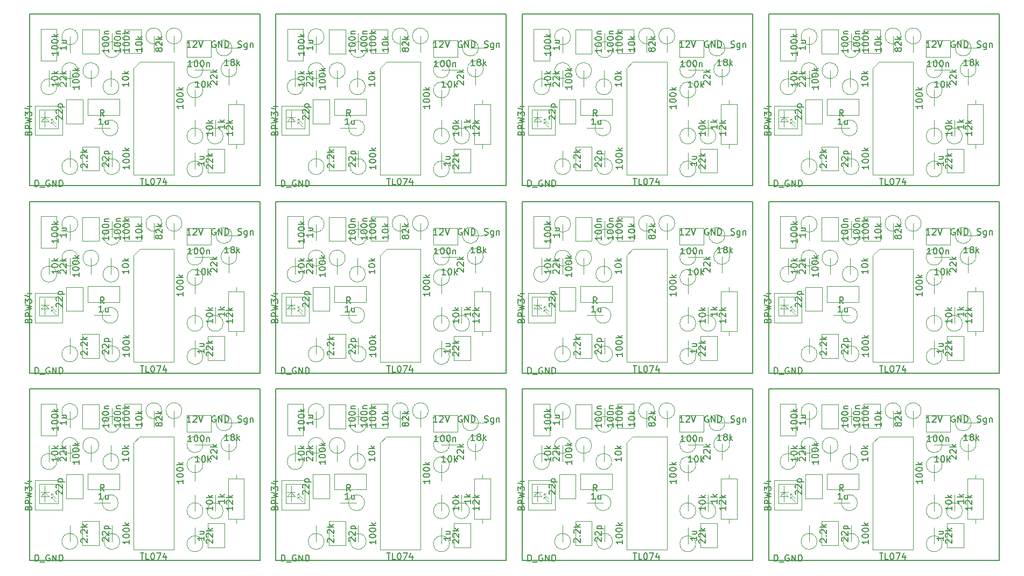
<source format=gbr>
G04 #@! TF.FileFunction,Other,Fab,Top*
%FSLAX46Y46*%
G04 Gerber Fmt 4.6, Leading zero omitted, Abs format (unit mm)*
G04 Created by KiCad (PCBNEW 4.0.6-e0-6349~53~ubuntu16.04.1) date Thu Mar 16 16:11:01 2017*
%MOMM*%
%LPD*%
G01*
G04 APERTURE LIST*
%ADD10C,0.100000*%
%ADD11C,0.150000*%
G04 APERTURE END LIST*
D10*
D11*
X167500800Y-101002920D02*
X131250800Y-101002920D01*
X167500800Y-71502920D02*
X131250800Y-71502920D01*
X167500800Y-42002920D02*
X131250800Y-42002920D01*
X128750800Y-101002920D02*
X92500800Y-101002920D01*
X128750800Y-71502920D02*
X92500800Y-71502920D01*
X128750800Y-42002920D02*
X92500800Y-42002920D01*
X90000800Y-101002920D02*
X53750800Y-101002920D01*
X90000800Y-71502920D02*
X53750800Y-71502920D01*
X90000800Y-42002920D02*
X53750800Y-42002920D01*
X51250800Y-101002920D02*
X15000800Y-101002920D01*
X51250800Y-71502920D02*
X15000800Y-71502920D01*
X167500800Y-74002920D02*
X167500800Y-101002920D01*
X167500800Y-44502920D02*
X167500800Y-71502920D01*
X167500800Y-15002920D02*
X167500800Y-42002920D01*
X128750800Y-74002920D02*
X128750800Y-101002920D01*
X128750800Y-44502920D02*
X128750800Y-71502920D01*
X128750800Y-15002920D02*
X128750800Y-42002920D01*
X90000800Y-74002920D02*
X90000800Y-101002920D01*
X90000800Y-44502920D02*
X90000800Y-71502920D01*
X90000800Y-15002920D02*
X90000800Y-42002920D01*
X51250800Y-74002920D02*
X51250800Y-101002920D01*
X51250800Y-44502920D02*
X51250800Y-71502920D01*
X131250800Y-101002920D02*
X131250800Y-74002920D01*
X131250800Y-71502920D02*
X131250800Y-44502920D01*
X131250800Y-42002920D02*
X131250800Y-15002920D01*
X92500800Y-101002920D02*
X92500800Y-74002920D01*
X92500800Y-71502920D02*
X92500800Y-44502920D01*
X92500800Y-42002920D02*
X92500800Y-15002920D01*
X53750800Y-101002920D02*
X53750800Y-74002920D01*
X53750800Y-71502920D02*
X53750800Y-44502920D01*
X53750800Y-42002920D02*
X53750800Y-15002920D01*
X15000800Y-101002920D02*
X15000800Y-74002920D01*
X15000800Y-71502920D02*
X15000800Y-44502920D01*
X167500800Y-74002920D02*
X131250800Y-74002920D01*
X167500800Y-44502920D02*
X131250800Y-44502920D01*
X167500800Y-15002920D02*
X131250800Y-15002920D01*
X128750800Y-74002920D02*
X92500800Y-74002920D01*
X128750800Y-44502920D02*
X92500800Y-44502920D01*
X128750800Y-15002920D02*
X92500800Y-15002920D01*
X90000800Y-74002920D02*
X53750800Y-74002920D01*
X90000800Y-44502920D02*
X53750800Y-44502920D01*
X90000800Y-15002920D02*
X53750800Y-15002920D01*
X51250800Y-74002920D02*
X15000800Y-74002920D01*
X51250800Y-44502920D02*
X15000800Y-44502920D01*
X51250800Y-15002920D02*
X15000800Y-15002920D01*
X51250800Y-42002920D02*
X15000800Y-42002920D01*
X51250800Y-15002920D02*
X51250800Y-42002920D01*
X15000800Y-42002920D02*
X15000800Y-15002920D01*
D10*
X148806800Y-76400920D02*
X146206800Y-76400920D01*
X146206800Y-76400920D02*
X146206800Y-80200920D01*
X146206800Y-80200920D02*
X148806800Y-80200920D01*
X148806800Y-80200920D02*
X148806800Y-76400920D01*
X148806800Y-46900920D02*
X146206800Y-46900920D01*
X146206800Y-46900920D02*
X146206800Y-50700920D01*
X146206800Y-50700920D02*
X148806800Y-50700920D01*
X148806800Y-50700920D02*
X148806800Y-46900920D01*
X148806800Y-17400920D02*
X146206800Y-17400920D01*
X146206800Y-17400920D02*
X146206800Y-21200920D01*
X146206800Y-21200920D02*
X148806800Y-21200920D01*
X148806800Y-21200920D02*
X148806800Y-17400920D01*
X110056800Y-76400920D02*
X107456800Y-76400920D01*
X107456800Y-76400920D02*
X107456800Y-80200920D01*
X107456800Y-80200920D02*
X110056800Y-80200920D01*
X110056800Y-80200920D02*
X110056800Y-76400920D01*
X110056800Y-46900920D02*
X107456800Y-46900920D01*
X107456800Y-46900920D02*
X107456800Y-50700920D01*
X107456800Y-50700920D02*
X110056800Y-50700920D01*
X110056800Y-50700920D02*
X110056800Y-46900920D01*
X110056800Y-17400920D02*
X107456800Y-17400920D01*
X107456800Y-17400920D02*
X107456800Y-21200920D01*
X107456800Y-21200920D02*
X110056800Y-21200920D01*
X110056800Y-21200920D02*
X110056800Y-17400920D01*
X71306800Y-76400920D02*
X68706800Y-76400920D01*
X68706800Y-76400920D02*
X68706800Y-80200920D01*
X68706800Y-80200920D02*
X71306800Y-80200920D01*
X71306800Y-80200920D02*
X71306800Y-76400920D01*
X71306800Y-46900920D02*
X68706800Y-46900920D01*
X68706800Y-46900920D02*
X68706800Y-50700920D01*
X68706800Y-50700920D02*
X71306800Y-50700920D01*
X71306800Y-50700920D02*
X71306800Y-46900920D01*
X71306800Y-17400920D02*
X68706800Y-17400920D01*
X68706800Y-17400920D02*
X68706800Y-21200920D01*
X68706800Y-21200920D02*
X71306800Y-21200920D01*
X71306800Y-21200920D02*
X71306800Y-17400920D01*
X32556800Y-76400920D02*
X29956800Y-76400920D01*
X29956800Y-76400920D02*
X29956800Y-80200920D01*
X29956800Y-80200920D02*
X32556800Y-80200920D01*
X32556800Y-80200920D02*
X32556800Y-76400920D01*
X32556800Y-46900920D02*
X29956800Y-46900920D01*
X29956800Y-46900920D02*
X29956800Y-50700920D01*
X29956800Y-50700920D02*
X32556800Y-50700920D01*
X32556800Y-50700920D02*
X32556800Y-46900920D01*
X145327800Y-85432920D02*
G75*
G03X145327800Y-85432920I-1250000J0D01*
G01*
X144077800Y-85432920D02*
X144077800Y-82892920D01*
X145327800Y-55932920D02*
G75*
G03X145327800Y-55932920I-1250000J0D01*
G01*
X144077800Y-55932920D02*
X144077800Y-53392920D01*
X145327800Y-26432920D02*
G75*
G03X145327800Y-26432920I-1250000J0D01*
G01*
X144077800Y-26432920D02*
X144077800Y-23892920D01*
X106577800Y-85432920D02*
G75*
G03X106577800Y-85432920I-1250000J0D01*
G01*
X105327800Y-85432920D02*
X105327800Y-82892920D01*
X106577800Y-55932920D02*
G75*
G03X106577800Y-55932920I-1250000J0D01*
G01*
X105327800Y-55932920D02*
X105327800Y-53392920D01*
X106577800Y-26432920D02*
G75*
G03X106577800Y-26432920I-1250000J0D01*
G01*
X105327800Y-26432920D02*
X105327800Y-23892920D01*
X67827800Y-85432920D02*
G75*
G03X67827800Y-85432920I-1250000J0D01*
G01*
X66577800Y-85432920D02*
X66577800Y-82892920D01*
X67827800Y-55932920D02*
G75*
G03X67827800Y-55932920I-1250000J0D01*
G01*
X66577800Y-55932920D02*
X66577800Y-53392920D01*
X67827800Y-26432920D02*
G75*
G03X67827800Y-26432920I-1250000J0D01*
G01*
X66577800Y-26432920D02*
X66577800Y-23892920D01*
X29077800Y-85432920D02*
G75*
G03X29077800Y-85432920I-1250000J0D01*
G01*
X27827800Y-85432920D02*
X27827800Y-82892920D01*
X29077800Y-55932920D02*
G75*
G03X29077800Y-55932920I-1250000J0D01*
G01*
X27827800Y-55932920D02*
X27827800Y-53392920D01*
X145454800Y-79590920D02*
G75*
G03X145454800Y-79590920I-1250000J0D01*
G01*
X144204800Y-79590920D02*
X144204800Y-77050920D01*
X145454800Y-50090920D02*
G75*
G03X145454800Y-50090920I-1250000J0D01*
G01*
X144204800Y-50090920D02*
X144204800Y-47550920D01*
X145454800Y-20590920D02*
G75*
G03X145454800Y-20590920I-1250000J0D01*
G01*
X144204800Y-20590920D02*
X144204800Y-18050920D01*
X106704800Y-79590920D02*
G75*
G03X106704800Y-79590920I-1250000J0D01*
G01*
X105454800Y-79590920D02*
X105454800Y-77050920D01*
X106704800Y-50090920D02*
G75*
G03X106704800Y-50090920I-1250000J0D01*
G01*
X105454800Y-50090920D02*
X105454800Y-47550920D01*
X106704800Y-20590920D02*
G75*
G03X106704800Y-20590920I-1250000J0D01*
G01*
X105454800Y-20590920D02*
X105454800Y-18050920D01*
X67954800Y-79590920D02*
G75*
G03X67954800Y-79590920I-1250000J0D01*
G01*
X66704800Y-79590920D02*
X66704800Y-77050920D01*
X67954800Y-50090920D02*
G75*
G03X67954800Y-50090920I-1250000J0D01*
G01*
X66704800Y-50090920D02*
X66704800Y-47550920D01*
X67954800Y-20590920D02*
G75*
G03X67954800Y-20590920I-1250000J0D01*
G01*
X66704800Y-20590920D02*
X66704800Y-18050920D01*
X29204800Y-79590920D02*
G75*
G03X29204800Y-79590920I-1250000J0D01*
G01*
X27954800Y-79590920D02*
X27954800Y-77050920D01*
X29204800Y-50090920D02*
G75*
G03X29204800Y-50090920I-1250000J0D01*
G01*
X27954800Y-50090920D02*
X27954800Y-47550920D01*
X139602800Y-80240920D02*
X142202800Y-80240920D01*
X142202800Y-80240920D02*
X142202800Y-76440920D01*
X142202800Y-76440920D02*
X139602800Y-76440920D01*
X139602800Y-76440920D02*
X139602800Y-80240920D01*
X139602800Y-50740920D02*
X142202800Y-50740920D01*
X142202800Y-50740920D02*
X142202800Y-46940920D01*
X142202800Y-46940920D02*
X139602800Y-46940920D01*
X139602800Y-46940920D02*
X139602800Y-50740920D01*
X139602800Y-21240920D02*
X142202800Y-21240920D01*
X142202800Y-21240920D02*
X142202800Y-17440920D01*
X142202800Y-17440920D02*
X139602800Y-17440920D01*
X139602800Y-17440920D02*
X139602800Y-21240920D01*
X100852800Y-80240920D02*
X103452800Y-80240920D01*
X103452800Y-80240920D02*
X103452800Y-76440920D01*
X103452800Y-76440920D02*
X100852800Y-76440920D01*
X100852800Y-76440920D02*
X100852800Y-80240920D01*
X100852800Y-50740920D02*
X103452800Y-50740920D01*
X103452800Y-50740920D02*
X103452800Y-46940920D01*
X103452800Y-46940920D02*
X100852800Y-46940920D01*
X100852800Y-46940920D02*
X100852800Y-50740920D01*
X100852800Y-21240920D02*
X103452800Y-21240920D01*
X103452800Y-21240920D02*
X103452800Y-17440920D01*
X103452800Y-17440920D02*
X100852800Y-17440920D01*
X100852800Y-17440920D02*
X100852800Y-21240920D01*
X62102800Y-80240920D02*
X64702800Y-80240920D01*
X64702800Y-80240920D02*
X64702800Y-76440920D01*
X64702800Y-76440920D02*
X62102800Y-76440920D01*
X62102800Y-76440920D02*
X62102800Y-80240920D01*
X62102800Y-50740920D02*
X64702800Y-50740920D01*
X64702800Y-50740920D02*
X64702800Y-46940920D01*
X64702800Y-46940920D02*
X62102800Y-46940920D01*
X62102800Y-46940920D02*
X62102800Y-50740920D01*
X62102800Y-21240920D02*
X64702800Y-21240920D01*
X64702800Y-21240920D02*
X64702800Y-17440920D01*
X64702800Y-17440920D02*
X62102800Y-17440920D01*
X62102800Y-17440920D02*
X62102800Y-21240920D01*
X23352800Y-80240920D02*
X25952800Y-80240920D01*
X25952800Y-80240920D02*
X25952800Y-76440920D01*
X25952800Y-76440920D02*
X23352800Y-76440920D01*
X23352800Y-76440920D02*
X23352800Y-80240920D01*
X23352800Y-50740920D02*
X25952800Y-50740920D01*
X25952800Y-50740920D02*
X25952800Y-46940920D01*
X25952800Y-46940920D02*
X23352800Y-46940920D01*
X23352800Y-46940920D02*
X23352800Y-50740920D01*
X135548800Y-85432920D02*
G75*
G03X135548800Y-85432920I-1250000J0D01*
G01*
X134298800Y-85432920D02*
X134298800Y-82892920D01*
X135548800Y-55932920D02*
G75*
G03X135548800Y-55932920I-1250000J0D01*
G01*
X134298800Y-55932920D02*
X134298800Y-53392920D01*
X135548800Y-26432920D02*
G75*
G03X135548800Y-26432920I-1250000J0D01*
G01*
X134298800Y-26432920D02*
X134298800Y-23892920D01*
X96798800Y-85432920D02*
G75*
G03X96798800Y-85432920I-1250000J0D01*
G01*
X95548800Y-85432920D02*
X95548800Y-82892920D01*
X96798800Y-55932920D02*
G75*
G03X96798800Y-55932920I-1250000J0D01*
G01*
X95548800Y-55932920D02*
X95548800Y-53392920D01*
X96798800Y-26432920D02*
G75*
G03X96798800Y-26432920I-1250000J0D01*
G01*
X95548800Y-26432920D02*
X95548800Y-23892920D01*
X58048800Y-85432920D02*
G75*
G03X58048800Y-85432920I-1250000J0D01*
G01*
X56798800Y-85432920D02*
X56798800Y-82892920D01*
X58048800Y-55932920D02*
G75*
G03X58048800Y-55932920I-1250000J0D01*
G01*
X56798800Y-55932920D02*
X56798800Y-53392920D01*
X58048800Y-26432920D02*
G75*
G03X58048800Y-26432920I-1250000J0D01*
G01*
X56798800Y-26432920D02*
X56798800Y-23892920D01*
X19298800Y-85432920D02*
G75*
G03X19298800Y-85432920I-1250000J0D01*
G01*
X18048800Y-85432920D02*
X18048800Y-82892920D01*
X19298800Y-55932920D02*
G75*
G03X19298800Y-55932920I-1250000J0D01*
G01*
X18048800Y-55932920D02*
X18048800Y-53392920D01*
X133048800Y-81348920D02*
X135548800Y-81348920D01*
X135548800Y-81348920D02*
X135548800Y-76348920D01*
X135548800Y-76348920D02*
X133048800Y-76348920D01*
X133048800Y-76348920D02*
X133048800Y-81348920D01*
X133048800Y-51848920D02*
X135548800Y-51848920D01*
X135548800Y-51848920D02*
X135548800Y-46848920D01*
X135548800Y-46848920D02*
X133048800Y-46848920D01*
X133048800Y-46848920D02*
X133048800Y-51848920D01*
X133048800Y-22348920D02*
X135548800Y-22348920D01*
X135548800Y-22348920D02*
X135548800Y-17348920D01*
X135548800Y-17348920D02*
X133048800Y-17348920D01*
X133048800Y-17348920D02*
X133048800Y-22348920D01*
X94298800Y-81348920D02*
X96798800Y-81348920D01*
X96798800Y-81348920D02*
X96798800Y-76348920D01*
X96798800Y-76348920D02*
X94298800Y-76348920D01*
X94298800Y-76348920D02*
X94298800Y-81348920D01*
X94298800Y-51848920D02*
X96798800Y-51848920D01*
X96798800Y-51848920D02*
X96798800Y-46848920D01*
X96798800Y-46848920D02*
X94298800Y-46848920D01*
X94298800Y-46848920D02*
X94298800Y-51848920D01*
X94298800Y-22348920D02*
X96798800Y-22348920D01*
X96798800Y-22348920D02*
X96798800Y-17348920D01*
X96798800Y-17348920D02*
X94298800Y-17348920D01*
X94298800Y-17348920D02*
X94298800Y-22348920D01*
X55548800Y-81348920D02*
X58048800Y-81348920D01*
X58048800Y-81348920D02*
X58048800Y-76348920D01*
X58048800Y-76348920D02*
X55548800Y-76348920D01*
X55548800Y-76348920D02*
X55548800Y-81348920D01*
X55548800Y-51848920D02*
X58048800Y-51848920D01*
X58048800Y-51848920D02*
X58048800Y-46848920D01*
X58048800Y-46848920D02*
X55548800Y-46848920D01*
X55548800Y-46848920D02*
X55548800Y-51848920D01*
X55548800Y-22348920D02*
X58048800Y-22348920D01*
X58048800Y-22348920D02*
X58048800Y-17348920D01*
X58048800Y-17348920D02*
X55548800Y-17348920D01*
X55548800Y-17348920D02*
X55548800Y-22348920D01*
X16798800Y-81348920D02*
X19298800Y-81348920D01*
X19298800Y-81348920D02*
X19298800Y-76348920D01*
X19298800Y-76348920D02*
X16798800Y-76348920D01*
X16798800Y-76348920D02*
X16798800Y-81348920D01*
X16798800Y-51848920D02*
X19298800Y-51848920D01*
X19298800Y-51848920D02*
X19298800Y-46848920D01*
X19298800Y-46848920D02*
X16798800Y-46848920D01*
X16798800Y-46848920D02*
X16798800Y-51848920D01*
X138850800Y-77558920D02*
G75*
G03X138850800Y-77558920I-1250000J0D01*
G01*
X137600800Y-77558920D02*
X137600800Y-80098920D01*
X138850800Y-48058920D02*
G75*
G03X138850800Y-48058920I-1250000J0D01*
G01*
X137600800Y-48058920D02*
X137600800Y-50598920D01*
X138850800Y-18558920D02*
G75*
G03X138850800Y-18558920I-1250000J0D01*
G01*
X137600800Y-18558920D02*
X137600800Y-21098920D01*
X100100800Y-77558920D02*
G75*
G03X100100800Y-77558920I-1250000J0D01*
G01*
X98850800Y-77558920D02*
X98850800Y-80098920D01*
X100100800Y-48058920D02*
G75*
G03X100100800Y-48058920I-1250000J0D01*
G01*
X98850800Y-48058920D02*
X98850800Y-50598920D01*
X100100800Y-18558920D02*
G75*
G03X100100800Y-18558920I-1250000J0D01*
G01*
X98850800Y-18558920D02*
X98850800Y-21098920D01*
X61350800Y-77558920D02*
G75*
G03X61350800Y-77558920I-1250000J0D01*
G01*
X60100800Y-77558920D02*
X60100800Y-80098920D01*
X61350800Y-48058920D02*
G75*
G03X61350800Y-48058920I-1250000J0D01*
G01*
X60100800Y-48058920D02*
X60100800Y-50598920D01*
X61350800Y-18558920D02*
G75*
G03X61350800Y-18558920I-1250000J0D01*
G01*
X60100800Y-18558920D02*
X60100800Y-21098920D01*
X22600800Y-77558920D02*
G75*
G03X22600800Y-77558920I-1250000J0D01*
G01*
X21350800Y-77558920D02*
X21350800Y-80098920D01*
X22600800Y-48058920D02*
G75*
G03X22600800Y-48058920I-1250000J0D01*
G01*
X21350800Y-48058920D02*
X21350800Y-50598920D01*
X138850800Y-82892920D02*
G75*
G03X138850800Y-82892920I-1250000J0D01*
G01*
X137600800Y-82892920D02*
X137600800Y-85432920D01*
X138850800Y-53392920D02*
G75*
G03X138850800Y-53392920I-1250000J0D01*
G01*
X137600800Y-53392920D02*
X137600800Y-55932920D01*
X138850800Y-23892920D02*
G75*
G03X138850800Y-23892920I-1250000J0D01*
G01*
X137600800Y-23892920D02*
X137600800Y-26432920D01*
X100100800Y-82892920D02*
G75*
G03X100100800Y-82892920I-1250000J0D01*
G01*
X98850800Y-82892920D02*
X98850800Y-85432920D01*
X100100800Y-53392920D02*
G75*
G03X100100800Y-53392920I-1250000J0D01*
G01*
X98850800Y-53392920D02*
X98850800Y-55932920D01*
X100100800Y-23892920D02*
G75*
G03X100100800Y-23892920I-1250000J0D01*
G01*
X98850800Y-23892920D02*
X98850800Y-26432920D01*
X61350800Y-82892920D02*
G75*
G03X61350800Y-82892920I-1250000J0D01*
G01*
X60100800Y-82892920D02*
X60100800Y-85432920D01*
X61350800Y-53392920D02*
G75*
G03X61350800Y-53392920I-1250000J0D01*
G01*
X60100800Y-53392920D02*
X60100800Y-55932920D01*
X61350800Y-23892920D02*
G75*
G03X61350800Y-23892920I-1250000J0D01*
G01*
X60100800Y-23892920D02*
X60100800Y-26432920D01*
X22600800Y-82892920D02*
G75*
G03X22600800Y-82892920I-1250000J0D01*
G01*
X21350800Y-82892920D02*
X21350800Y-85432920D01*
X22600800Y-53392920D02*
G75*
G03X22600800Y-53392920I-1250000J0D01*
G01*
X21350800Y-53392920D02*
X21350800Y-55932920D01*
X142152800Y-82892920D02*
G75*
G03X142152800Y-82892920I-1250000J0D01*
G01*
X140902800Y-82892920D02*
X140902800Y-85432920D01*
X142152800Y-53392920D02*
G75*
G03X142152800Y-53392920I-1250000J0D01*
G01*
X140902800Y-53392920D02*
X140902800Y-55932920D01*
X142152800Y-23892920D02*
G75*
G03X142152800Y-23892920I-1250000J0D01*
G01*
X140902800Y-23892920D02*
X140902800Y-26432920D01*
X103402800Y-82892920D02*
G75*
G03X103402800Y-82892920I-1250000J0D01*
G01*
X102152800Y-82892920D02*
X102152800Y-85432920D01*
X103402800Y-53392920D02*
G75*
G03X103402800Y-53392920I-1250000J0D01*
G01*
X102152800Y-53392920D02*
X102152800Y-55932920D01*
X103402800Y-23892920D02*
G75*
G03X103402800Y-23892920I-1250000J0D01*
G01*
X102152800Y-23892920D02*
X102152800Y-26432920D01*
X64652800Y-82892920D02*
G75*
G03X64652800Y-82892920I-1250000J0D01*
G01*
X63402800Y-82892920D02*
X63402800Y-85432920D01*
X64652800Y-53392920D02*
G75*
G03X64652800Y-53392920I-1250000J0D01*
G01*
X63402800Y-53392920D02*
X63402800Y-55932920D01*
X64652800Y-23892920D02*
G75*
G03X64652800Y-23892920I-1250000J0D01*
G01*
X63402800Y-23892920D02*
X63402800Y-26432920D01*
X25902800Y-82892920D02*
G75*
G03X25902800Y-82892920I-1250000J0D01*
G01*
X24652800Y-82892920D02*
X24652800Y-85432920D01*
X25902800Y-53392920D02*
G75*
G03X25902800Y-53392920I-1250000J0D01*
G01*
X24652800Y-53392920D02*
X24652800Y-55932920D01*
X158535800Y-98386920D02*
G75*
G03X158535800Y-98386920I-1250000J0D01*
G01*
X157285800Y-98386920D02*
X157285800Y-95846920D01*
X158535800Y-68886920D02*
G75*
G03X158535800Y-68886920I-1250000J0D01*
G01*
X157285800Y-68886920D02*
X157285800Y-66346920D01*
X158535800Y-39386920D02*
G75*
G03X158535800Y-39386920I-1250000J0D01*
G01*
X157285800Y-39386920D02*
X157285800Y-36846920D01*
X119785800Y-98386920D02*
G75*
G03X119785800Y-98386920I-1250000J0D01*
G01*
X118535800Y-98386920D02*
X118535800Y-95846920D01*
X119785800Y-68886920D02*
G75*
G03X119785800Y-68886920I-1250000J0D01*
G01*
X118535800Y-68886920D02*
X118535800Y-66346920D01*
X119785800Y-39386920D02*
G75*
G03X119785800Y-39386920I-1250000J0D01*
G01*
X118535800Y-39386920D02*
X118535800Y-36846920D01*
X81035800Y-98386920D02*
G75*
G03X81035800Y-98386920I-1250000J0D01*
G01*
X79785800Y-98386920D02*
X79785800Y-95846920D01*
X81035800Y-68886920D02*
G75*
G03X81035800Y-68886920I-1250000J0D01*
G01*
X79785800Y-68886920D02*
X79785800Y-66346920D01*
X81035800Y-39386920D02*
G75*
G03X81035800Y-39386920I-1250000J0D01*
G01*
X79785800Y-39386920D02*
X79785800Y-36846920D01*
X42285800Y-98386920D02*
G75*
G03X42285800Y-98386920I-1250000J0D01*
G01*
X41035800Y-98386920D02*
X41035800Y-95846920D01*
X42285800Y-68886920D02*
G75*
G03X42285800Y-68886920I-1250000J0D01*
G01*
X41035800Y-68886920D02*
X41035800Y-66346920D01*
X161710800Y-93179920D02*
G75*
G03X161710800Y-93179920I-1250000J0D01*
G01*
X160460800Y-93179920D02*
X160460800Y-90639920D01*
X161710800Y-63679920D02*
G75*
G03X161710800Y-63679920I-1250000J0D01*
G01*
X160460800Y-63679920D02*
X160460800Y-61139920D01*
X161710800Y-34179920D02*
G75*
G03X161710800Y-34179920I-1250000J0D01*
G01*
X160460800Y-34179920D02*
X160460800Y-31639920D01*
X122960800Y-93179920D02*
G75*
G03X122960800Y-93179920I-1250000J0D01*
G01*
X121710800Y-93179920D02*
X121710800Y-90639920D01*
X122960800Y-63679920D02*
G75*
G03X122960800Y-63679920I-1250000J0D01*
G01*
X121710800Y-63679920D02*
X121710800Y-61139920D01*
X122960800Y-34179920D02*
G75*
G03X122960800Y-34179920I-1250000J0D01*
G01*
X121710800Y-34179920D02*
X121710800Y-31639920D01*
X84210800Y-93179920D02*
G75*
G03X84210800Y-93179920I-1250000J0D01*
G01*
X82960800Y-93179920D02*
X82960800Y-90639920D01*
X84210800Y-63679920D02*
G75*
G03X84210800Y-63679920I-1250000J0D01*
G01*
X82960800Y-63679920D02*
X82960800Y-61139920D01*
X84210800Y-34179920D02*
G75*
G03X84210800Y-34179920I-1250000J0D01*
G01*
X82960800Y-34179920D02*
X82960800Y-31639920D01*
X45460800Y-93179920D02*
G75*
G03X45460800Y-93179920I-1250000J0D01*
G01*
X44210800Y-93179920D02*
X44210800Y-90639920D01*
X45460800Y-63679920D02*
G75*
G03X45460800Y-63679920I-1250000J0D01*
G01*
X44210800Y-63679920D02*
X44210800Y-61139920D01*
X161887800Y-95196920D02*
X159287800Y-95196920D01*
X159287800Y-95196920D02*
X159287800Y-98996920D01*
X159287800Y-98996920D02*
X161887800Y-98996920D01*
X161887800Y-98996920D02*
X161887800Y-95196920D01*
X161887800Y-65696920D02*
X159287800Y-65696920D01*
X159287800Y-65696920D02*
X159287800Y-69496920D01*
X159287800Y-69496920D02*
X161887800Y-69496920D01*
X161887800Y-69496920D02*
X161887800Y-65696920D01*
X161887800Y-36196920D02*
X159287800Y-36196920D01*
X159287800Y-36196920D02*
X159287800Y-39996920D01*
X159287800Y-39996920D02*
X161887800Y-39996920D01*
X161887800Y-39996920D02*
X161887800Y-36196920D01*
X123137800Y-95196920D02*
X120537800Y-95196920D01*
X120537800Y-95196920D02*
X120537800Y-98996920D01*
X120537800Y-98996920D02*
X123137800Y-98996920D01*
X123137800Y-98996920D02*
X123137800Y-95196920D01*
X123137800Y-65696920D02*
X120537800Y-65696920D01*
X120537800Y-65696920D02*
X120537800Y-69496920D01*
X120537800Y-69496920D02*
X123137800Y-69496920D01*
X123137800Y-69496920D02*
X123137800Y-65696920D01*
X123137800Y-36196920D02*
X120537800Y-36196920D01*
X120537800Y-36196920D02*
X120537800Y-39996920D01*
X120537800Y-39996920D02*
X123137800Y-39996920D01*
X123137800Y-39996920D02*
X123137800Y-36196920D01*
X84387800Y-95196920D02*
X81787800Y-95196920D01*
X81787800Y-95196920D02*
X81787800Y-98996920D01*
X81787800Y-98996920D02*
X84387800Y-98996920D01*
X84387800Y-98996920D02*
X84387800Y-95196920D01*
X84387800Y-65696920D02*
X81787800Y-65696920D01*
X81787800Y-65696920D02*
X81787800Y-69496920D01*
X81787800Y-69496920D02*
X84387800Y-69496920D01*
X84387800Y-69496920D02*
X84387800Y-65696920D01*
X84387800Y-36196920D02*
X81787800Y-36196920D01*
X81787800Y-36196920D02*
X81787800Y-39996920D01*
X81787800Y-39996920D02*
X84387800Y-39996920D01*
X84387800Y-39996920D02*
X84387800Y-36196920D01*
X45637800Y-95196920D02*
X43037800Y-95196920D01*
X43037800Y-95196920D02*
X43037800Y-98996920D01*
X43037800Y-98996920D02*
X45637800Y-98996920D01*
X45637800Y-98996920D02*
X45637800Y-95196920D01*
X45637800Y-65696920D02*
X43037800Y-65696920D01*
X43037800Y-65696920D02*
X43037800Y-69496920D01*
X43037800Y-69496920D02*
X45637800Y-69496920D01*
X45637800Y-69496920D02*
X45637800Y-65696920D01*
X158535800Y-93179920D02*
G75*
G03X158535800Y-93179920I-1250000J0D01*
G01*
X157285800Y-93179920D02*
X157285800Y-90639920D01*
X158535800Y-63679920D02*
G75*
G03X158535800Y-63679920I-1250000J0D01*
G01*
X157285800Y-63679920D02*
X157285800Y-61139920D01*
X158535800Y-34179920D02*
G75*
G03X158535800Y-34179920I-1250000J0D01*
G01*
X157285800Y-34179920D02*
X157285800Y-31639920D01*
X119785800Y-93179920D02*
G75*
G03X119785800Y-93179920I-1250000J0D01*
G01*
X118535800Y-93179920D02*
X118535800Y-90639920D01*
X119785800Y-63679920D02*
G75*
G03X119785800Y-63679920I-1250000J0D01*
G01*
X118535800Y-63679920D02*
X118535800Y-61139920D01*
X119785800Y-34179920D02*
G75*
G03X119785800Y-34179920I-1250000J0D01*
G01*
X118535800Y-34179920D02*
X118535800Y-31639920D01*
X81035800Y-93179920D02*
G75*
G03X81035800Y-93179920I-1250000J0D01*
G01*
X79785800Y-93179920D02*
X79785800Y-90639920D01*
X81035800Y-63679920D02*
G75*
G03X81035800Y-63679920I-1250000J0D01*
G01*
X79785800Y-63679920D02*
X79785800Y-61139920D01*
X81035800Y-34179920D02*
G75*
G03X81035800Y-34179920I-1250000J0D01*
G01*
X79785800Y-34179920D02*
X79785800Y-31639920D01*
X42285800Y-93179920D02*
G75*
G03X42285800Y-93179920I-1250000J0D01*
G01*
X41035800Y-93179920D02*
X41035800Y-90639920D01*
X42285800Y-63679920D02*
G75*
G03X42285800Y-63679920I-1250000J0D01*
G01*
X41035800Y-63679920D02*
X41035800Y-61139920D01*
X156000800Y-78163920D02*
X156000800Y-80763920D01*
X156000800Y-80763920D02*
X159800800Y-80763920D01*
X159800800Y-80763920D02*
X159800800Y-78163920D01*
X159800800Y-78163920D02*
X156000800Y-78163920D01*
X156000800Y-48663920D02*
X156000800Y-51263920D01*
X156000800Y-51263920D02*
X159800800Y-51263920D01*
X159800800Y-51263920D02*
X159800800Y-48663920D01*
X159800800Y-48663920D02*
X156000800Y-48663920D01*
X156000800Y-19163920D02*
X156000800Y-21763920D01*
X156000800Y-21763920D02*
X159800800Y-21763920D01*
X159800800Y-21763920D02*
X159800800Y-19163920D01*
X159800800Y-19163920D02*
X156000800Y-19163920D01*
X117250800Y-78163920D02*
X117250800Y-80763920D01*
X117250800Y-80763920D02*
X121050800Y-80763920D01*
X121050800Y-80763920D02*
X121050800Y-78163920D01*
X121050800Y-78163920D02*
X117250800Y-78163920D01*
X117250800Y-48663920D02*
X117250800Y-51263920D01*
X117250800Y-51263920D02*
X121050800Y-51263920D01*
X121050800Y-51263920D02*
X121050800Y-48663920D01*
X121050800Y-48663920D02*
X117250800Y-48663920D01*
X117250800Y-19163920D02*
X117250800Y-21763920D01*
X117250800Y-21763920D02*
X121050800Y-21763920D01*
X121050800Y-21763920D02*
X121050800Y-19163920D01*
X121050800Y-19163920D02*
X117250800Y-19163920D01*
X78500800Y-78163920D02*
X78500800Y-80763920D01*
X78500800Y-80763920D02*
X82300800Y-80763920D01*
X82300800Y-80763920D02*
X82300800Y-78163920D01*
X82300800Y-78163920D02*
X78500800Y-78163920D01*
X78500800Y-48663920D02*
X78500800Y-51263920D01*
X78500800Y-51263920D02*
X82300800Y-51263920D01*
X82300800Y-51263920D02*
X82300800Y-48663920D01*
X82300800Y-48663920D02*
X78500800Y-48663920D01*
X78500800Y-19163920D02*
X78500800Y-21763920D01*
X78500800Y-21763920D02*
X82300800Y-21763920D01*
X82300800Y-21763920D02*
X82300800Y-19163920D01*
X82300800Y-19163920D02*
X78500800Y-19163920D01*
X39750800Y-78163920D02*
X39750800Y-80763920D01*
X39750800Y-80763920D02*
X43550800Y-80763920D01*
X43550800Y-80763920D02*
X43550800Y-78163920D01*
X43550800Y-78163920D02*
X39750800Y-78163920D01*
X39750800Y-48663920D02*
X39750800Y-51263920D01*
X39750800Y-51263920D02*
X43550800Y-51263920D01*
X43550800Y-51263920D02*
X43550800Y-48663920D01*
X43550800Y-48663920D02*
X39750800Y-48663920D01*
X152058800Y-77431920D02*
G75*
G03X152058800Y-77431920I-1250000J0D01*
G01*
X150808800Y-77431920D02*
X150808800Y-79971920D01*
X152058800Y-47931920D02*
G75*
G03X152058800Y-47931920I-1250000J0D01*
G01*
X150808800Y-47931920D02*
X150808800Y-50471920D01*
X152058800Y-18431920D02*
G75*
G03X152058800Y-18431920I-1250000J0D01*
G01*
X150808800Y-18431920D02*
X150808800Y-20971920D01*
X113308800Y-77431920D02*
G75*
G03X113308800Y-77431920I-1250000J0D01*
G01*
X112058800Y-77431920D02*
X112058800Y-79971920D01*
X113308800Y-47931920D02*
G75*
G03X113308800Y-47931920I-1250000J0D01*
G01*
X112058800Y-47931920D02*
X112058800Y-50471920D01*
X113308800Y-18431920D02*
G75*
G03X113308800Y-18431920I-1250000J0D01*
G01*
X112058800Y-18431920D02*
X112058800Y-20971920D01*
X74558800Y-77431920D02*
G75*
G03X74558800Y-77431920I-1250000J0D01*
G01*
X73308800Y-77431920D02*
X73308800Y-79971920D01*
X74558800Y-47931920D02*
G75*
G03X74558800Y-47931920I-1250000J0D01*
G01*
X73308800Y-47931920D02*
X73308800Y-50471920D01*
X74558800Y-18431920D02*
G75*
G03X74558800Y-18431920I-1250000J0D01*
G01*
X73308800Y-18431920D02*
X73308800Y-20971920D01*
X35808800Y-77431920D02*
G75*
G03X35808800Y-77431920I-1250000J0D01*
G01*
X34558800Y-77431920D02*
X34558800Y-79971920D01*
X35808800Y-47931920D02*
G75*
G03X35808800Y-47931920I-1250000J0D01*
G01*
X34558800Y-47931920D02*
X34558800Y-50471920D01*
X163107800Y-79336920D02*
G75*
G03X163107800Y-79336920I-1250000J0D01*
G01*
X161857800Y-79336920D02*
X164397800Y-79336920D01*
X163107800Y-49836920D02*
G75*
G03X163107800Y-49836920I-1250000J0D01*
G01*
X161857800Y-49836920D02*
X164397800Y-49836920D01*
X163107800Y-20336920D02*
G75*
G03X163107800Y-20336920I-1250000J0D01*
G01*
X161857800Y-20336920D02*
X164397800Y-20336920D01*
X124357800Y-79336920D02*
G75*
G03X124357800Y-79336920I-1250000J0D01*
G01*
X123107800Y-79336920D02*
X125647800Y-79336920D01*
X124357800Y-49836920D02*
G75*
G03X124357800Y-49836920I-1250000J0D01*
G01*
X123107800Y-49836920D02*
X125647800Y-49836920D01*
X124357800Y-20336920D02*
G75*
G03X124357800Y-20336920I-1250000J0D01*
G01*
X123107800Y-20336920D02*
X125647800Y-20336920D01*
X85607800Y-79336920D02*
G75*
G03X85607800Y-79336920I-1250000J0D01*
G01*
X84357800Y-79336920D02*
X86897800Y-79336920D01*
X85607800Y-49836920D02*
G75*
G03X85607800Y-49836920I-1250000J0D01*
G01*
X84357800Y-49836920D02*
X86897800Y-49836920D01*
X85607800Y-20336920D02*
G75*
G03X85607800Y-20336920I-1250000J0D01*
G01*
X84357800Y-20336920D02*
X86897800Y-20336920D01*
X46857800Y-79336920D02*
G75*
G03X46857800Y-79336920I-1250000J0D01*
G01*
X45607800Y-79336920D02*
X48147800Y-79336920D01*
X46857800Y-49836920D02*
G75*
G03X46857800Y-49836920I-1250000J0D01*
G01*
X45607800Y-49836920D02*
X48147800Y-49836920D01*
X155233800Y-77431920D02*
G75*
G03X155233800Y-77431920I-1250000J0D01*
G01*
X153983800Y-77431920D02*
X153983800Y-79971920D01*
X155233800Y-47931920D02*
G75*
G03X155233800Y-47931920I-1250000J0D01*
G01*
X153983800Y-47931920D02*
X153983800Y-50471920D01*
X155233800Y-18431920D02*
G75*
G03X155233800Y-18431920I-1250000J0D01*
G01*
X153983800Y-18431920D02*
X153983800Y-20971920D01*
X116483800Y-77431920D02*
G75*
G03X116483800Y-77431920I-1250000J0D01*
G01*
X115233800Y-77431920D02*
X115233800Y-79971920D01*
X116483800Y-47931920D02*
G75*
G03X116483800Y-47931920I-1250000J0D01*
G01*
X115233800Y-47931920D02*
X115233800Y-50471920D01*
X116483800Y-18431920D02*
G75*
G03X116483800Y-18431920I-1250000J0D01*
G01*
X115233800Y-18431920D02*
X115233800Y-20971920D01*
X77733800Y-77431920D02*
G75*
G03X77733800Y-77431920I-1250000J0D01*
G01*
X76483800Y-77431920D02*
X76483800Y-79971920D01*
X77733800Y-47931920D02*
G75*
G03X77733800Y-47931920I-1250000J0D01*
G01*
X76483800Y-47931920D02*
X76483800Y-50471920D01*
X77733800Y-18431920D02*
G75*
G03X77733800Y-18431920I-1250000J0D01*
G01*
X76483800Y-18431920D02*
X76483800Y-20971920D01*
X38983800Y-77431920D02*
G75*
G03X38983800Y-77431920I-1250000J0D01*
G01*
X37733800Y-77431920D02*
X37733800Y-79971920D01*
X38983800Y-47931920D02*
G75*
G03X38983800Y-47931920I-1250000J0D01*
G01*
X37733800Y-47931920D02*
X37733800Y-50471920D01*
X145454800Y-98005920D02*
G75*
G03X145454800Y-98005920I-1250000J0D01*
G01*
X144204800Y-98005920D02*
X144204800Y-95465920D01*
X145454800Y-68505920D02*
G75*
G03X145454800Y-68505920I-1250000J0D01*
G01*
X144204800Y-68505920D02*
X144204800Y-65965920D01*
X145454800Y-39005920D02*
G75*
G03X145454800Y-39005920I-1250000J0D01*
G01*
X144204800Y-39005920D02*
X144204800Y-36465920D01*
X106704800Y-98005920D02*
G75*
G03X106704800Y-98005920I-1250000J0D01*
G01*
X105454800Y-98005920D02*
X105454800Y-95465920D01*
X106704800Y-68505920D02*
G75*
G03X106704800Y-68505920I-1250000J0D01*
G01*
X105454800Y-68505920D02*
X105454800Y-65965920D01*
X106704800Y-39005920D02*
G75*
G03X106704800Y-39005920I-1250000J0D01*
G01*
X105454800Y-39005920D02*
X105454800Y-36465920D01*
X67954800Y-98005920D02*
G75*
G03X67954800Y-98005920I-1250000J0D01*
G01*
X66704800Y-98005920D02*
X66704800Y-95465920D01*
X67954800Y-68505920D02*
G75*
G03X67954800Y-68505920I-1250000J0D01*
G01*
X66704800Y-68505920D02*
X66704800Y-65965920D01*
X67954800Y-39005920D02*
G75*
G03X67954800Y-39005920I-1250000J0D01*
G01*
X66704800Y-39005920D02*
X66704800Y-36465920D01*
X29204800Y-98005920D02*
G75*
G03X29204800Y-98005920I-1250000J0D01*
G01*
X27954800Y-98005920D02*
X27954800Y-95465920D01*
X29204800Y-68505920D02*
G75*
G03X29204800Y-68505920I-1250000J0D01*
G01*
X27954800Y-68505920D02*
X27954800Y-65965920D01*
X139602800Y-98655920D02*
X142202800Y-98655920D01*
X142202800Y-98655920D02*
X142202800Y-94855920D01*
X142202800Y-94855920D02*
X139602800Y-94855920D01*
X139602800Y-94855920D02*
X139602800Y-98655920D01*
X139602800Y-69155920D02*
X142202800Y-69155920D01*
X142202800Y-69155920D02*
X142202800Y-65355920D01*
X142202800Y-65355920D02*
X139602800Y-65355920D01*
X139602800Y-65355920D02*
X139602800Y-69155920D01*
X139602800Y-39655920D02*
X142202800Y-39655920D01*
X142202800Y-39655920D02*
X142202800Y-35855920D01*
X142202800Y-35855920D02*
X139602800Y-35855920D01*
X139602800Y-35855920D02*
X139602800Y-39655920D01*
X100852800Y-98655920D02*
X103452800Y-98655920D01*
X103452800Y-98655920D02*
X103452800Y-94855920D01*
X103452800Y-94855920D02*
X100852800Y-94855920D01*
X100852800Y-94855920D02*
X100852800Y-98655920D01*
X100852800Y-69155920D02*
X103452800Y-69155920D01*
X103452800Y-69155920D02*
X103452800Y-65355920D01*
X103452800Y-65355920D02*
X100852800Y-65355920D01*
X100852800Y-65355920D02*
X100852800Y-69155920D01*
X100852800Y-39655920D02*
X103452800Y-39655920D01*
X103452800Y-39655920D02*
X103452800Y-35855920D01*
X103452800Y-35855920D02*
X100852800Y-35855920D01*
X100852800Y-35855920D02*
X100852800Y-39655920D01*
X62102800Y-98655920D02*
X64702800Y-98655920D01*
X64702800Y-98655920D02*
X64702800Y-94855920D01*
X64702800Y-94855920D02*
X62102800Y-94855920D01*
X62102800Y-94855920D02*
X62102800Y-98655920D01*
X62102800Y-69155920D02*
X64702800Y-69155920D01*
X64702800Y-69155920D02*
X64702800Y-65355920D01*
X64702800Y-65355920D02*
X62102800Y-65355920D01*
X62102800Y-65355920D02*
X62102800Y-69155920D01*
X62102800Y-39655920D02*
X64702800Y-39655920D01*
X64702800Y-39655920D02*
X64702800Y-35855920D01*
X64702800Y-35855920D02*
X62102800Y-35855920D01*
X62102800Y-35855920D02*
X62102800Y-39655920D01*
X23352800Y-98655920D02*
X25952800Y-98655920D01*
X25952800Y-98655920D02*
X25952800Y-94855920D01*
X25952800Y-94855920D02*
X23352800Y-94855920D01*
X23352800Y-94855920D02*
X23352800Y-98655920D01*
X23352800Y-69155920D02*
X25952800Y-69155920D01*
X25952800Y-69155920D02*
X25952800Y-65355920D01*
X25952800Y-65355920D02*
X23352800Y-65355920D01*
X23352800Y-65355920D02*
X23352800Y-69155920D01*
X138850800Y-98005920D02*
G75*
G03X138850800Y-98005920I-1250000J0D01*
G01*
X137600800Y-98005920D02*
X137600800Y-95465920D01*
X138850800Y-68505920D02*
G75*
G03X138850800Y-68505920I-1250000J0D01*
G01*
X137600800Y-68505920D02*
X137600800Y-65965920D01*
X138850800Y-39005920D02*
G75*
G03X138850800Y-39005920I-1250000J0D01*
G01*
X137600800Y-39005920D02*
X137600800Y-36465920D01*
X100100800Y-98005920D02*
G75*
G03X100100800Y-98005920I-1250000J0D01*
G01*
X98850800Y-98005920D02*
X98850800Y-95465920D01*
X100100800Y-68505920D02*
G75*
G03X100100800Y-68505920I-1250000J0D01*
G01*
X98850800Y-68505920D02*
X98850800Y-65965920D01*
X100100800Y-39005920D02*
G75*
G03X100100800Y-39005920I-1250000J0D01*
G01*
X98850800Y-39005920D02*
X98850800Y-36465920D01*
X61350800Y-98005920D02*
G75*
G03X61350800Y-98005920I-1250000J0D01*
G01*
X60100800Y-98005920D02*
X60100800Y-95465920D01*
X61350800Y-68505920D02*
G75*
G03X61350800Y-68505920I-1250000J0D01*
G01*
X60100800Y-68505920D02*
X60100800Y-65965920D01*
X61350800Y-39005920D02*
G75*
G03X61350800Y-39005920I-1250000J0D01*
G01*
X60100800Y-39005920D02*
X60100800Y-36465920D01*
X22600800Y-98005920D02*
G75*
G03X22600800Y-98005920I-1250000J0D01*
G01*
X21350800Y-98005920D02*
X21350800Y-95465920D01*
X22600800Y-68505920D02*
G75*
G03X22600800Y-68505920I-1250000J0D01*
G01*
X21350800Y-68505920D02*
X21350800Y-65965920D01*
X132798800Y-92016920D02*
X135798800Y-92016920D01*
X135798800Y-89016920D02*
X132798800Y-89016920D01*
X136448800Y-93066920D02*
X132148800Y-93066920D01*
X132148800Y-93066920D02*
X132148800Y-88416920D01*
X132148800Y-88416920D02*
X135798800Y-88416920D01*
X135798800Y-88416920D02*
X136448800Y-89066920D01*
X136448800Y-89066920D02*
X136448800Y-93066920D01*
X132798800Y-89016920D02*
X132798800Y-92016920D01*
X135798800Y-92016920D02*
X135798800Y-89016920D01*
X134678800Y-91016920D02*
X134678800Y-91276920D01*
X134678800Y-91016920D02*
X134938800Y-91016920D01*
X134678800Y-90516920D02*
X134678800Y-90766920D01*
X134678800Y-90516920D02*
X134938800Y-90516920D01*
X135438800Y-91276920D02*
X134678800Y-90516920D01*
X135438800Y-91786920D02*
X134678800Y-91016920D01*
X133658800Y-90256920D02*
X134298800Y-90896920D01*
X134298800Y-90896920D02*
X133028800Y-90896920D01*
X133028800Y-90896920D02*
X133658800Y-90256920D01*
X134298800Y-90256920D02*
X133028800Y-90256920D01*
X133658800Y-89246920D02*
X133658800Y-91786920D01*
X132798800Y-62516920D02*
X135798800Y-62516920D01*
X135798800Y-59516920D02*
X132798800Y-59516920D01*
X136448800Y-63566920D02*
X132148800Y-63566920D01*
X132148800Y-63566920D02*
X132148800Y-58916920D01*
X132148800Y-58916920D02*
X135798800Y-58916920D01*
X135798800Y-58916920D02*
X136448800Y-59566920D01*
X136448800Y-59566920D02*
X136448800Y-63566920D01*
X132798800Y-59516920D02*
X132798800Y-62516920D01*
X135798800Y-62516920D02*
X135798800Y-59516920D01*
X134678800Y-61516920D02*
X134678800Y-61776920D01*
X134678800Y-61516920D02*
X134938800Y-61516920D01*
X134678800Y-61016920D02*
X134678800Y-61266920D01*
X134678800Y-61016920D02*
X134938800Y-61016920D01*
X135438800Y-61776920D02*
X134678800Y-61016920D01*
X135438800Y-62286920D02*
X134678800Y-61516920D01*
X133658800Y-60756920D02*
X134298800Y-61396920D01*
X134298800Y-61396920D02*
X133028800Y-61396920D01*
X133028800Y-61396920D02*
X133658800Y-60756920D01*
X134298800Y-60756920D02*
X133028800Y-60756920D01*
X133658800Y-59746920D02*
X133658800Y-62286920D01*
X132798800Y-33016920D02*
X135798800Y-33016920D01*
X135798800Y-30016920D02*
X132798800Y-30016920D01*
X136448800Y-34066920D02*
X132148800Y-34066920D01*
X132148800Y-34066920D02*
X132148800Y-29416920D01*
X132148800Y-29416920D02*
X135798800Y-29416920D01*
X135798800Y-29416920D02*
X136448800Y-30066920D01*
X136448800Y-30066920D02*
X136448800Y-34066920D01*
X132798800Y-30016920D02*
X132798800Y-33016920D01*
X135798800Y-33016920D02*
X135798800Y-30016920D01*
X134678800Y-32016920D02*
X134678800Y-32276920D01*
X134678800Y-32016920D02*
X134938800Y-32016920D01*
X134678800Y-31516920D02*
X134678800Y-31766920D01*
X134678800Y-31516920D02*
X134938800Y-31516920D01*
X135438800Y-32276920D02*
X134678800Y-31516920D01*
X135438800Y-32786920D02*
X134678800Y-32016920D01*
X133658800Y-31256920D02*
X134298800Y-31896920D01*
X134298800Y-31896920D02*
X133028800Y-31896920D01*
X133028800Y-31896920D02*
X133658800Y-31256920D01*
X134298800Y-31256920D02*
X133028800Y-31256920D01*
X133658800Y-30246920D02*
X133658800Y-32786920D01*
X94048800Y-92016920D02*
X97048800Y-92016920D01*
X97048800Y-89016920D02*
X94048800Y-89016920D01*
X97698800Y-93066920D02*
X93398800Y-93066920D01*
X93398800Y-93066920D02*
X93398800Y-88416920D01*
X93398800Y-88416920D02*
X97048800Y-88416920D01*
X97048800Y-88416920D02*
X97698800Y-89066920D01*
X97698800Y-89066920D02*
X97698800Y-93066920D01*
X94048800Y-89016920D02*
X94048800Y-92016920D01*
X97048800Y-92016920D02*
X97048800Y-89016920D01*
X95928800Y-91016920D02*
X95928800Y-91276920D01*
X95928800Y-91016920D02*
X96188800Y-91016920D01*
X95928800Y-90516920D02*
X95928800Y-90766920D01*
X95928800Y-90516920D02*
X96188800Y-90516920D01*
X96688800Y-91276920D02*
X95928800Y-90516920D01*
X96688800Y-91786920D02*
X95928800Y-91016920D01*
X94908800Y-90256920D02*
X95548800Y-90896920D01*
X95548800Y-90896920D02*
X94278800Y-90896920D01*
X94278800Y-90896920D02*
X94908800Y-90256920D01*
X95548800Y-90256920D02*
X94278800Y-90256920D01*
X94908800Y-89246920D02*
X94908800Y-91786920D01*
X94048800Y-62516920D02*
X97048800Y-62516920D01*
X97048800Y-59516920D02*
X94048800Y-59516920D01*
X97698800Y-63566920D02*
X93398800Y-63566920D01*
X93398800Y-63566920D02*
X93398800Y-58916920D01*
X93398800Y-58916920D02*
X97048800Y-58916920D01*
X97048800Y-58916920D02*
X97698800Y-59566920D01*
X97698800Y-59566920D02*
X97698800Y-63566920D01*
X94048800Y-59516920D02*
X94048800Y-62516920D01*
X97048800Y-62516920D02*
X97048800Y-59516920D01*
X95928800Y-61516920D02*
X95928800Y-61776920D01*
X95928800Y-61516920D02*
X96188800Y-61516920D01*
X95928800Y-61016920D02*
X95928800Y-61266920D01*
X95928800Y-61016920D02*
X96188800Y-61016920D01*
X96688800Y-61776920D02*
X95928800Y-61016920D01*
X96688800Y-62286920D02*
X95928800Y-61516920D01*
X94908800Y-60756920D02*
X95548800Y-61396920D01*
X95548800Y-61396920D02*
X94278800Y-61396920D01*
X94278800Y-61396920D02*
X94908800Y-60756920D01*
X95548800Y-60756920D02*
X94278800Y-60756920D01*
X94908800Y-59746920D02*
X94908800Y-62286920D01*
X94048800Y-33016920D02*
X97048800Y-33016920D01*
X97048800Y-30016920D02*
X94048800Y-30016920D01*
X97698800Y-34066920D02*
X93398800Y-34066920D01*
X93398800Y-34066920D02*
X93398800Y-29416920D01*
X93398800Y-29416920D02*
X97048800Y-29416920D01*
X97048800Y-29416920D02*
X97698800Y-30066920D01*
X97698800Y-30066920D02*
X97698800Y-34066920D01*
X94048800Y-30016920D02*
X94048800Y-33016920D01*
X97048800Y-33016920D02*
X97048800Y-30016920D01*
X95928800Y-32016920D02*
X95928800Y-32276920D01*
X95928800Y-32016920D02*
X96188800Y-32016920D01*
X95928800Y-31516920D02*
X95928800Y-31766920D01*
X95928800Y-31516920D02*
X96188800Y-31516920D01*
X96688800Y-32276920D02*
X95928800Y-31516920D01*
X96688800Y-32786920D02*
X95928800Y-32016920D01*
X94908800Y-31256920D02*
X95548800Y-31896920D01*
X95548800Y-31896920D02*
X94278800Y-31896920D01*
X94278800Y-31896920D02*
X94908800Y-31256920D01*
X95548800Y-31256920D02*
X94278800Y-31256920D01*
X94908800Y-30246920D02*
X94908800Y-32786920D01*
X55298800Y-92016920D02*
X58298800Y-92016920D01*
X58298800Y-89016920D02*
X55298800Y-89016920D01*
X58948800Y-93066920D02*
X54648800Y-93066920D01*
X54648800Y-93066920D02*
X54648800Y-88416920D01*
X54648800Y-88416920D02*
X58298800Y-88416920D01*
X58298800Y-88416920D02*
X58948800Y-89066920D01*
X58948800Y-89066920D02*
X58948800Y-93066920D01*
X55298800Y-89016920D02*
X55298800Y-92016920D01*
X58298800Y-92016920D02*
X58298800Y-89016920D01*
X57178800Y-91016920D02*
X57178800Y-91276920D01*
X57178800Y-91016920D02*
X57438800Y-91016920D01*
X57178800Y-90516920D02*
X57178800Y-90766920D01*
X57178800Y-90516920D02*
X57438800Y-90516920D01*
X57938800Y-91276920D02*
X57178800Y-90516920D01*
X57938800Y-91786920D02*
X57178800Y-91016920D01*
X56158800Y-90256920D02*
X56798800Y-90896920D01*
X56798800Y-90896920D02*
X55528800Y-90896920D01*
X55528800Y-90896920D02*
X56158800Y-90256920D01*
X56798800Y-90256920D02*
X55528800Y-90256920D01*
X56158800Y-89246920D02*
X56158800Y-91786920D01*
X55298800Y-62516920D02*
X58298800Y-62516920D01*
X58298800Y-59516920D02*
X55298800Y-59516920D01*
X58948800Y-63566920D02*
X54648800Y-63566920D01*
X54648800Y-63566920D02*
X54648800Y-58916920D01*
X54648800Y-58916920D02*
X58298800Y-58916920D01*
X58298800Y-58916920D02*
X58948800Y-59566920D01*
X58948800Y-59566920D02*
X58948800Y-63566920D01*
X55298800Y-59516920D02*
X55298800Y-62516920D01*
X58298800Y-62516920D02*
X58298800Y-59516920D01*
X57178800Y-61516920D02*
X57178800Y-61776920D01*
X57178800Y-61516920D02*
X57438800Y-61516920D01*
X57178800Y-61016920D02*
X57178800Y-61266920D01*
X57178800Y-61016920D02*
X57438800Y-61016920D01*
X57938800Y-61776920D02*
X57178800Y-61016920D01*
X57938800Y-62286920D02*
X57178800Y-61516920D01*
X56158800Y-60756920D02*
X56798800Y-61396920D01*
X56798800Y-61396920D02*
X55528800Y-61396920D01*
X55528800Y-61396920D02*
X56158800Y-60756920D01*
X56798800Y-60756920D02*
X55528800Y-60756920D01*
X56158800Y-59746920D02*
X56158800Y-62286920D01*
X55298800Y-33016920D02*
X58298800Y-33016920D01*
X58298800Y-30016920D02*
X55298800Y-30016920D01*
X58948800Y-34066920D02*
X54648800Y-34066920D01*
X54648800Y-34066920D02*
X54648800Y-29416920D01*
X54648800Y-29416920D02*
X58298800Y-29416920D01*
X58298800Y-29416920D02*
X58948800Y-30066920D01*
X58948800Y-30066920D02*
X58948800Y-34066920D01*
X55298800Y-30016920D02*
X55298800Y-33016920D01*
X58298800Y-33016920D02*
X58298800Y-30016920D01*
X57178800Y-32016920D02*
X57178800Y-32276920D01*
X57178800Y-32016920D02*
X57438800Y-32016920D01*
X57178800Y-31516920D02*
X57178800Y-31766920D01*
X57178800Y-31516920D02*
X57438800Y-31516920D01*
X57938800Y-32276920D02*
X57178800Y-31516920D01*
X57938800Y-32786920D02*
X57178800Y-32016920D01*
X56158800Y-31256920D02*
X56798800Y-31896920D01*
X56798800Y-31896920D02*
X55528800Y-31896920D01*
X55528800Y-31896920D02*
X56158800Y-31256920D01*
X56798800Y-31256920D02*
X55528800Y-31256920D01*
X56158800Y-30246920D02*
X56158800Y-32786920D01*
X16548800Y-92016920D02*
X19548800Y-92016920D01*
X19548800Y-89016920D02*
X16548800Y-89016920D01*
X20198800Y-93066920D02*
X15898800Y-93066920D01*
X15898800Y-93066920D02*
X15898800Y-88416920D01*
X15898800Y-88416920D02*
X19548800Y-88416920D01*
X19548800Y-88416920D02*
X20198800Y-89066920D01*
X20198800Y-89066920D02*
X20198800Y-93066920D01*
X16548800Y-89016920D02*
X16548800Y-92016920D01*
X19548800Y-92016920D02*
X19548800Y-89016920D01*
X18428800Y-91016920D02*
X18428800Y-91276920D01*
X18428800Y-91016920D02*
X18688800Y-91016920D01*
X18428800Y-90516920D02*
X18428800Y-90766920D01*
X18428800Y-90516920D02*
X18688800Y-90516920D01*
X19188800Y-91276920D02*
X18428800Y-90516920D01*
X19188800Y-91786920D02*
X18428800Y-91016920D01*
X17408800Y-90256920D02*
X18048800Y-90896920D01*
X18048800Y-90896920D02*
X16778800Y-90896920D01*
X16778800Y-90896920D02*
X17408800Y-90256920D01*
X18048800Y-90256920D02*
X16778800Y-90256920D01*
X17408800Y-89246920D02*
X17408800Y-91786920D01*
X16548800Y-62516920D02*
X19548800Y-62516920D01*
X19548800Y-59516920D02*
X16548800Y-59516920D01*
X20198800Y-63566920D02*
X15898800Y-63566920D01*
X15898800Y-63566920D02*
X15898800Y-58916920D01*
X15898800Y-58916920D02*
X19548800Y-58916920D01*
X19548800Y-58916920D02*
X20198800Y-59566920D01*
X20198800Y-59566920D02*
X20198800Y-63566920D01*
X16548800Y-59516920D02*
X16548800Y-62516920D01*
X19548800Y-62516920D02*
X19548800Y-59516920D01*
X18428800Y-61516920D02*
X18428800Y-61776920D01*
X18428800Y-61516920D02*
X18688800Y-61516920D01*
X18428800Y-61016920D02*
X18428800Y-61266920D01*
X18428800Y-61016920D02*
X18688800Y-61016920D01*
X19188800Y-61776920D02*
X18428800Y-61016920D01*
X19188800Y-62286920D02*
X18428800Y-61516920D01*
X17408800Y-60756920D02*
X18048800Y-61396920D01*
X18048800Y-61396920D02*
X16778800Y-61396920D01*
X16778800Y-61396920D02*
X17408800Y-60756920D01*
X18048800Y-60756920D02*
X16778800Y-60756920D01*
X17408800Y-59746920D02*
X17408800Y-62286920D01*
X139662800Y-87449920D02*
X137062800Y-87449920D01*
X137062800Y-87449920D02*
X137062800Y-91249920D01*
X137062800Y-91249920D02*
X139662800Y-91249920D01*
X139662800Y-91249920D02*
X139662800Y-87449920D01*
X139662800Y-57949920D02*
X137062800Y-57949920D01*
X137062800Y-57949920D02*
X137062800Y-61749920D01*
X137062800Y-61749920D02*
X139662800Y-61749920D01*
X139662800Y-61749920D02*
X139662800Y-57949920D01*
X139662800Y-28449920D02*
X137062800Y-28449920D01*
X137062800Y-28449920D02*
X137062800Y-32249920D01*
X137062800Y-32249920D02*
X139662800Y-32249920D01*
X139662800Y-32249920D02*
X139662800Y-28449920D01*
X100912800Y-87449920D02*
X98312800Y-87449920D01*
X98312800Y-87449920D02*
X98312800Y-91249920D01*
X98312800Y-91249920D02*
X100912800Y-91249920D01*
X100912800Y-91249920D02*
X100912800Y-87449920D01*
X100912800Y-57949920D02*
X98312800Y-57949920D01*
X98312800Y-57949920D02*
X98312800Y-61749920D01*
X98312800Y-61749920D02*
X100912800Y-61749920D01*
X100912800Y-61749920D02*
X100912800Y-57949920D01*
X100912800Y-28449920D02*
X98312800Y-28449920D01*
X98312800Y-28449920D02*
X98312800Y-32249920D01*
X98312800Y-32249920D02*
X100912800Y-32249920D01*
X100912800Y-32249920D02*
X100912800Y-28449920D01*
X62162800Y-87449920D02*
X59562800Y-87449920D01*
X59562800Y-87449920D02*
X59562800Y-91249920D01*
X59562800Y-91249920D02*
X62162800Y-91249920D01*
X62162800Y-91249920D02*
X62162800Y-87449920D01*
X62162800Y-57949920D02*
X59562800Y-57949920D01*
X59562800Y-57949920D02*
X59562800Y-61749920D01*
X59562800Y-61749920D02*
X62162800Y-61749920D01*
X62162800Y-61749920D02*
X62162800Y-57949920D01*
X62162800Y-28449920D02*
X59562800Y-28449920D01*
X59562800Y-28449920D02*
X59562800Y-32249920D01*
X59562800Y-32249920D02*
X62162800Y-32249920D01*
X62162800Y-32249920D02*
X62162800Y-28449920D01*
X23412800Y-87449920D02*
X20812800Y-87449920D01*
X20812800Y-87449920D02*
X20812800Y-91249920D01*
X20812800Y-91249920D02*
X23412800Y-91249920D01*
X23412800Y-91249920D02*
X23412800Y-87449920D01*
X23412800Y-57949920D02*
X20812800Y-57949920D01*
X20812800Y-57949920D02*
X20812800Y-61749920D01*
X20812800Y-61749920D02*
X23412800Y-61749920D01*
X23412800Y-61749920D02*
X23412800Y-57949920D01*
X145200800Y-91909920D02*
G75*
G03X145200800Y-91909920I-1250000J0D01*
G01*
X143950800Y-91909920D02*
X141410800Y-91909920D01*
X145200800Y-62409920D02*
G75*
G03X145200800Y-62409920I-1250000J0D01*
G01*
X143950800Y-62409920D02*
X141410800Y-62409920D01*
X145200800Y-32909920D02*
G75*
G03X145200800Y-32909920I-1250000J0D01*
G01*
X143950800Y-32909920D02*
X141410800Y-32909920D01*
X106450800Y-91909920D02*
G75*
G03X106450800Y-91909920I-1250000J0D01*
G01*
X105200800Y-91909920D02*
X102660800Y-91909920D01*
X106450800Y-62409920D02*
G75*
G03X106450800Y-62409920I-1250000J0D01*
G01*
X105200800Y-62409920D02*
X102660800Y-62409920D01*
X106450800Y-32909920D02*
G75*
G03X106450800Y-32909920I-1250000J0D01*
G01*
X105200800Y-32909920D02*
X102660800Y-32909920D01*
X67700800Y-91909920D02*
G75*
G03X67700800Y-91909920I-1250000J0D01*
G01*
X66450800Y-91909920D02*
X63910800Y-91909920D01*
X67700800Y-62409920D02*
G75*
G03X67700800Y-62409920I-1250000J0D01*
G01*
X66450800Y-62409920D02*
X63910800Y-62409920D01*
X67700800Y-32909920D02*
G75*
G03X67700800Y-32909920I-1250000J0D01*
G01*
X66450800Y-32909920D02*
X63910800Y-32909920D01*
X28950800Y-91909920D02*
G75*
G03X28950800Y-91909920I-1250000J0D01*
G01*
X27700800Y-91909920D02*
X25160800Y-91909920D01*
X28950800Y-62409920D02*
G75*
G03X28950800Y-62409920I-1250000J0D01*
G01*
X27700800Y-62409920D02*
X25160800Y-62409920D01*
X140414800Y-87357920D02*
X140414800Y-89857920D01*
X140414800Y-89857920D02*
X145414800Y-89857920D01*
X145414800Y-89857920D02*
X145414800Y-87357920D01*
X145414800Y-87357920D02*
X140414800Y-87357920D01*
X140414800Y-57857920D02*
X140414800Y-60357920D01*
X140414800Y-60357920D02*
X145414800Y-60357920D01*
X145414800Y-60357920D02*
X145414800Y-57857920D01*
X145414800Y-57857920D02*
X140414800Y-57857920D01*
X140414800Y-28357920D02*
X140414800Y-30857920D01*
X140414800Y-30857920D02*
X145414800Y-30857920D01*
X145414800Y-30857920D02*
X145414800Y-28357920D01*
X145414800Y-28357920D02*
X140414800Y-28357920D01*
X101664800Y-87357920D02*
X101664800Y-89857920D01*
X101664800Y-89857920D02*
X106664800Y-89857920D01*
X106664800Y-89857920D02*
X106664800Y-87357920D01*
X106664800Y-87357920D02*
X101664800Y-87357920D01*
X101664800Y-57857920D02*
X101664800Y-60357920D01*
X101664800Y-60357920D02*
X106664800Y-60357920D01*
X106664800Y-60357920D02*
X106664800Y-57857920D01*
X106664800Y-57857920D02*
X101664800Y-57857920D01*
X101664800Y-28357920D02*
X101664800Y-30857920D01*
X101664800Y-30857920D02*
X106664800Y-30857920D01*
X106664800Y-30857920D02*
X106664800Y-28357920D01*
X106664800Y-28357920D02*
X101664800Y-28357920D01*
X62914800Y-87357920D02*
X62914800Y-89857920D01*
X62914800Y-89857920D02*
X67914800Y-89857920D01*
X67914800Y-89857920D02*
X67914800Y-87357920D01*
X67914800Y-87357920D02*
X62914800Y-87357920D01*
X62914800Y-57857920D02*
X62914800Y-60357920D01*
X62914800Y-60357920D02*
X67914800Y-60357920D01*
X67914800Y-60357920D02*
X67914800Y-57857920D01*
X67914800Y-57857920D02*
X62914800Y-57857920D01*
X62914800Y-28357920D02*
X62914800Y-30857920D01*
X62914800Y-30857920D02*
X67914800Y-30857920D01*
X67914800Y-30857920D02*
X67914800Y-28357920D01*
X67914800Y-28357920D02*
X62914800Y-28357920D01*
X24164800Y-87357920D02*
X24164800Y-89857920D01*
X24164800Y-89857920D02*
X29164800Y-89857920D01*
X29164800Y-89857920D02*
X29164800Y-87357920D01*
X29164800Y-87357920D02*
X24164800Y-87357920D01*
X24164800Y-57857920D02*
X24164800Y-60357920D01*
X24164800Y-60357920D02*
X29164800Y-60357920D01*
X29164800Y-60357920D02*
X29164800Y-57857920D01*
X29164800Y-57857920D02*
X24164800Y-57857920D01*
X163869800Y-82638920D02*
G75*
G03X163869800Y-82638920I-1250000J0D01*
G01*
X162619800Y-82638920D02*
X162619800Y-85178920D01*
X163869800Y-53138920D02*
G75*
G03X163869800Y-53138920I-1250000J0D01*
G01*
X162619800Y-53138920D02*
X162619800Y-55678920D01*
X163869800Y-23638920D02*
G75*
G03X163869800Y-23638920I-1250000J0D01*
G01*
X162619800Y-23638920D02*
X162619800Y-26178920D01*
X125119800Y-82638920D02*
G75*
G03X125119800Y-82638920I-1250000J0D01*
G01*
X123869800Y-82638920D02*
X123869800Y-85178920D01*
X125119800Y-53138920D02*
G75*
G03X125119800Y-53138920I-1250000J0D01*
G01*
X123869800Y-53138920D02*
X123869800Y-55678920D01*
X125119800Y-23638920D02*
G75*
G03X125119800Y-23638920I-1250000J0D01*
G01*
X123869800Y-23638920D02*
X123869800Y-26178920D01*
X86369800Y-82638920D02*
G75*
G03X86369800Y-82638920I-1250000J0D01*
G01*
X85119800Y-82638920D02*
X85119800Y-85178920D01*
X86369800Y-53138920D02*
G75*
G03X86369800Y-53138920I-1250000J0D01*
G01*
X85119800Y-53138920D02*
X85119800Y-55678920D01*
X86369800Y-23638920D02*
G75*
G03X86369800Y-23638920I-1250000J0D01*
G01*
X85119800Y-23638920D02*
X85119800Y-26178920D01*
X47619800Y-82638920D02*
G75*
G03X47619800Y-82638920I-1250000J0D01*
G01*
X46369800Y-82638920D02*
X46369800Y-85178920D01*
X47619800Y-53138920D02*
G75*
G03X47619800Y-53138920I-1250000J0D01*
G01*
X46369800Y-53138920D02*
X46369800Y-55678920D01*
X165000800Y-88162920D02*
X162500800Y-88162920D01*
X162500800Y-88162920D02*
X162500800Y-94462920D01*
X162500800Y-94462920D02*
X165000800Y-94462920D01*
X165000800Y-94462920D02*
X165000800Y-88162920D01*
X163750800Y-87502920D02*
X163750800Y-88162920D01*
X163750800Y-95122920D02*
X163750800Y-94462920D01*
X165000800Y-58662920D02*
X162500800Y-58662920D01*
X162500800Y-58662920D02*
X162500800Y-64962920D01*
X162500800Y-64962920D02*
X165000800Y-64962920D01*
X165000800Y-64962920D02*
X165000800Y-58662920D01*
X163750800Y-58002920D02*
X163750800Y-58662920D01*
X163750800Y-65622920D02*
X163750800Y-64962920D01*
X165000800Y-29162920D02*
X162500800Y-29162920D01*
X162500800Y-29162920D02*
X162500800Y-35462920D01*
X162500800Y-35462920D02*
X165000800Y-35462920D01*
X165000800Y-35462920D02*
X165000800Y-29162920D01*
X163750800Y-28502920D02*
X163750800Y-29162920D01*
X163750800Y-36122920D02*
X163750800Y-35462920D01*
X126250800Y-88162920D02*
X123750800Y-88162920D01*
X123750800Y-88162920D02*
X123750800Y-94462920D01*
X123750800Y-94462920D02*
X126250800Y-94462920D01*
X126250800Y-94462920D02*
X126250800Y-88162920D01*
X125000800Y-87502920D02*
X125000800Y-88162920D01*
X125000800Y-95122920D02*
X125000800Y-94462920D01*
X126250800Y-58662920D02*
X123750800Y-58662920D01*
X123750800Y-58662920D02*
X123750800Y-64962920D01*
X123750800Y-64962920D02*
X126250800Y-64962920D01*
X126250800Y-64962920D02*
X126250800Y-58662920D01*
X125000800Y-58002920D02*
X125000800Y-58662920D01*
X125000800Y-65622920D02*
X125000800Y-64962920D01*
X126250800Y-29162920D02*
X123750800Y-29162920D01*
X123750800Y-29162920D02*
X123750800Y-35462920D01*
X123750800Y-35462920D02*
X126250800Y-35462920D01*
X126250800Y-35462920D02*
X126250800Y-29162920D01*
X125000800Y-28502920D02*
X125000800Y-29162920D01*
X125000800Y-36122920D02*
X125000800Y-35462920D01*
X87500800Y-88162920D02*
X85000800Y-88162920D01*
X85000800Y-88162920D02*
X85000800Y-94462920D01*
X85000800Y-94462920D02*
X87500800Y-94462920D01*
X87500800Y-94462920D02*
X87500800Y-88162920D01*
X86250800Y-87502920D02*
X86250800Y-88162920D01*
X86250800Y-95122920D02*
X86250800Y-94462920D01*
X87500800Y-58662920D02*
X85000800Y-58662920D01*
X85000800Y-58662920D02*
X85000800Y-64962920D01*
X85000800Y-64962920D02*
X87500800Y-64962920D01*
X87500800Y-64962920D02*
X87500800Y-58662920D01*
X86250800Y-58002920D02*
X86250800Y-58662920D01*
X86250800Y-65622920D02*
X86250800Y-64962920D01*
X87500800Y-29162920D02*
X85000800Y-29162920D01*
X85000800Y-29162920D02*
X85000800Y-35462920D01*
X85000800Y-35462920D02*
X87500800Y-35462920D01*
X87500800Y-35462920D02*
X87500800Y-29162920D01*
X86250800Y-28502920D02*
X86250800Y-29162920D01*
X86250800Y-36122920D02*
X86250800Y-35462920D01*
X48750800Y-88162920D02*
X46250800Y-88162920D01*
X46250800Y-88162920D02*
X46250800Y-94462920D01*
X46250800Y-94462920D02*
X48750800Y-94462920D01*
X48750800Y-94462920D02*
X48750800Y-88162920D01*
X47500800Y-87502920D02*
X47500800Y-88162920D01*
X47500800Y-95122920D02*
X47500800Y-94462920D01*
X48750800Y-58662920D02*
X46250800Y-58662920D01*
X46250800Y-58662920D02*
X46250800Y-64962920D01*
X46250800Y-64962920D02*
X48750800Y-64962920D01*
X48750800Y-64962920D02*
X48750800Y-58662920D01*
X47500800Y-58002920D02*
X47500800Y-58662920D01*
X47500800Y-65622920D02*
X47500800Y-64962920D01*
X158535800Y-82765920D02*
G75*
G03X158535800Y-82765920I-1250000J0D01*
G01*
X157285800Y-82765920D02*
X159825800Y-82765920D01*
X158535800Y-53265920D02*
G75*
G03X158535800Y-53265920I-1250000J0D01*
G01*
X157285800Y-53265920D02*
X159825800Y-53265920D01*
X158535800Y-23765920D02*
G75*
G03X158535800Y-23765920I-1250000J0D01*
G01*
X157285800Y-23765920D02*
X159825800Y-23765920D01*
X119785800Y-82765920D02*
G75*
G03X119785800Y-82765920I-1250000J0D01*
G01*
X118535800Y-82765920D02*
X121075800Y-82765920D01*
X119785800Y-53265920D02*
G75*
G03X119785800Y-53265920I-1250000J0D01*
G01*
X118535800Y-53265920D02*
X121075800Y-53265920D01*
X119785800Y-23765920D02*
G75*
G03X119785800Y-23765920I-1250000J0D01*
G01*
X118535800Y-23765920D02*
X121075800Y-23765920D01*
X81035800Y-82765920D02*
G75*
G03X81035800Y-82765920I-1250000J0D01*
G01*
X79785800Y-82765920D02*
X82325800Y-82765920D01*
X81035800Y-53265920D02*
G75*
G03X81035800Y-53265920I-1250000J0D01*
G01*
X79785800Y-53265920D02*
X82325800Y-53265920D01*
X81035800Y-23765920D02*
G75*
G03X81035800Y-23765920I-1250000J0D01*
G01*
X79785800Y-23765920D02*
X82325800Y-23765920D01*
X42285800Y-82765920D02*
G75*
G03X42285800Y-82765920I-1250000J0D01*
G01*
X41035800Y-82765920D02*
X43575800Y-82765920D01*
X42285800Y-53265920D02*
G75*
G03X42285800Y-53265920I-1250000J0D01*
G01*
X41035800Y-53265920D02*
X43575800Y-53265920D01*
X158535800Y-85940920D02*
G75*
G03X158535800Y-85940920I-1250000J0D01*
G01*
X157285800Y-85940920D02*
X157285800Y-88480920D01*
X158535800Y-56440920D02*
G75*
G03X158535800Y-56440920I-1250000J0D01*
G01*
X157285800Y-56440920D02*
X157285800Y-58980920D01*
X158535800Y-26940920D02*
G75*
G03X158535800Y-26940920I-1250000J0D01*
G01*
X157285800Y-26940920D02*
X157285800Y-29480920D01*
X119785800Y-85940920D02*
G75*
G03X119785800Y-85940920I-1250000J0D01*
G01*
X118535800Y-85940920D02*
X118535800Y-88480920D01*
X119785800Y-56440920D02*
G75*
G03X119785800Y-56440920I-1250000J0D01*
G01*
X118535800Y-56440920D02*
X118535800Y-58980920D01*
X119785800Y-26940920D02*
G75*
G03X119785800Y-26940920I-1250000J0D01*
G01*
X118535800Y-26940920D02*
X118535800Y-29480920D01*
X81035800Y-85940920D02*
G75*
G03X81035800Y-85940920I-1250000J0D01*
G01*
X79785800Y-85940920D02*
X79785800Y-88480920D01*
X81035800Y-56440920D02*
G75*
G03X81035800Y-56440920I-1250000J0D01*
G01*
X79785800Y-56440920D02*
X79785800Y-58980920D01*
X81035800Y-26940920D02*
G75*
G03X81035800Y-26940920I-1250000J0D01*
G01*
X79785800Y-26940920D02*
X79785800Y-29480920D01*
X42285800Y-85940920D02*
G75*
G03X42285800Y-85940920I-1250000J0D01*
G01*
X41035800Y-85940920D02*
X41035800Y-88480920D01*
X42285800Y-56440920D02*
G75*
G03X42285800Y-56440920I-1250000J0D01*
G01*
X41035800Y-56440920D02*
X41035800Y-58980920D01*
X148633800Y-81495920D02*
X153983800Y-81495920D01*
X153983800Y-81495920D02*
X153983800Y-99275920D01*
X153983800Y-99275920D02*
X147633800Y-99275920D01*
X147633800Y-99275920D02*
X147633800Y-82495920D01*
X147633800Y-82495920D02*
X148633800Y-81495920D01*
X148633800Y-51995920D02*
X153983800Y-51995920D01*
X153983800Y-51995920D02*
X153983800Y-69775920D01*
X153983800Y-69775920D02*
X147633800Y-69775920D01*
X147633800Y-69775920D02*
X147633800Y-52995920D01*
X147633800Y-52995920D02*
X148633800Y-51995920D01*
X148633800Y-22495920D02*
X153983800Y-22495920D01*
X153983800Y-22495920D02*
X153983800Y-40275920D01*
X153983800Y-40275920D02*
X147633800Y-40275920D01*
X147633800Y-40275920D02*
X147633800Y-23495920D01*
X147633800Y-23495920D02*
X148633800Y-22495920D01*
X109883800Y-81495920D02*
X115233800Y-81495920D01*
X115233800Y-81495920D02*
X115233800Y-99275920D01*
X115233800Y-99275920D02*
X108883800Y-99275920D01*
X108883800Y-99275920D02*
X108883800Y-82495920D01*
X108883800Y-82495920D02*
X109883800Y-81495920D01*
X109883800Y-51995920D02*
X115233800Y-51995920D01*
X115233800Y-51995920D02*
X115233800Y-69775920D01*
X115233800Y-69775920D02*
X108883800Y-69775920D01*
X108883800Y-69775920D02*
X108883800Y-52995920D01*
X108883800Y-52995920D02*
X109883800Y-51995920D01*
X109883800Y-22495920D02*
X115233800Y-22495920D01*
X115233800Y-22495920D02*
X115233800Y-40275920D01*
X115233800Y-40275920D02*
X108883800Y-40275920D01*
X108883800Y-40275920D02*
X108883800Y-23495920D01*
X108883800Y-23495920D02*
X109883800Y-22495920D01*
X71133800Y-81495920D02*
X76483800Y-81495920D01*
X76483800Y-81495920D02*
X76483800Y-99275920D01*
X76483800Y-99275920D02*
X70133800Y-99275920D01*
X70133800Y-99275920D02*
X70133800Y-82495920D01*
X70133800Y-82495920D02*
X71133800Y-81495920D01*
X71133800Y-51995920D02*
X76483800Y-51995920D01*
X76483800Y-51995920D02*
X76483800Y-69775920D01*
X76483800Y-69775920D02*
X70133800Y-69775920D01*
X70133800Y-69775920D02*
X70133800Y-52995920D01*
X70133800Y-52995920D02*
X71133800Y-51995920D01*
X71133800Y-22495920D02*
X76483800Y-22495920D01*
X76483800Y-22495920D02*
X76483800Y-40275920D01*
X76483800Y-40275920D02*
X70133800Y-40275920D01*
X70133800Y-40275920D02*
X70133800Y-23495920D01*
X70133800Y-23495920D02*
X71133800Y-22495920D01*
X32383800Y-81495920D02*
X37733800Y-81495920D01*
X37733800Y-81495920D02*
X37733800Y-99275920D01*
X37733800Y-99275920D02*
X31383800Y-99275920D01*
X31383800Y-99275920D02*
X31383800Y-82495920D01*
X31383800Y-82495920D02*
X32383800Y-81495920D01*
X32383800Y-51995920D02*
X37733800Y-51995920D01*
X37733800Y-51995920D02*
X37733800Y-69775920D01*
X37733800Y-69775920D02*
X31383800Y-69775920D01*
X31383800Y-69775920D02*
X31383800Y-52995920D01*
X31383800Y-52995920D02*
X32383800Y-51995920D01*
X23352800Y-21240920D02*
X25952800Y-21240920D01*
X25952800Y-21240920D02*
X25952800Y-17440920D01*
X25952800Y-17440920D02*
X23352800Y-17440920D01*
X23352800Y-17440920D02*
X23352800Y-21240920D01*
X32556800Y-17400920D02*
X29956800Y-17400920D01*
X29956800Y-17400920D02*
X29956800Y-21200920D01*
X29956800Y-21200920D02*
X32556800Y-21200920D01*
X32556800Y-21200920D02*
X32556800Y-17400920D01*
X24164800Y-28357920D02*
X24164800Y-30857920D01*
X24164800Y-30857920D02*
X29164800Y-30857920D01*
X29164800Y-30857920D02*
X29164800Y-28357920D01*
X29164800Y-28357920D02*
X24164800Y-28357920D01*
X16798800Y-22348920D02*
X19298800Y-22348920D01*
X19298800Y-22348920D02*
X19298800Y-17348920D01*
X19298800Y-17348920D02*
X16798800Y-17348920D01*
X16798800Y-17348920D02*
X16798800Y-22348920D01*
X23352800Y-39655920D02*
X25952800Y-39655920D01*
X25952800Y-39655920D02*
X25952800Y-35855920D01*
X25952800Y-35855920D02*
X23352800Y-35855920D01*
X23352800Y-35855920D02*
X23352800Y-39655920D01*
X45637800Y-36196920D02*
X43037800Y-36196920D01*
X43037800Y-36196920D02*
X43037800Y-39996920D01*
X43037800Y-39996920D02*
X45637800Y-39996920D01*
X45637800Y-39996920D02*
X45637800Y-36196920D01*
X23412800Y-28449920D02*
X20812800Y-28449920D01*
X20812800Y-28449920D02*
X20812800Y-32249920D01*
X20812800Y-32249920D02*
X23412800Y-32249920D01*
X23412800Y-32249920D02*
X23412800Y-28449920D01*
X39750800Y-19163920D02*
X39750800Y-21763920D01*
X39750800Y-21763920D02*
X43550800Y-21763920D01*
X43550800Y-21763920D02*
X43550800Y-19163920D01*
X43550800Y-19163920D02*
X39750800Y-19163920D01*
X16548800Y-33016920D02*
X19548800Y-33016920D01*
X19548800Y-30016920D02*
X16548800Y-30016920D01*
X20198800Y-34066920D02*
X15898800Y-34066920D01*
X15898800Y-34066920D02*
X15898800Y-29416920D01*
X15898800Y-29416920D02*
X19548800Y-29416920D01*
X19548800Y-29416920D02*
X20198800Y-30066920D01*
X20198800Y-30066920D02*
X20198800Y-34066920D01*
X16548800Y-30016920D02*
X16548800Y-33016920D01*
X19548800Y-33016920D02*
X19548800Y-30016920D01*
X18428800Y-32016920D02*
X18428800Y-32276920D01*
X18428800Y-32016920D02*
X18688800Y-32016920D01*
X18428800Y-31516920D02*
X18428800Y-31766920D01*
X18428800Y-31516920D02*
X18688800Y-31516920D01*
X19188800Y-32276920D02*
X18428800Y-31516920D01*
X19188800Y-32786920D02*
X18428800Y-32016920D01*
X17408800Y-31256920D02*
X18048800Y-31896920D01*
X18048800Y-31896920D02*
X16778800Y-31896920D01*
X16778800Y-31896920D02*
X17408800Y-31256920D01*
X18048800Y-31256920D02*
X16778800Y-31256920D01*
X17408800Y-30246920D02*
X17408800Y-32786920D01*
X22600800Y-23892920D02*
G75*
G03X22600800Y-23892920I-1250000J0D01*
G01*
X21350800Y-23892920D02*
X21350800Y-26432920D01*
X19298800Y-26432920D02*
G75*
G03X19298800Y-26432920I-1250000J0D01*
G01*
X18048800Y-26432920D02*
X18048800Y-23892920D01*
X22600800Y-18558920D02*
G75*
G03X22600800Y-18558920I-1250000J0D01*
G01*
X21350800Y-18558920D02*
X21350800Y-21098920D01*
X29204800Y-20590920D02*
G75*
G03X29204800Y-20590920I-1250000J0D01*
G01*
X27954800Y-20590920D02*
X27954800Y-18050920D01*
X25902800Y-23892920D02*
G75*
G03X25902800Y-23892920I-1250000J0D01*
G01*
X24652800Y-23892920D02*
X24652800Y-26432920D01*
X29077800Y-26432920D02*
G75*
G03X29077800Y-26432920I-1250000J0D01*
G01*
X27827800Y-26432920D02*
X27827800Y-23892920D01*
X28950800Y-32909920D02*
G75*
G03X28950800Y-32909920I-1250000J0D01*
G01*
X27700800Y-32909920D02*
X25160800Y-32909920D01*
X22600800Y-39005920D02*
G75*
G03X22600800Y-39005920I-1250000J0D01*
G01*
X21350800Y-39005920D02*
X21350800Y-36465920D01*
X29204800Y-39005920D02*
G75*
G03X29204800Y-39005920I-1250000J0D01*
G01*
X27954800Y-39005920D02*
X27954800Y-36465920D01*
X47619800Y-23638920D02*
G75*
G03X47619800Y-23638920I-1250000J0D01*
G01*
X46369800Y-23638920D02*
X46369800Y-26178920D01*
X38983800Y-18431920D02*
G75*
G03X38983800Y-18431920I-1250000J0D01*
G01*
X37733800Y-18431920D02*
X37733800Y-20971920D01*
X45460800Y-34179920D02*
G75*
G03X45460800Y-34179920I-1250000J0D01*
G01*
X44210800Y-34179920D02*
X44210800Y-31639920D01*
X42285800Y-34179920D02*
G75*
G03X42285800Y-34179920I-1250000J0D01*
G01*
X41035800Y-34179920D02*
X41035800Y-31639920D01*
X42285800Y-39386920D02*
G75*
G03X42285800Y-39386920I-1250000J0D01*
G01*
X41035800Y-39386920D02*
X41035800Y-36846920D01*
X35808800Y-18431920D02*
G75*
G03X35808800Y-18431920I-1250000J0D01*
G01*
X34558800Y-18431920D02*
X34558800Y-20971920D01*
X42285800Y-23765920D02*
G75*
G03X42285800Y-23765920I-1250000J0D01*
G01*
X41035800Y-23765920D02*
X43575800Y-23765920D01*
X42285800Y-26940920D02*
G75*
G03X42285800Y-26940920I-1250000J0D01*
G01*
X41035800Y-26940920D02*
X41035800Y-29480920D01*
X46857800Y-20336920D02*
G75*
G03X46857800Y-20336920I-1250000J0D01*
G01*
X45607800Y-20336920D02*
X48147800Y-20336920D01*
X32383800Y-22495920D02*
X37733800Y-22495920D01*
X37733800Y-22495920D02*
X37733800Y-40275920D01*
X37733800Y-40275920D02*
X31383800Y-40275920D01*
X31383800Y-40275920D02*
X31383800Y-23495920D01*
X31383800Y-23495920D02*
X32383800Y-22495920D01*
X48750800Y-29162920D02*
X46250800Y-29162920D01*
X46250800Y-29162920D02*
X46250800Y-35462920D01*
X46250800Y-35462920D02*
X48750800Y-35462920D01*
X48750800Y-35462920D02*
X48750800Y-29162920D01*
X47500800Y-28502920D02*
X47500800Y-29162920D01*
X47500800Y-36122920D02*
X47500800Y-35462920D01*
D11*
X145599181Y-79419967D02*
X145599181Y-79991396D01*
X145599181Y-79705682D02*
X144599181Y-79705682D01*
X144742038Y-79800920D01*
X144837276Y-79896158D01*
X144884895Y-79991396D01*
X144599181Y-78800920D02*
X144599181Y-78705681D01*
X144646800Y-78610443D01*
X144694419Y-78562824D01*
X144789657Y-78515205D01*
X144980133Y-78467586D01*
X145218229Y-78467586D01*
X145408705Y-78515205D01*
X145503943Y-78562824D01*
X145551562Y-78610443D01*
X145599181Y-78705681D01*
X145599181Y-78800920D01*
X145551562Y-78896158D01*
X145503943Y-78943777D01*
X145408705Y-78991396D01*
X145218229Y-79039015D01*
X144980133Y-79039015D01*
X144789657Y-78991396D01*
X144694419Y-78943777D01*
X144646800Y-78896158D01*
X144599181Y-78800920D01*
X144599181Y-77848539D02*
X144599181Y-77753300D01*
X144646800Y-77658062D01*
X144694419Y-77610443D01*
X144789657Y-77562824D01*
X144980133Y-77515205D01*
X145218229Y-77515205D01*
X145408705Y-77562824D01*
X145503943Y-77610443D01*
X145551562Y-77658062D01*
X145599181Y-77753300D01*
X145599181Y-77848539D01*
X145551562Y-77943777D01*
X145503943Y-77991396D01*
X145408705Y-78039015D01*
X145218229Y-78086634D01*
X144980133Y-78086634D01*
X144789657Y-78039015D01*
X144694419Y-77991396D01*
X144646800Y-77943777D01*
X144599181Y-77848539D01*
X144932514Y-77086634D02*
X145599181Y-77086634D01*
X145027752Y-77086634D02*
X144980133Y-77039015D01*
X144932514Y-76943777D01*
X144932514Y-76800919D01*
X144980133Y-76705681D01*
X145075371Y-76658062D01*
X145599181Y-76658062D01*
X145599181Y-49919967D02*
X145599181Y-50491396D01*
X145599181Y-50205682D02*
X144599181Y-50205682D01*
X144742038Y-50300920D01*
X144837276Y-50396158D01*
X144884895Y-50491396D01*
X144599181Y-49300920D02*
X144599181Y-49205681D01*
X144646800Y-49110443D01*
X144694419Y-49062824D01*
X144789657Y-49015205D01*
X144980133Y-48967586D01*
X145218229Y-48967586D01*
X145408705Y-49015205D01*
X145503943Y-49062824D01*
X145551562Y-49110443D01*
X145599181Y-49205681D01*
X145599181Y-49300920D01*
X145551562Y-49396158D01*
X145503943Y-49443777D01*
X145408705Y-49491396D01*
X145218229Y-49539015D01*
X144980133Y-49539015D01*
X144789657Y-49491396D01*
X144694419Y-49443777D01*
X144646800Y-49396158D01*
X144599181Y-49300920D01*
X144599181Y-48348539D02*
X144599181Y-48253300D01*
X144646800Y-48158062D01*
X144694419Y-48110443D01*
X144789657Y-48062824D01*
X144980133Y-48015205D01*
X145218229Y-48015205D01*
X145408705Y-48062824D01*
X145503943Y-48110443D01*
X145551562Y-48158062D01*
X145599181Y-48253300D01*
X145599181Y-48348539D01*
X145551562Y-48443777D01*
X145503943Y-48491396D01*
X145408705Y-48539015D01*
X145218229Y-48586634D01*
X144980133Y-48586634D01*
X144789657Y-48539015D01*
X144694419Y-48491396D01*
X144646800Y-48443777D01*
X144599181Y-48348539D01*
X144932514Y-47586634D02*
X145599181Y-47586634D01*
X145027752Y-47586634D02*
X144980133Y-47539015D01*
X144932514Y-47443777D01*
X144932514Y-47300919D01*
X144980133Y-47205681D01*
X145075371Y-47158062D01*
X145599181Y-47158062D01*
X145599181Y-20419967D02*
X145599181Y-20991396D01*
X145599181Y-20705682D02*
X144599181Y-20705682D01*
X144742038Y-20800920D01*
X144837276Y-20896158D01*
X144884895Y-20991396D01*
X144599181Y-19800920D02*
X144599181Y-19705681D01*
X144646800Y-19610443D01*
X144694419Y-19562824D01*
X144789657Y-19515205D01*
X144980133Y-19467586D01*
X145218229Y-19467586D01*
X145408705Y-19515205D01*
X145503943Y-19562824D01*
X145551562Y-19610443D01*
X145599181Y-19705681D01*
X145599181Y-19800920D01*
X145551562Y-19896158D01*
X145503943Y-19943777D01*
X145408705Y-19991396D01*
X145218229Y-20039015D01*
X144980133Y-20039015D01*
X144789657Y-19991396D01*
X144694419Y-19943777D01*
X144646800Y-19896158D01*
X144599181Y-19800920D01*
X144599181Y-18848539D02*
X144599181Y-18753300D01*
X144646800Y-18658062D01*
X144694419Y-18610443D01*
X144789657Y-18562824D01*
X144980133Y-18515205D01*
X145218229Y-18515205D01*
X145408705Y-18562824D01*
X145503943Y-18610443D01*
X145551562Y-18658062D01*
X145599181Y-18753300D01*
X145599181Y-18848539D01*
X145551562Y-18943777D01*
X145503943Y-18991396D01*
X145408705Y-19039015D01*
X145218229Y-19086634D01*
X144980133Y-19086634D01*
X144789657Y-19039015D01*
X144694419Y-18991396D01*
X144646800Y-18943777D01*
X144599181Y-18848539D01*
X144932514Y-18086634D02*
X145599181Y-18086634D01*
X145027752Y-18086634D02*
X144980133Y-18039015D01*
X144932514Y-17943777D01*
X144932514Y-17800919D01*
X144980133Y-17705681D01*
X145075371Y-17658062D01*
X145599181Y-17658062D01*
X106849181Y-79419967D02*
X106849181Y-79991396D01*
X106849181Y-79705682D02*
X105849181Y-79705682D01*
X105992038Y-79800920D01*
X106087276Y-79896158D01*
X106134895Y-79991396D01*
X105849181Y-78800920D02*
X105849181Y-78705681D01*
X105896800Y-78610443D01*
X105944419Y-78562824D01*
X106039657Y-78515205D01*
X106230133Y-78467586D01*
X106468229Y-78467586D01*
X106658705Y-78515205D01*
X106753943Y-78562824D01*
X106801562Y-78610443D01*
X106849181Y-78705681D01*
X106849181Y-78800920D01*
X106801562Y-78896158D01*
X106753943Y-78943777D01*
X106658705Y-78991396D01*
X106468229Y-79039015D01*
X106230133Y-79039015D01*
X106039657Y-78991396D01*
X105944419Y-78943777D01*
X105896800Y-78896158D01*
X105849181Y-78800920D01*
X105849181Y-77848539D02*
X105849181Y-77753300D01*
X105896800Y-77658062D01*
X105944419Y-77610443D01*
X106039657Y-77562824D01*
X106230133Y-77515205D01*
X106468229Y-77515205D01*
X106658705Y-77562824D01*
X106753943Y-77610443D01*
X106801562Y-77658062D01*
X106849181Y-77753300D01*
X106849181Y-77848539D01*
X106801562Y-77943777D01*
X106753943Y-77991396D01*
X106658705Y-78039015D01*
X106468229Y-78086634D01*
X106230133Y-78086634D01*
X106039657Y-78039015D01*
X105944419Y-77991396D01*
X105896800Y-77943777D01*
X105849181Y-77848539D01*
X106182514Y-77086634D02*
X106849181Y-77086634D01*
X106277752Y-77086634D02*
X106230133Y-77039015D01*
X106182514Y-76943777D01*
X106182514Y-76800919D01*
X106230133Y-76705681D01*
X106325371Y-76658062D01*
X106849181Y-76658062D01*
X106849181Y-49919967D02*
X106849181Y-50491396D01*
X106849181Y-50205682D02*
X105849181Y-50205682D01*
X105992038Y-50300920D01*
X106087276Y-50396158D01*
X106134895Y-50491396D01*
X105849181Y-49300920D02*
X105849181Y-49205681D01*
X105896800Y-49110443D01*
X105944419Y-49062824D01*
X106039657Y-49015205D01*
X106230133Y-48967586D01*
X106468229Y-48967586D01*
X106658705Y-49015205D01*
X106753943Y-49062824D01*
X106801562Y-49110443D01*
X106849181Y-49205681D01*
X106849181Y-49300920D01*
X106801562Y-49396158D01*
X106753943Y-49443777D01*
X106658705Y-49491396D01*
X106468229Y-49539015D01*
X106230133Y-49539015D01*
X106039657Y-49491396D01*
X105944419Y-49443777D01*
X105896800Y-49396158D01*
X105849181Y-49300920D01*
X105849181Y-48348539D02*
X105849181Y-48253300D01*
X105896800Y-48158062D01*
X105944419Y-48110443D01*
X106039657Y-48062824D01*
X106230133Y-48015205D01*
X106468229Y-48015205D01*
X106658705Y-48062824D01*
X106753943Y-48110443D01*
X106801562Y-48158062D01*
X106849181Y-48253300D01*
X106849181Y-48348539D01*
X106801562Y-48443777D01*
X106753943Y-48491396D01*
X106658705Y-48539015D01*
X106468229Y-48586634D01*
X106230133Y-48586634D01*
X106039657Y-48539015D01*
X105944419Y-48491396D01*
X105896800Y-48443777D01*
X105849181Y-48348539D01*
X106182514Y-47586634D02*
X106849181Y-47586634D01*
X106277752Y-47586634D02*
X106230133Y-47539015D01*
X106182514Y-47443777D01*
X106182514Y-47300919D01*
X106230133Y-47205681D01*
X106325371Y-47158062D01*
X106849181Y-47158062D01*
X106849181Y-20419967D02*
X106849181Y-20991396D01*
X106849181Y-20705682D02*
X105849181Y-20705682D01*
X105992038Y-20800920D01*
X106087276Y-20896158D01*
X106134895Y-20991396D01*
X105849181Y-19800920D02*
X105849181Y-19705681D01*
X105896800Y-19610443D01*
X105944419Y-19562824D01*
X106039657Y-19515205D01*
X106230133Y-19467586D01*
X106468229Y-19467586D01*
X106658705Y-19515205D01*
X106753943Y-19562824D01*
X106801562Y-19610443D01*
X106849181Y-19705681D01*
X106849181Y-19800920D01*
X106801562Y-19896158D01*
X106753943Y-19943777D01*
X106658705Y-19991396D01*
X106468229Y-20039015D01*
X106230133Y-20039015D01*
X106039657Y-19991396D01*
X105944419Y-19943777D01*
X105896800Y-19896158D01*
X105849181Y-19800920D01*
X105849181Y-18848539D02*
X105849181Y-18753300D01*
X105896800Y-18658062D01*
X105944419Y-18610443D01*
X106039657Y-18562824D01*
X106230133Y-18515205D01*
X106468229Y-18515205D01*
X106658705Y-18562824D01*
X106753943Y-18610443D01*
X106801562Y-18658062D01*
X106849181Y-18753300D01*
X106849181Y-18848539D01*
X106801562Y-18943777D01*
X106753943Y-18991396D01*
X106658705Y-19039015D01*
X106468229Y-19086634D01*
X106230133Y-19086634D01*
X106039657Y-19039015D01*
X105944419Y-18991396D01*
X105896800Y-18943777D01*
X105849181Y-18848539D01*
X106182514Y-18086634D02*
X106849181Y-18086634D01*
X106277752Y-18086634D02*
X106230133Y-18039015D01*
X106182514Y-17943777D01*
X106182514Y-17800919D01*
X106230133Y-17705681D01*
X106325371Y-17658062D01*
X106849181Y-17658062D01*
X68099181Y-79419967D02*
X68099181Y-79991396D01*
X68099181Y-79705682D02*
X67099181Y-79705682D01*
X67242038Y-79800920D01*
X67337276Y-79896158D01*
X67384895Y-79991396D01*
X67099181Y-78800920D02*
X67099181Y-78705681D01*
X67146800Y-78610443D01*
X67194419Y-78562824D01*
X67289657Y-78515205D01*
X67480133Y-78467586D01*
X67718229Y-78467586D01*
X67908705Y-78515205D01*
X68003943Y-78562824D01*
X68051562Y-78610443D01*
X68099181Y-78705681D01*
X68099181Y-78800920D01*
X68051562Y-78896158D01*
X68003943Y-78943777D01*
X67908705Y-78991396D01*
X67718229Y-79039015D01*
X67480133Y-79039015D01*
X67289657Y-78991396D01*
X67194419Y-78943777D01*
X67146800Y-78896158D01*
X67099181Y-78800920D01*
X67099181Y-77848539D02*
X67099181Y-77753300D01*
X67146800Y-77658062D01*
X67194419Y-77610443D01*
X67289657Y-77562824D01*
X67480133Y-77515205D01*
X67718229Y-77515205D01*
X67908705Y-77562824D01*
X68003943Y-77610443D01*
X68051562Y-77658062D01*
X68099181Y-77753300D01*
X68099181Y-77848539D01*
X68051562Y-77943777D01*
X68003943Y-77991396D01*
X67908705Y-78039015D01*
X67718229Y-78086634D01*
X67480133Y-78086634D01*
X67289657Y-78039015D01*
X67194419Y-77991396D01*
X67146800Y-77943777D01*
X67099181Y-77848539D01*
X67432514Y-77086634D02*
X68099181Y-77086634D01*
X67527752Y-77086634D02*
X67480133Y-77039015D01*
X67432514Y-76943777D01*
X67432514Y-76800919D01*
X67480133Y-76705681D01*
X67575371Y-76658062D01*
X68099181Y-76658062D01*
X68099181Y-49919967D02*
X68099181Y-50491396D01*
X68099181Y-50205682D02*
X67099181Y-50205682D01*
X67242038Y-50300920D01*
X67337276Y-50396158D01*
X67384895Y-50491396D01*
X67099181Y-49300920D02*
X67099181Y-49205681D01*
X67146800Y-49110443D01*
X67194419Y-49062824D01*
X67289657Y-49015205D01*
X67480133Y-48967586D01*
X67718229Y-48967586D01*
X67908705Y-49015205D01*
X68003943Y-49062824D01*
X68051562Y-49110443D01*
X68099181Y-49205681D01*
X68099181Y-49300920D01*
X68051562Y-49396158D01*
X68003943Y-49443777D01*
X67908705Y-49491396D01*
X67718229Y-49539015D01*
X67480133Y-49539015D01*
X67289657Y-49491396D01*
X67194419Y-49443777D01*
X67146800Y-49396158D01*
X67099181Y-49300920D01*
X67099181Y-48348539D02*
X67099181Y-48253300D01*
X67146800Y-48158062D01*
X67194419Y-48110443D01*
X67289657Y-48062824D01*
X67480133Y-48015205D01*
X67718229Y-48015205D01*
X67908705Y-48062824D01*
X68003943Y-48110443D01*
X68051562Y-48158062D01*
X68099181Y-48253300D01*
X68099181Y-48348539D01*
X68051562Y-48443777D01*
X68003943Y-48491396D01*
X67908705Y-48539015D01*
X67718229Y-48586634D01*
X67480133Y-48586634D01*
X67289657Y-48539015D01*
X67194419Y-48491396D01*
X67146800Y-48443777D01*
X67099181Y-48348539D01*
X67432514Y-47586634D02*
X68099181Y-47586634D01*
X67527752Y-47586634D02*
X67480133Y-47539015D01*
X67432514Y-47443777D01*
X67432514Y-47300919D01*
X67480133Y-47205681D01*
X67575371Y-47158062D01*
X68099181Y-47158062D01*
X68099181Y-20419967D02*
X68099181Y-20991396D01*
X68099181Y-20705682D02*
X67099181Y-20705682D01*
X67242038Y-20800920D01*
X67337276Y-20896158D01*
X67384895Y-20991396D01*
X67099181Y-19800920D02*
X67099181Y-19705681D01*
X67146800Y-19610443D01*
X67194419Y-19562824D01*
X67289657Y-19515205D01*
X67480133Y-19467586D01*
X67718229Y-19467586D01*
X67908705Y-19515205D01*
X68003943Y-19562824D01*
X68051562Y-19610443D01*
X68099181Y-19705681D01*
X68099181Y-19800920D01*
X68051562Y-19896158D01*
X68003943Y-19943777D01*
X67908705Y-19991396D01*
X67718229Y-20039015D01*
X67480133Y-20039015D01*
X67289657Y-19991396D01*
X67194419Y-19943777D01*
X67146800Y-19896158D01*
X67099181Y-19800920D01*
X67099181Y-18848539D02*
X67099181Y-18753300D01*
X67146800Y-18658062D01*
X67194419Y-18610443D01*
X67289657Y-18562824D01*
X67480133Y-18515205D01*
X67718229Y-18515205D01*
X67908705Y-18562824D01*
X68003943Y-18610443D01*
X68051562Y-18658062D01*
X68099181Y-18753300D01*
X68099181Y-18848539D01*
X68051562Y-18943777D01*
X68003943Y-18991396D01*
X67908705Y-19039015D01*
X67718229Y-19086634D01*
X67480133Y-19086634D01*
X67289657Y-19039015D01*
X67194419Y-18991396D01*
X67146800Y-18943777D01*
X67099181Y-18848539D01*
X67432514Y-18086634D02*
X68099181Y-18086634D01*
X67527752Y-18086634D02*
X67480133Y-18039015D01*
X67432514Y-17943777D01*
X67432514Y-17800919D01*
X67480133Y-17705681D01*
X67575371Y-17658062D01*
X68099181Y-17658062D01*
X29349181Y-79419967D02*
X29349181Y-79991396D01*
X29349181Y-79705682D02*
X28349181Y-79705682D01*
X28492038Y-79800920D01*
X28587276Y-79896158D01*
X28634895Y-79991396D01*
X28349181Y-78800920D02*
X28349181Y-78705681D01*
X28396800Y-78610443D01*
X28444419Y-78562824D01*
X28539657Y-78515205D01*
X28730133Y-78467586D01*
X28968229Y-78467586D01*
X29158705Y-78515205D01*
X29253943Y-78562824D01*
X29301562Y-78610443D01*
X29349181Y-78705681D01*
X29349181Y-78800920D01*
X29301562Y-78896158D01*
X29253943Y-78943777D01*
X29158705Y-78991396D01*
X28968229Y-79039015D01*
X28730133Y-79039015D01*
X28539657Y-78991396D01*
X28444419Y-78943777D01*
X28396800Y-78896158D01*
X28349181Y-78800920D01*
X28349181Y-77848539D02*
X28349181Y-77753300D01*
X28396800Y-77658062D01*
X28444419Y-77610443D01*
X28539657Y-77562824D01*
X28730133Y-77515205D01*
X28968229Y-77515205D01*
X29158705Y-77562824D01*
X29253943Y-77610443D01*
X29301562Y-77658062D01*
X29349181Y-77753300D01*
X29349181Y-77848539D01*
X29301562Y-77943777D01*
X29253943Y-77991396D01*
X29158705Y-78039015D01*
X28968229Y-78086634D01*
X28730133Y-78086634D01*
X28539657Y-78039015D01*
X28444419Y-77991396D01*
X28396800Y-77943777D01*
X28349181Y-77848539D01*
X28682514Y-77086634D02*
X29349181Y-77086634D01*
X28777752Y-77086634D02*
X28730133Y-77039015D01*
X28682514Y-76943777D01*
X28682514Y-76800919D01*
X28730133Y-76705681D01*
X28825371Y-76658062D01*
X29349181Y-76658062D01*
X29349181Y-49919967D02*
X29349181Y-50491396D01*
X29349181Y-50205682D02*
X28349181Y-50205682D01*
X28492038Y-50300920D01*
X28587276Y-50396158D01*
X28634895Y-50491396D01*
X28349181Y-49300920D02*
X28349181Y-49205681D01*
X28396800Y-49110443D01*
X28444419Y-49062824D01*
X28539657Y-49015205D01*
X28730133Y-48967586D01*
X28968229Y-48967586D01*
X29158705Y-49015205D01*
X29253943Y-49062824D01*
X29301562Y-49110443D01*
X29349181Y-49205681D01*
X29349181Y-49300920D01*
X29301562Y-49396158D01*
X29253943Y-49443777D01*
X29158705Y-49491396D01*
X28968229Y-49539015D01*
X28730133Y-49539015D01*
X28539657Y-49491396D01*
X28444419Y-49443777D01*
X28396800Y-49396158D01*
X28349181Y-49300920D01*
X28349181Y-48348539D02*
X28349181Y-48253300D01*
X28396800Y-48158062D01*
X28444419Y-48110443D01*
X28539657Y-48062824D01*
X28730133Y-48015205D01*
X28968229Y-48015205D01*
X29158705Y-48062824D01*
X29253943Y-48110443D01*
X29301562Y-48158062D01*
X29349181Y-48253300D01*
X29349181Y-48348539D01*
X29301562Y-48443777D01*
X29253943Y-48491396D01*
X29158705Y-48539015D01*
X28968229Y-48586634D01*
X28730133Y-48586634D01*
X28539657Y-48539015D01*
X28444419Y-48491396D01*
X28396800Y-48443777D01*
X28349181Y-48348539D01*
X28682514Y-47586634D02*
X29349181Y-47586634D01*
X28777752Y-47586634D02*
X28730133Y-47539015D01*
X28682514Y-47443777D01*
X28682514Y-47300919D01*
X28730133Y-47205681D01*
X28825371Y-47158062D01*
X29349181Y-47158062D01*
X146840181Y-84758158D02*
X146840181Y-85329587D01*
X146840181Y-85043873D02*
X145840181Y-85043873D01*
X145983038Y-85139111D01*
X146078276Y-85234349D01*
X146125895Y-85329587D01*
X145840181Y-84139111D02*
X145840181Y-84043872D01*
X145887800Y-83948634D01*
X145935419Y-83901015D01*
X146030657Y-83853396D01*
X146221133Y-83805777D01*
X146459229Y-83805777D01*
X146649705Y-83853396D01*
X146744943Y-83901015D01*
X146792562Y-83948634D01*
X146840181Y-84043872D01*
X146840181Y-84139111D01*
X146792562Y-84234349D01*
X146744943Y-84281968D01*
X146649705Y-84329587D01*
X146459229Y-84377206D01*
X146221133Y-84377206D01*
X146030657Y-84329587D01*
X145935419Y-84281968D01*
X145887800Y-84234349D01*
X145840181Y-84139111D01*
X146840181Y-83377206D02*
X145840181Y-83377206D01*
X146459229Y-83281968D02*
X146840181Y-82996253D01*
X146173514Y-82996253D02*
X146554467Y-83377206D01*
X146840181Y-55258158D02*
X146840181Y-55829587D01*
X146840181Y-55543873D02*
X145840181Y-55543873D01*
X145983038Y-55639111D01*
X146078276Y-55734349D01*
X146125895Y-55829587D01*
X145840181Y-54639111D02*
X145840181Y-54543872D01*
X145887800Y-54448634D01*
X145935419Y-54401015D01*
X146030657Y-54353396D01*
X146221133Y-54305777D01*
X146459229Y-54305777D01*
X146649705Y-54353396D01*
X146744943Y-54401015D01*
X146792562Y-54448634D01*
X146840181Y-54543872D01*
X146840181Y-54639111D01*
X146792562Y-54734349D01*
X146744943Y-54781968D01*
X146649705Y-54829587D01*
X146459229Y-54877206D01*
X146221133Y-54877206D01*
X146030657Y-54829587D01*
X145935419Y-54781968D01*
X145887800Y-54734349D01*
X145840181Y-54639111D01*
X146840181Y-53877206D02*
X145840181Y-53877206D01*
X146459229Y-53781968D02*
X146840181Y-53496253D01*
X146173514Y-53496253D02*
X146554467Y-53877206D01*
X146840181Y-25758158D02*
X146840181Y-26329587D01*
X146840181Y-26043873D02*
X145840181Y-26043873D01*
X145983038Y-26139111D01*
X146078276Y-26234349D01*
X146125895Y-26329587D01*
X145840181Y-25139111D02*
X145840181Y-25043872D01*
X145887800Y-24948634D01*
X145935419Y-24901015D01*
X146030657Y-24853396D01*
X146221133Y-24805777D01*
X146459229Y-24805777D01*
X146649705Y-24853396D01*
X146744943Y-24901015D01*
X146792562Y-24948634D01*
X146840181Y-25043872D01*
X146840181Y-25139111D01*
X146792562Y-25234349D01*
X146744943Y-25281968D01*
X146649705Y-25329587D01*
X146459229Y-25377206D01*
X146221133Y-25377206D01*
X146030657Y-25329587D01*
X145935419Y-25281968D01*
X145887800Y-25234349D01*
X145840181Y-25139111D01*
X146840181Y-24377206D02*
X145840181Y-24377206D01*
X146459229Y-24281968D02*
X146840181Y-23996253D01*
X146173514Y-23996253D02*
X146554467Y-24377206D01*
X108090181Y-84758158D02*
X108090181Y-85329587D01*
X108090181Y-85043873D02*
X107090181Y-85043873D01*
X107233038Y-85139111D01*
X107328276Y-85234349D01*
X107375895Y-85329587D01*
X107090181Y-84139111D02*
X107090181Y-84043872D01*
X107137800Y-83948634D01*
X107185419Y-83901015D01*
X107280657Y-83853396D01*
X107471133Y-83805777D01*
X107709229Y-83805777D01*
X107899705Y-83853396D01*
X107994943Y-83901015D01*
X108042562Y-83948634D01*
X108090181Y-84043872D01*
X108090181Y-84139111D01*
X108042562Y-84234349D01*
X107994943Y-84281968D01*
X107899705Y-84329587D01*
X107709229Y-84377206D01*
X107471133Y-84377206D01*
X107280657Y-84329587D01*
X107185419Y-84281968D01*
X107137800Y-84234349D01*
X107090181Y-84139111D01*
X108090181Y-83377206D02*
X107090181Y-83377206D01*
X107709229Y-83281968D02*
X108090181Y-82996253D01*
X107423514Y-82996253D02*
X107804467Y-83377206D01*
X108090181Y-55258158D02*
X108090181Y-55829587D01*
X108090181Y-55543873D02*
X107090181Y-55543873D01*
X107233038Y-55639111D01*
X107328276Y-55734349D01*
X107375895Y-55829587D01*
X107090181Y-54639111D02*
X107090181Y-54543872D01*
X107137800Y-54448634D01*
X107185419Y-54401015D01*
X107280657Y-54353396D01*
X107471133Y-54305777D01*
X107709229Y-54305777D01*
X107899705Y-54353396D01*
X107994943Y-54401015D01*
X108042562Y-54448634D01*
X108090181Y-54543872D01*
X108090181Y-54639111D01*
X108042562Y-54734349D01*
X107994943Y-54781968D01*
X107899705Y-54829587D01*
X107709229Y-54877206D01*
X107471133Y-54877206D01*
X107280657Y-54829587D01*
X107185419Y-54781968D01*
X107137800Y-54734349D01*
X107090181Y-54639111D01*
X108090181Y-53877206D02*
X107090181Y-53877206D01*
X107709229Y-53781968D02*
X108090181Y-53496253D01*
X107423514Y-53496253D02*
X107804467Y-53877206D01*
X108090181Y-25758158D02*
X108090181Y-26329587D01*
X108090181Y-26043873D02*
X107090181Y-26043873D01*
X107233038Y-26139111D01*
X107328276Y-26234349D01*
X107375895Y-26329587D01*
X107090181Y-25139111D02*
X107090181Y-25043872D01*
X107137800Y-24948634D01*
X107185419Y-24901015D01*
X107280657Y-24853396D01*
X107471133Y-24805777D01*
X107709229Y-24805777D01*
X107899705Y-24853396D01*
X107994943Y-24901015D01*
X108042562Y-24948634D01*
X108090181Y-25043872D01*
X108090181Y-25139111D01*
X108042562Y-25234349D01*
X107994943Y-25281968D01*
X107899705Y-25329587D01*
X107709229Y-25377206D01*
X107471133Y-25377206D01*
X107280657Y-25329587D01*
X107185419Y-25281968D01*
X107137800Y-25234349D01*
X107090181Y-25139111D01*
X108090181Y-24377206D02*
X107090181Y-24377206D01*
X107709229Y-24281968D02*
X108090181Y-23996253D01*
X107423514Y-23996253D02*
X107804467Y-24377206D01*
X69340181Y-84758158D02*
X69340181Y-85329587D01*
X69340181Y-85043873D02*
X68340181Y-85043873D01*
X68483038Y-85139111D01*
X68578276Y-85234349D01*
X68625895Y-85329587D01*
X68340181Y-84139111D02*
X68340181Y-84043872D01*
X68387800Y-83948634D01*
X68435419Y-83901015D01*
X68530657Y-83853396D01*
X68721133Y-83805777D01*
X68959229Y-83805777D01*
X69149705Y-83853396D01*
X69244943Y-83901015D01*
X69292562Y-83948634D01*
X69340181Y-84043872D01*
X69340181Y-84139111D01*
X69292562Y-84234349D01*
X69244943Y-84281968D01*
X69149705Y-84329587D01*
X68959229Y-84377206D01*
X68721133Y-84377206D01*
X68530657Y-84329587D01*
X68435419Y-84281968D01*
X68387800Y-84234349D01*
X68340181Y-84139111D01*
X69340181Y-83377206D02*
X68340181Y-83377206D01*
X68959229Y-83281968D02*
X69340181Y-82996253D01*
X68673514Y-82996253D02*
X69054467Y-83377206D01*
X69340181Y-55258158D02*
X69340181Y-55829587D01*
X69340181Y-55543873D02*
X68340181Y-55543873D01*
X68483038Y-55639111D01*
X68578276Y-55734349D01*
X68625895Y-55829587D01*
X68340181Y-54639111D02*
X68340181Y-54543872D01*
X68387800Y-54448634D01*
X68435419Y-54401015D01*
X68530657Y-54353396D01*
X68721133Y-54305777D01*
X68959229Y-54305777D01*
X69149705Y-54353396D01*
X69244943Y-54401015D01*
X69292562Y-54448634D01*
X69340181Y-54543872D01*
X69340181Y-54639111D01*
X69292562Y-54734349D01*
X69244943Y-54781968D01*
X69149705Y-54829587D01*
X68959229Y-54877206D01*
X68721133Y-54877206D01*
X68530657Y-54829587D01*
X68435419Y-54781968D01*
X68387800Y-54734349D01*
X68340181Y-54639111D01*
X69340181Y-53877206D02*
X68340181Y-53877206D01*
X68959229Y-53781968D02*
X69340181Y-53496253D01*
X68673514Y-53496253D02*
X69054467Y-53877206D01*
X69340181Y-25758158D02*
X69340181Y-26329587D01*
X69340181Y-26043873D02*
X68340181Y-26043873D01*
X68483038Y-26139111D01*
X68578276Y-26234349D01*
X68625895Y-26329587D01*
X68340181Y-25139111D02*
X68340181Y-25043872D01*
X68387800Y-24948634D01*
X68435419Y-24901015D01*
X68530657Y-24853396D01*
X68721133Y-24805777D01*
X68959229Y-24805777D01*
X69149705Y-24853396D01*
X69244943Y-24901015D01*
X69292562Y-24948634D01*
X69340181Y-25043872D01*
X69340181Y-25139111D01*
X69292562Y-25234349D01*
X69244943Y-25281968D01*
X69149705Y-25329587D01*
X68959229Y-25377206D01*
X68721133Y-25377206D01*
X68530657Y-25329587D01*
X68435419Y-25281968D01*
X68387800Y-25234349D01*
X68340181Y-25139111D01*
X69340181Y-24377206D02*
X68340181Y-24377206D01*
X68959229Y-24281968D02*
X69340181Y-23996253D01*
X68673514Y-23996253D02*
X69054467Y-24377206D01*
X30590181Y-84758158D02*
X30590181Y-85329587D01*
X30590181Y-85043873D02*
X29590181Y-85043873D01*
X29733038Y-85139111D01*
X29828276Y-85234349D01*
X29875895Y-85329587D01*
X29590181Y-84139111D02*
X29590181Y-84043872D01*
X29637800Y-83948634D01*
X29685419Y-83901015D01*
X29780657Y-83853396D01*
X29971133Y-83805777D01*
X30209229Y-83805777D01*
X30399705Y-83853396D01*
X30494943Y-83901015D01*
X30542562Y-83948634D01*
X30590181Y-84043872D01*
X30590181Y-84139111D01*
X30542562Y-84234349D01*
X30494943Y-84281968D01*
X30399705Y-84329587D01*
X30209229Y-84377206D01*
X29971133Y-84377206D01*
X29780657Y-84329587D01*
X29685419Y-84281968D01*
X29637800Y-84234349D01*
X29590181Y-84139111D01*
X30590181Y-83377206D02*
X29590181Y-83377206D01*
X30209229Y-83281968D02*
X30590181Y-82996253D01*
X29923514Y-82996253D02*
X30304467Y-83377206D01*
X30590181Y-55258158D02*
X30590181Y-55829587D01*
X30590181Y-55543873D02*
X29590181Y-55543873D01*
X29733038Y-55639111D01*
X29828276Y-55734349D01*
X29875895Y-55829587D01*
X29590181Y-54639111D02*
X29590181Y-54543872D01*
X29637800Y-54448634D01*
X29685419Y-54401015D01*
X29780657Y-54353396D01*
X29971133Y-54305777D01*
X30209229Y-54305777D01*
X30399705Y-54353396D01*
X30494943Y-54401015D01*
X30542562Y-54448634D01*
X30590181Y-54543872D01*
X30590181Y-54639111D01*
X30542562Y-54734349D01*
X30494943Y-54781968D01*
X30399705Y-54829587D01*
X30209229Y-54877206D01*
X29971133Y-54877206D01*
X29780657Y-54829587D01*
X29685419Y-54781968D01*
X29637800Y-54734349D01*
X29590181Y-54639111D01*
X30590181Y-53877206D02*
X29590181Y-53877206D01*
X30209229Y-53781968D02*
X30590181Y-53496253D01*
X29923514Y-53496253D02*
X30304467Y-53877206D01*
X146967181Y-79392348D02*
X146967181Y-79963777D01*
X146967181Y-79678063D02*
X145967181Y-79678063D01*
X146110038Y-79773301D01*
X146205276Y-79868539D01*
X146252895Y-79963777D01*
X145967181Y-78773301D02*
X145967181Y-78678062D01*
X146014800Y-78582824D01*
X146062419Y-78535205D01*
X146157657Y-78487586D01*
X146348133Y-78439967D01*
X146586229Y-78439967D01*
X146776705Y-78487586D01*
X146871943Y-78535205D01*
X146919562Y-78582824D01*
X146967181Y-78678062D01*
X146967181Y-78773301D01*
X146919562Y-78868539D01*
X146871943Y-78916158D01*
X146776705Y-78963777D01*
X146586229Y-79011396D01*
X146348133Y-79011396D01*
X146157657Y-78963777D01*
X146062419Y-78916158D01*
X146014800Y-78868539D01*
X145967181Y-78773301D01*
X145967181Y-77820920D02*
X145967181Y-77725681D01*
X146014800Y-77630443D01*
X146062419Y-77582824D01*
X146157657Y-77535205D01*
X146348133Y-77487586D01*
X146586229Y-77487586D01*
X146776705Y-77535205D01*
X146871943Y-77582824D01*
X146919562Y-77630443D01*
X146967181Y-77725681D01*
X146967181Y-77820920D01*
X146919562Y-77916158D01*
X146871943Y-77963777D01*
X146776705Y-78011396D01*
X146586229Y-78059015D01*
X146348133Y-78059015D01*
X146157657Y-78011396D01*
X146062419Y-77963777D01*
X146014800Y-77916158D01*
X145967181Y-77820920D01*
X146967181Y-77059015D02*
X145967181Y-77059015D01*
X146586229Y-76963777D02*
X146967181Y-76678062D01*
X146300514Y-76678062D02*
X146681467Y-77059015D01*
X146967181Y-49892348D02*
X146967181Y-50463777D01*
X146967181Y-50178063D02*
X145967181Y-50178063D01*
X146110038Y-50273301D01*
X146205276Y-50368539D01*
X146252895Y-50463777D01*
X145967181Y-49273301D02*
X145967181Y-49178062D01*
X146014800Y-49082824D01*
X146062419Y-49035205D01*
X146157657Y-48987586D01*
X146348133Y-48939967D01*
X146586229Y-48939967D01*
X146776705Y-48987586D01*
X146871943Y-49035205D01*
X146919562Y-49082824D01*
X146967181Y-49178062D01*
X146967181Y-49273301D01*
X146919562Y-49368539D01*
X146871943Y-49416158D01*
X146776705Y-49463777D01*
X146586229Y-49511396D01*
X146348133Y-49511396D01*
X146157657Y-49463777D01*
X146062419Y-49416158D01*
X146014800Y-49368539D01*
X145967181Y-49273301D01*
X145967181Y-48320920D02*
X145967181Y-48225681D01*
X146014800Y-48130443D01*
X146062419Y-48082824D01*
X146157657Y-48035205D01*
X146348133Y-47987586D01*
X146586229Y-47987586D01*
X146776705Y-48035205D01*
X146871943Y-48082824D01*
X146919562Y-48130443D01*
X146967181Y-48225681D01*
X146967181Y-48320920D01*
X146919562Y-48416158D01*
X146871943Y-48463777D01*
X146776705Y-48511396D01*
X146586229Y-48559015D01*
X146348133Y-48559015D01*
X146157657Y-48511396D01*
X146062419Y-48463777D01*
X146014800Y-48416158D01*
X145967181Y-48320920D01*
X146967181Y-47559015D02*
X145967181Y-47559015D01*
X146586229Y-47463777D02*
X146967181Y-47178062D01*
X146300514Y-47178062D02*
X146681467Y-47559015D01*
X146967181Y-20392348D02*
X146967181Y-20963777D01*
X146967181Y-20678063D02*
X145967181Y-20678063D01*
X146110038Y-20773301D01*
X146205276Y-20868539D01*
X146252895Y-20963777D01*
X145967181Y-19773301D02*
X145967181Y-19678062D01*
X146014800Y-19582824D01*
X146062419Y-19535205D01*
X146157657Y-19487586D01*
X146348133Y-19439967D01*
X146586229Y-19439967D01*
X146776705Y-19487586D01*
X146871943Y-19535205D01*
X146919562Y-19582824D01*
X146967181Y-19678062D01*
X146967181Y-19773301D01*
X146919562Y-19868539D01*
X146871943Y-19916158D01*
X146776705Y-19963777D01*
X146586229Y-20011396D01*
X146348133Y-20011396D01*
X146157657Y-19963777D01*
X146062419Y-19916158D01*
X146014800Y-19868539D01*
X145967181Y-19773301D01*
X145967181Y-18820920D02*
X145967181Y-18725681D01*
X146014800Y-18630443D01*
X146062419Y-18582824D01*
X146157657Y-18535205D01*
X146348133Y-18487586D01*
X146586229Y-18487586D01*
X146776705Y-18535205D01*
X146871943Y-18582824D01*
X146919562Y-18630443D01*
X146967181Y-18725681D01*
X146967181Y-18820920D01*
X146919562Y-18916158D01*
X146871943Y-18963777D01*
X146776705Y-19011396D01*
X146586229Y-19059015D01*
X146348133Y-19059015D01*
X146157657Y-19011396D01*
X146062419Y-18963777D01*
X146014800Y-18916158D01*
X145967181Y-18820920D01*
X146967181Y-18059015D02*
X145967181Y-18059015D01*
X146586229Y-17963777D02*
X146967181Y-17678062D01*
X146300514Y-17678062D02*
X146681467Y-18059015D01*
X108217181Y-79392348D02*
X108217181Y-79963777D01*
X108217181Y-79678063D02*
X107217181Y-79678063D01*
X107360038Y-79773301D01*
X107455276Y-79868539D01*
X107502895Y-79963777D01*
X107217181Y-78773301D02*
X107217181Y-78678062D01*
X107264800Y-78582824D01*
X107312419Y-78535205D01*
X107407657Y-78487586D01*
X107598133Y-78439967D01*
X107836229Y-78439967D01*
X108026705Y-78487586D01*
X108121943Y-78535205D01*
X108169562Y-78582824D01*
X108217181Y-78678062D01*
X108217181Y-78773301D01*
X108169562Y-78868539D01*
X108121943Y-78916158D01*
X108026705Y-78963777D01*
X107836229Y-79011396D01*
X107598133Y-79011396D01*
X107407657Y-78963777D01*
X107312419Y-78916158D01*
X107264800Y-78868539D01*
X107217181Y-78773301D01*
X107217181Y-77820920D02*
X107217181Y-77725681D01*
X107264800Y-77630443D01*
X107312419Y-77582824D01*
X107407657Y-77535205D01*
X107598133Y-77487586D01*
X107836229Y-77487586D01*
X108026705Y-77535205D01*
X108121943Y-77582824D01*
X108169562Y-77630443D01*
X108217181Y-77725681D01*
X108217181Y-77820920D01*
X108169562Y-77916158D01*
X108121943Y-77963777D01*
X108026705Y-78011396D01*
X107836229Y-78059015D01*
X107598133Y-78059015D01*
X107407657Y-78011396D01*
X107312419Y-77963777D01*
X107264800Y-77916158D01*
X107217181Y-77820920D01*
X108217181Y-77059015D02*
X107217181Y-77059015D01*
X107836229Y-76963777D02*
X108217181Y-76678062D01*
X107550514Y-76678062D02*
X107931467Y-77059015D01*
X108217181Y-49892348D02*
X108217181Y-50463777D01*
X108217181Y-50178063D02*
X107217181Y-50178063D01*
X107360038Y-50273301D01*
X107455276Y-50368539D01*
X107502895Y-50463777D01*
X107217181Y-49273301D02*
X107217181Y-49178062D01*
X107264800Y-49082824D01*
X107312419Y-49035205D01*
X107407657Y-48987586D01*
X107598133Y-48939967D01*
X107836229Y-48939967D01*
X108026705Y-48987586D01*
X108121943Y-49035205D01*
X108169562Y-49082824D01*
X108217181Y-49178062D01*
X108217181Y-49273301D01*
X108169562Y-49368539D01*
X108121943Y-49416158D01*
X108026705Y-49463777D01*
X107836229Y-49511396D01*
X107598133Y-49511396D01*
X107407657Y-49463777D01*
X107312419Y-49416158D01*
X107264800Y-49368539D01*
X107217181Y-49273301D01*
X107217181Y-48320920D02*
X107217181Y-48225681D01*
X107264800Y-48130443D01*
X107312419Y-48082824D01*
X107407657Y-48035205D01*
X107598133Y-47987586D01*
X107836229Y-47987586D01*
X108026705Y-48035205D01*
X108121943Y-48082824D01*
X108169562Y-48130443D01*
X108217181Y-48225681D01*
X108217181Y-48320920D01*
X108169562Y-48416158D01*
X108121943Y-48463777D01*
X108026705Y-48511396D01*
X107836229Y-48559015D01*
X107598133Y-48559015D01*
X107407657Y-48511396D01*
X107312419Y-48463777D01*
X107264800Y-48416158D01*
X107217181Y-48320920D01*
X108217181Y-47559015D02*
X107217181Y-47559015D01*
X107836229Y-47463777D02*
X108217181Y-47178062D01*
X107550514Y-47178062D02*
X107931467Y-47559015D01*
X108217181Y-20392348D02*
X108217181Y-20963777D01*
X108217181Y-20678063D02*
X107217181Y-20678063D01*
X107360038Y-20773301D01*
X107455276Y-20868539D01*
X107502895Y-20963777D01*
X107217181Y-19773301D02*
X107217181Y-19678062D01*
X107264800Y-19582824D01*
X107312419Y-19535205D01*
X107407657Y-19487586D01*
X107598133Y-19439967D01*
X107836229Y-19439967D01*
X108026705Y-19487586D01*
X108121943Y-19535205D01*
X108169562Y-19582824D01*
X108217181Y-19678062D01*
X108217181Y-19773301D01*
X108169562Y-19868539D01*
X108121943Y-19916158D01*
X108026705Y-19963777D01*
X107836229Y-20011396D01*
X107598133Y-20011396D01*
X107407657Y-19963777D01*
X107312419Y-19916158D01*
X107264800Y-19868539D01*
X107217181Y-19773301D01*
X107217181Y-18820920D02*
X107217181Y-18725681D01*
X107264800Y-18630443D01*
X107312419Y-18582824D01*
X107407657Y-18535205D01*
X107598133Y-18487586D01*
X107836229Y-18487586D01*
X108026705Y-18535205D01*
X108121943Y-18582824D01*
X108169562Y-18630443D01*
X108217181Y-18725681D01*
X108217181Y-18820920D01*
X108169562Y-18916158D01*
X108121943Y-18963777D01*
X108026705Y-19011396D01*
X107836229Y-19059015D01*
X107598133Y-19059015D01*
X107407657Y-19011396D01*
X107312419Y-18963777D01*
X107264800Y-18916158D01*
X107217181Y-18820920D01*
X108217181Y-18059015D02*
X107217181Y-18059015D01*
X107836229Y-17963777D02*
X108217181Y-17678062D01*
X107550514Y-17678062D02*
X107931467Y-18059015D01*
X69467181Y-79392348D02*
X69467181Y-79963777D01*
X69467181Y-79678063D02*
X68467181Y-79678063D01*
X68610038Y-79773301D01*
X68705276Y-79868539D01*
X68752895Y-79963777D01*
X68467181Y-78773301D02*
X68467181Y-78678062D01*
X68514800Y-78582824D01*
X68562419Y-78535205D01*
X68657657Y-78487586D01*
X68848133Y-78439967D01*
X69086229Y-78439967D01*
X69276705Y-78487586D01*
X69371943Y-78535205D01*
X69419562Y-78582824D01*
X69467181Y-78678062D01*
X69467181Y-78773301D01*
X69419562Y-78868539D01*
X69371943Y-78916158D01*
X69276705Y-78963777D01*
X69086229Y-79011396D01*
X68848133Y-79011396D01*
X68657657Y-78963777D01*
X68562419Y-78916158D01*
X68514800Y-78868539D01*
X68467181Y-78773301D01*
X68467181Y-77820920D02*
X68467181Y-77725681D01*
X68514800Y-77630443D01*
X68562419Y-77582824D01*
X68657657Y-77535205D01*
X68848133Y-77487586D01*
X69086229Y-77487586D01*
X69276705Y-77535205D01*
X69371943Y-77582824D01*
X69419562Y-77630443D01*
X69467181Y-77725681D01*
X69467181Y-77820920D01*
X69419562Y-77916158D01*
X69371943Y-77963777D01*
X69276705Y-78011396D01*
X69086229Y-78059015D01*
X68848133Y-78059015D01*
X68657657Y-78011396D01*
X68562419Y-77963777D01*
X68514800Y-77916158D01*
X68467181Y-77820920D01*
X69467181Y-77059015D02*
X68467181Y-77059015D01*
X69086229Y-76963777D02*
X69467181Y-76678062D01*
X68800514Y-76678062D02*
X69181467Y-77059015D01*
X69467181Y-49892348D02*
X69467181Y-50463777D01*
X69467181Y-50178063D02*
X68467181Y-50178063D01*
X68610038Y-50273301D01*
X68705276Y-50368539D01*
X68752895Y-50463777D01*
X68467181Y-49273301D02*
X68467181Y-49178062D01*
X68514800Y-49082824D01*
X68562419Y-49035205D01*
X68657657Y-48987586D01*
X68848133Y-48939967D01*
X69086229Y-48939967D01*
X69276705Y-48987586D01*
X69371943Y-49035205D01*
X69419562Y-49082824D01*
X69467181Y-49178062D01*
X69467181Y-49273301D01*
X69419562Y-49368539D01*
X69371943Y-49416158D01*
X69276705Y-49463777D01*
X69086229Y-49511396D01*
X68848133Y-49511396D01*
X68657657Y-49463777D01*
X68562419Y-49416158D01*
X68514800Y-49368539D01*
X68467181Y-49273301D01*
X68467181Y-48320920D02*
X68467181Y-48225681D01*
X68514800Y-48130443D01*
X68562419Y-48082824D01*
X68657657Y-48035205D01*
X68848133Y-47987586D01*
X69086229Y-47987586D01*
X69276705Y-48035205D01*
X69371943Y-48082824D01*
X69419562Y-48130443D01*
X69467181Y-48225681D01*
X69467181Y-48320920D01*
X69419562Y-48416158D01*
X69371943Y-48463777D01*
X69276705Y-48511396D01*
X69086229Y-48559015D01*
X68848133Y-48559015D01*
X68657657Y-48511396D01*
X68562419Y-48463777D01*
X68514800Y-48416158D01*
X68467181Y-48320920D01*
X69467181Y-47559015D02*
X68467181Y-47559015D01*
X69086229Y-47463777D02*
X69467181Y-47178062D01*
X68800514Y-47178062D02*
X69181467Y-47559015D01*
X69467181Y-20392348D02*
X69467181Y-20963777D01*
X69467181Y-20678063D02*
X68467181Y-20678063D01*
X68610038Y-20773301D01*
X68705276Y-20868539D01*
X68752895Y-20963777D01*
X68467181Y-19773301D02*
X68467181Y-19678062D01*
X68514800Y-19582824D01*
X68562419Y-19535205D01*
X68657657Y-19487586D01*
X68848133Y-19439967D01*
X69086229Y-19439967D01*
X69276705Y-19487586D01*
X69371943Y-19535205D01*
X69419562Y-19582824D01*
X69467181Y-19678062D01*
X69467181Y-19773301D01*
X69419562Y-19868539D01*
X69371943Y-19916158D01*
X69276705Y-19963777D01*
X69086229Y-20011396D01*
X68848133Y-20011396D01*
X68657657Y-19963777D01*
X68562419Y-19916158D01*
X68514800Y-19868539D01*
X68467181Y-19773301D01*
X68467181Y-18820920D02*
X68467181Y-18725681D01*
X68514800Y-18630443D01*
X68562419Y-18582824D01*
X68657657Y-18535205D01*
X68848133Y-18487586D01*
X69086229Y-18487586D01*
X69276705Y-18535205D01*
X69371943Y-18582824D01*
X69419562Y-18630443D01*
X69467181Y-18725681D01*
X69467181Y-18820920D01*
X69419562Y-18916158D01*
X69371943Y-18963777D01*
X69276705Y-19011396D01*
X69086229Y-19059015D01*
X68848133Y-19059015D01*
X68657657Y-19011396D01*
X68562419Y-18963777D01*
X68514800Y-18916158D01*
X68467181Y-18820920D01*
X69467181Y-18059015D02*
X68467181Y-18059015D01*
X69086229Y-17963777D02*
X69467181Y-17678062D01*
X68800514Y-17678062D02*
X69181467Y-18059015D01*
X30717181Y-79392348D02*
X30717181Y-79963777D01*
X30717181Y-79678063D02*
X29717181Y-79678063D01*
X29860038Y-79773301D01*
X29955276Y-79868539D01*
X30002895Y-79963777D01*
X29717181Y-78773301D02*
X29717181Y-78678062D01*
X29764800Y-78582824D01*
X29812419Y-78535205D01*
X29907657Y-78487586D01*
X30098133Y-78439967D01*
X30336229Y-78439967D01*
X30526705Y-78487586D01*
X30621943Y-78535205D01*
X30669562Y-78582824D01*
X30717181Y-78678062D01*
X30717181Y-78773301D01*
X30669562Y-78868539D01*
X30621943Y-78916158D01*
X30526705Y-78963777D01*
X30336229Y-79011396D01*
X30098133Y-79011396D01*
X29907657Y-78963777D01*
X29812419Y-78916158D01*
X29764800Y-78868539D01*
X29717181Y-78773301D01*
X29717181Y-77820920D02*
X29717181Y-77725681D01*
X29764800Y-77630443D01*
X29812419Y-77582824D01*
X29907657Y-77535205D01*
X30098133Y-77487586D01*
X30336229Y-77487586D01*
X30526705Y-77535205D01*
X30621943Y-77582824D01*
X30669562Y-77630443D01*
X30717181Y-77725681D01*
X30717181Y-77820920D01*
X30669562Y-77916158D01*
X30621943Y-77963777D01*
X30526705Y-78011396D01*
X30336229Y-78059015D01*
X30098133Y-78059015D01*
X29907657Y-78011396D01*
X29812419Y-77963777D01*
X29764800Y-77916158D01*
X29717181Y-77820920D01*
X30717181Y-77059015D02*
X29717181Y-77059015D01*
X30336229Y-76963777D02*
X30717181Y-76678062D01*
X30050514Y-76678062D02*
X30431467Y-77059015D01*
X30717181Y-49892348D02*
X30717181Y-50463777D01*
X30717181Y-50178063D02*
X29717181Y-50178063D01*
X29860038Y-50273301D01*
X29955276Y-50368539D01*
X30002895Y-50463777D01*
X29717181Y-49273301D02*
X29717181Y-49178062D01*
X29764800Y-49082824D01*
X29812419Y-49035205D01*
X29907657Y-48987586D01*
X30098133Y-48939967D01*
X30336229Y-48939967D01*
X30526705Y-48987586D01*
X30621943Y-49035205D01*
X30669562Y-49082824D01*
X30717181Y-49178062D01*
X30717181Y-49273301D01*
X30669562Y-49368539D01*
X30621943Y-49416158D01*
X30526705Y-49463777D01*
X30336229Y-49511396D01*
X30098133Y-49511396D01*
X29907657Y-49463777D01*
X29812419Y-49416158D01*
X29764800Y-49368539D01*
X29717181Y-49273301D01*
X29717181Y-48320920D02*
X29717181Y-48225681D01*
X29764800Y-48130443D01*
X29812419Y-48082824D01*
X29907657Y-48035205D01*
X30098133Y-47987586D01*
X30336229Y-47987586D01*
X30526705Y-48035205D01*
X30621943Y-48082824D01*
X30669562Y-48130443D01*
X30717181Y-48225681D01*
X30717181Y-48320920D01*
X30669562Y-48416158D01*
X30621943Y-48463777D01*
X30526705Y-48511396D01*
X30336229Y-48559015D01*
X30098133Y-48559015D01*
X29907657Y-48511396D01*
X29812419Y-48463777D01*
X29764800Y-48416158D01*
X29717181Y-48320920D01*
X30717181Y-47559015D02*
X29717181Y-47559015D01*
X30336229Y-47463777D02*
X30717181Y-47178062D01*
X30050514Y-47178062D02*
X30431467Y-47559015D01*
X143715181Y-79459967D02*
X143715181Y-80031396D01*
X143715181Y-79745682D02*
X142715181Y-79745682D01*
X142858038Y-79840920D01*
X142953276Y-79936158D01*
X143000895Y-80031396D01*
X142715181Y-78840920D02*
X142715181Y-78745681D01*
X142762800Y-78650443D01*
X142810419Y-78602824D01*
X142905657Y-78555205D01*
X143096133Y-78507586D01*
X143334229Y-78507586D01*
X143524705Y-78555205D01*
X143619943Y-78602824D01*
X143667562Y-78650443D01*
X143715181Y-78745681D01*
X143715181Y-78840920D01*
X143667562Y-78936158D01*
X143619943Y-78983777D01*
X143524705Y-79031396D01*
X143334229Y-79079015D01*
X143096133Y-79079015D01*
X142905657Y-79031396D01*
X142810419Y-78983777D01*
X142762800Y-78936158D01*
X142715181Y-78840920D01*
X142715181Y-77888539D02*
X142715181Y-77793300D01*
X142762800Y-77698062D01*
X142810419Y-77650443D01*
X142905657Y-77602824D01*
X143096133Y-77555205D01*
X143334229Y-77555205D01*
X143524705Y-77602824D01*
X143619943Y-77650443D01*
X143667562Y-77698062D01*
X143715181Y-77793300D01*
X143715181Y-77888539D01*
X143667562Y-77983777D01*
X143619943Y-78031396D01*
X143524705Y-78079015D01*
X143334229Y-78126634D01*
X143096133Y-78126634D01*
X142905657Y-78079015D01*
X142810419Y-78031396D01*
X142762800Y-77983777D01*
X142715181Y-77888539D01*
X143048514Y-77126634D02*
X143715181Y-77126634D01*
X143143752Y-77126634D02*
X143096133Y-77079015D01*
X143048514Y-76983777D01*
X143048514Y-76840919D01*
X143096133Y-76745681D01*
X143191371Y-76698062D01*
X143715181Y-76698062D01*
X143715181Y-49959967D02*
X143715181Y-50531396D01*
X143715181Y-50245682D02*
X142715181Y-50245682D01*
X142858038Y-50340920D01*
X142953276Y-50436158D01*
X143000895Y-50531396D01*
X142715181Y-49340920D02*
X142715181Y-49245681D01*
X142762800Y-49150443D01*
X142810419Y-49102824D01*
X142905657Y-49055205D01*
X143096133Y-49007586D01*
X143334229Y-49007586D01*
X143524705Y-49055205D01*
X143619943Y-49102824D01*
X143667562Y-49150443D01*
X143715181Y-49245681D01*
X143715181Y-49340920D01*
X143667562Y-49436158D01*
X143619943Y-49483777D01*
X143524705Y-49531396D01*
X143334229Y-49579015D01*
X143096133Y-49579015D01*
X142905657Y-49531396D01*
X142810419Y-49483777D01*
X142762800Y-49436158D01*
X142715181Y-49340920D01*
X142715181Y-48388539D02*
X142715181Y-48293300D01*
X142762800Y-48198062D01*
X142810419Y-48150443D01*
X142905657Y-48102824D01*
X143096133Y-48055205D01*
X143334229Y-48055205D01*
X143524705Y-48102824D01*
X143619943Y-48150443D01*
X143667562Y-48198062D01*
X143715181Y-48293300D01*
X143715181Y-48388539D01*
X143667562Y-48483777D01*
X143619943Y-48531396D01*
X143524705Y-48579015D01*
X143334229Y-48626634D01*
X143096133Y-48626634D01*
X142905657Y-48579015D01*
X142810419Y-48531396D01*
X142762800Y-48483777D01*
X142715181Y-48388539D01*
X143048514Y-47626634D02*
X143715181Y-47626634D01*
X143143752Y-47626634D02*
X143096133Y-47579015D01*
X143048514Y-47483777D01*
X143048514Y-47340919D01*
X143096133Y-47245681D01*
X143191371Y-47198062D01*
X143715181Y-47198062D01*
X143715181Y-20459967D02*
X143715181Y-21031396D01*
X143715181Y-20745682D02*
X142715181Y-20745682D01*
X142858038Y-20840920D01*
X142953276Y-20936158D01*
X143000895Y-21031396D01*
X142715181Y-19840920D02*
X142715181Y-19745681D01*
X142762800Y-19650443D01*
X142810419Y-19602824D01*
X142905657Y-19555205D01*
X143096133Y-19507586D01*
X143334229Y-19507586D01*
X143524705Y-19555205D01*
X143619943Y-19602824D01*
X143667562Y-19650443D01*
X143715181Y-19745681D01*
X143715181Y-19840920D01*
X143667562Y-19936158D01*
X143619943Y-19983777D01*
X143524705Y-20031396D01*
X143334229Y-20079015D01*
X143096133Y-20079015D01*
X142905657Y-20031396D01*
X142810419Y-19983777D01*
X142762800Y-19936158D01*
X142715181Y-19840920D01*
X142715181Y-18888539D02*
X142715181Y-18793300D01*
X142762800Y-18698062D01*
X142810419Y-18650443D01*
X142905657Y-18602824D01*
X143096133Y-18555205D01*
X143334229Y-18555205D01*
X143524705Y-18602824D01*
X143619943Y-18650443D01*
X143667562Y-18698062D01*
X143715181Y-18793300D01*
X143715181Y-18888539D01*
X143667562Y-18983777D01*
X143619943Y-19031396D01*
X143524705Y-19079015D01*
X143334229Y-19126634D01*
X143096133Y-19126634D01*
X142905657Y-19079015D01*
X142810419Y-19031396D01*
X142762800Y-18983777D01*
X142715181Y-18888539D01*
X143048514Y-18126634D02*
X143715181Y-18126634D01*
X143143752Y-18126634D02*
X143096133Y-18079015D01*
X143048514Y-17983777D01*
X143048514Y-17840919D01*
X143096133Y-17745681D01*
X143191371Y-17698062D01*
X143715181Y-17698062D01*
X104965181Y-79459967D02*
X104965181Y-80031396D01*
X104965181Y-79745682D02*
X103965181Y-79745682D01*
X104108038Y-79840920D01*
X104203276Y-79936158D01*
X104250895Y-80031396D01*
X103965181Y-78840920D02*
X103965181Y-78745681D01*
X104012800Y-78650443D01*
X104060419Y-78602824D01*
X104155657Y-78555205D01*
X104346133Y-78507586D01*
X104584229Y-78507586D01*
X104774705Y-78555205D01*
X104869943Y-78602824D01*
X104917562Y-78650443D01*
X104965181Y-78745681D01*
X104965181Y-78840920D01*
X104917562Y-78936158D01*
X104869943Y-78983777D01*
X104774705Y-79031396D01*
X104584229Y-79079015D01*
X104346133Y-79079015D01*
X104155657Y-79031396D01*
X104060419Y-78983777D01*
X104012800Y-78936158D01*
X103965181Y-78840920D01*
X103965181Y-77888539D02*
X103965181Y-77793300D01*
X104012800Y-77698062D01*
X104060419Y-77650443D01*
X104155657Y-77602824D01*
X104346133Y-77555205D01*
X104584229Y-77555205D01*
X104774705Y-77602824D01*
X104869943Y-77650443D01*
X104917562Y-77698062D01*
X104965181Y-77793300D01*
X104965181Y-77888539D01*
X104917562Y-77983777D01*
X104869943Y-78031396D01*
X104774705Y-78079015D01*
X104584229Y-78126634D01*
X104346133Y-78126634D01*
X104155657Y-78079015D01*
X104060419Y-78031396D01*
X104012800Y-77983777D01*
X103965181Y-77888539D01*
X104298514Y-77126634D02*
X104965181Y-77126634D01*
X104393752Y-77126634D02*
X104346133Y-77079015D01*
X104298514Y-76983777D01*
X104298514Y-76840919D01*
X104346133Y-76745681D01*
X104441371Y-76698062D01*
X104965181Y-76698062D01*
X104965181Y-49959967D02*
X104965181Y-50531396D01*
X104965181Y-50245682D02*
X103965181Y-50245682D01*
X104108038Y-50340920D01*
X104203276Y-50436158D01*
X104250895Y-50531396D01*
X103965181Y-49340920D02*
X103965181Y-49245681D01*
X104012800Y-49150443D01*
X104060419Y-49102824D01*
X104155657Y-49055205D01*
X104346133Y-49007586D01*
X104584229Y-49007586D01*
X104774705Y-49055205D01*
X104869943Y-49102824D01*
X104917562Y-49150443D01*
X104965181Y-49245681D01*
X104965181Y-49340920D01*
X104917562Y-49436158D01*
X104869943Y-49483777D01*
X104774705Y-49531396D01*
X104584229Y-49579015D01*
X104346133Y-49579015D01*
X104155657Y-49531396D01*
X104060419Y-49483777D01*
X104012800Y-49436158D01*
X103965181Y-49340920D01*
X103965181Y-48388539D02*
X103965181Y-48293300D01*
X104012800Y-48198062D01*
X104060419Y-48150443D01*
X104155657Y-48102824D01*
X104346133Y-48055205D01*
X104584229Y-48055205D01*
X104774705Y-48102824D01*
X104869943Y-48150443D01*
X104917562Y-48198062D01*
X104965181Y-48293300D01*
X104965181Y-48388539D01*
X104917562Y-48483777D01*
X104869943Y-48531396D01*
X104774705Y-48579015D01*
X104584229Y-48626634D01*
X104346133Y-48626634D01*
X104155657Y-48579015D01*
X104060419Y-48531396D01*
X104012800Y-48483777D01*
X103965181Y-48388539D01*
X104298514Y-47626634D02*
X104965181Y-47626634D01*
X104393752Y-47626634D02*
X104346133Y-47579015D01*
X104298514Y-47483777D01*
X104298514Y-47340919D01*
X104346133Y-47245681D01*
X104441371Y-47198062D01*
X104965181Y-47198062D01*
X104965181Y-20459967D02*
X104965181Y-21031396D01*
X104965181Y-20745682D02*
X103965181Y-20745682D01*
X104108038Y-20840920D01*
X104203276Y-20936158D01*
X104250895Y-21031396D01*
X103965181Y-19840920D02*
X103965181Y-19745681D01*
X104012800Y-19650443D01*
X104060419Y-19602824D01*
X104155657Y-19555205D01*
X104346133Y-19507586D01*
X104584229Y-19507586D01*
X104774705Y-19555205D01*
X104869943Y-19602824D01*
X104917562Y-19650443D01*
X104965181Y-19745681D01*
X104965181Y-19840920D01*
X104917562Y-19936158D01*
X104869943Y-19983777D01*
X104774705Y-20031396D01*
X104584229Y-20079015D01*
X104346133Y-20079015D01*
X104155657Y-20031396D01*
X104060419Y-19983777D01*
X104012800Y-19936158D01*
X103965181Y-19840920D01*
X103965181Y-18888539D02*
X103965181Y-18793300D01*
X104012800Y-18698062D01*
X104060419Y-18650443D01*
X104155657Y-18602824D01*
X104346133Y-18555205D01*
X104584229Y-18555205D01*
X104774705Y-18602824D01*
X104869943Y-18650443D01*
X104917562Y-18698062D01*
X104965181Y-18793300D01*
X104965181Y-18888539D01*
X104917562Y-18983777D01*
X104869943Y-19031396D01*
X104774705Y-19079015D01*
X104584229Y-19126634D01*
X104346133Y-19126634D01*
X104155657Y-19079015D01*
X104060419Y-19031396D01*
X104012800Y-18983777D01*
X103965181Y-18888539D01*
X104298514Y-18126634D02*
X104965181Y-18126634D01*
X104393752Y-18126634D02*
X104346133Y-18079015D01*
X104298514Y-17983777D01*
X104298514Y-17840919D01*
X104346133Y-17745681D01*
X104441371Y-17698062D01*
X104965181Y-17698062D01*
X66215181Y-79459967D02*
X66215181Y-80031396D01*
X66215181Y-79745682D02*
X65215181Y-79745682D01*
X65358038Y-79840920D01*
X65453276Y-79936158D01*
X65500895Y-80031396D01*
X65215181Y-78840920D02*
X65215181Y-78745681D01*
X65262800Y-78650443D01*
X65310419Y-78602824D01*
X65405657Y-78555205D01*
X65596133Y-78507586D01*
X65834229Y-78507586D01*
X66024705Y-78555205D01*
X66119943Y-78602824D01*
X66167562Y-78650443D01*
X66215181Y-78745681D01*
X66215181Y-78840920D01*
X66167562Y-78936158D01*
X66119943Y-78983777D01*
X66024705Y-79031396D01*
X65834229Y-79079015D01*
X65596133Y-79079015D01*
X65405657Y-79031396D01*
X65310419Y-78983777D01*
X65262800Y-78936158D01*
X65215181Y-78840920D01*
X65215181Y-77888539D02*
X65215181Y-77793300D01*
X65262800Y-77698062D01*
X65310419Y-77650443D01*
X65405657Y-77602824D01*
X65596133Y-77555205D01*
X65834229Y-77555205D01*
X66024705Y-77602824D01*
X66119943Y-77650443D01*
X66167562Y-77698062D01*
X66215181Y-77793300D01*
X66215181Y-77888539D01*
X66167562Y-77983777D01*
X66119943Y-78031396D01*
X66024705Y-78079015D01*
X65834229Y-78126634D01*
X65596133Y-78126634D01*
X65405657Y-78079015D01*
X65310419Y-78031396D01*
X65262800Y-77983777D01*
X65215181Y-77888539D01*
X65548514Y-77126634D02*
X66215181Y-77126634D01*
X65643752Y-77126634D02*
X65596133Y-77079015D01*
X65548514Y-76983777D01*
X65548514Y-76840919D01*
X65596133Y-76745681D01*
X65691371Y-76698062D01*
X66215181Y-76698062D01*
X66215181Y-49959967D02*
X66215181Y-50531396D01*
X66215181Y-50245682D02*
X65215181Y-50245682D01*
X65358038Y-50340920D01*
X65453276Y-50436158D01*
X65500895Y-50531396D01*
X65215181Y-49340920D02*
X65215181Y-49245681D01*
X65262800Y-49150443D01*
X65310419Y-49102824D01*
X65405657Y-49055205D01*
X65596133Y-49007586D01*
X65834229Y-49007586D01*
X66024705Y-49055205D01*
X66119943Y-49102824D01*
X66167562Y-49150443D01*
X66215181Y-49245681D01*
X66215181Y-49340920D01*
X66167562Y-49436158D01*
X66119943Y-49483777D01*
X66024705Y-49531396D01*
X65834229Y-49579015D01*
X65596133Y-49579015D01*
X65405657Y-49531396D01*
X65310419Y-49483777D01*
X65262800Y-49436158D01*
X65215181Y-49340920D01*
X65215181Y-48388539D02*
X65215181Y-48293300D01*
X65262800Y-48198062D01*
X65310419Y-48150443D01*
X65405657Y-48102824D01*
X65596133Y-48055205D01*
X65834229Y-48055205D01*
X66024705Y-48102824D01*
X66119943Y-48150443D01*
X66167562Y-48198062D01*
X66215181Y-48293300D01*
X66215181Y-48388539D01*
X66167562Y-48483777D01*
X66119943Y-48531396D01*
X66024705Y-48579015D01*
X65834229Y-48626634D01*
X65596133Y-48626634D01*
X65405657Y-48579015D01*
X65310419Y-48531396D01*
X65262800Y-48483777D01*
X65215181Y-48388539D01*
X65548514Y-47626634D02*
X66215181Y-47626634D01*
X65643752Y-47626634D02*
X65596133Y-47579015D01*
X65548514Y-47483777D01*
X65548514Y-47340919D01*
X65596133Y-47245681D01*
X65691371Y-47198062D01*
X66215181Y-47198062D01*
X66215181Y-20459967D02*
X66215181Y-21031396D01*
X66215181Y-20745682D02*
X65215181Y-20745682D01*
X65358038Y-20840920D01*
X65453276Y-20936158D01*
X65500895Y-21031396D01*
X65215181Y-19840920D02*
X65215181Y-19745681D01*
X65262800Y-19650443D01*
X65310419Y-19602824D01*
X65405657Y-19555205D01*
X65596133Y-19507586D01*
X65834229Y-19507586D01*
X66024705Y-19555205D01*
X66119943Y-19602824D01*
X66167562Y-19650443D01*
X66215181Y-19745681D01*
X66215181Y-19840920D01*
X66167562Y-19936158D01*
X66119943Y-19983777D01*
X66024705Y-20031396D01*
X65834229Y-20079015D01*
X65596133Y-20079015D01*
X65405657Y-20031396D01*
X65310419Y-19983777D01*
X65262800Y-19936158D01*
X65215181Y-19840920D01*
X65215181Y-18888539D02*
X65215181Y-18793300D01*
X65262800Y-18698062D01*
X65310419Y-18650443D01*
X65405657Y-18602824D01*
X65596133Y-18555205D01*
X65834229Y-18555205D01*
X66024705Y-18602824D01*
X66119943Y-18650443D01*
X66167562Y-18698062D01*
X66215181Y-18793300D01*
X66215181Y-18888539D01*
X66167562Y-18983777D01*
X66119943Y-19031396D01*
X66024705Y-19079015D01*
X65834229Y-19126634D01*
X65596133Y-19126634D01*
X65405657Y-19079015D01*
X65310419Y-19031396D01*
X65262800Y-18983777D01*
X65215181Y-18888539D01*
X65548514Y-18126634D02*
X66215181Y-18126634D01*
X65643752Y-18126634D02*
X65596133Y-18079015D01*
X65548514Y-17983777D01*
X65548514Y-17840919D01*
X65596133Y-17745681D01*
X65691371Y-17698062D01*
X66215181Y-17698062D01*
X27465181Y-79459967D02*
X27465181Y-80031396D01*
X27465181Y-79745682D02*
X26465181Y-79745682D01*
X26608038Y-79840920D01*
X26703276Y-79936158D01*
X26750895Y-80031396D01*
X26465181Y-78840920D02*
X26465181Y-78745681D01*
X26512800Y-78650443D01*
X26560419Y-78602824D01*
X26655657Y-78555205D01*
X26846133Y-78507586D01*
X27084229Y-78507586D01*
X27274705Y-78555205D01*
X27369943Y-78602824D01*
X27417562Y-78650443D01*
X27465181Y-78745681D01*
X27465181Y-78840920D01*
X27417562Y-78936158D01*
X27369943Y-78983777D01*
X27274705Y-79031396D01*
X27084229Y-79079015D01*
X26846133Y-79079015D01*
X26655657Y-79031396D01*
X26560419Y-78983777D01*
X26512800Y-78936158D01*
X26465181Y-78840920D01*
X26465181Y-77888539D02*
X26465181Y-77793300D01*
X26512800Y-77698062D01*
X26560419Y-77650443D01*
X26655657Y-77602824D01*
X26846133Y-77555205D01*
X27084229Y-77555205D01*
X27274705Y-77602824D01*
X27369943Y-77650443D01*
X27417562Y-77698062D01*
X27465181Y-77793300D01*
X27465181Y-77888539D01*
X27417562Y-77983777D01*
X27369943Y-78031396D01*
X27274705Y-78079015D01*
X27084229Y-78126634D01*
X26846133Y-78126634D01*
X26655657Y-78079015D01*
X26560419Y-78031396D01*
X26512800Y-77983777D01*
X26465181Y-77888539D01*
X26798514Y-77126634D02*
X27465181Y-77126634D01*
X26893752Y-77126634D02*
X26846133Y-77079015D01*
X26798514Y-76983777D01*
X26798514Y-76840919D01*
X26846133Y-76745681D01*
X26941371Y-76698062D01*
X27465181Y-76698062D01*
X27465181Y-49959967D02*
X27465181Y-50531396D01*
X27465181Y-50245682D02*
X26465181Y-50245682D01*
X26608038Y-50340920D01*
X26703276Y-50436158D01*
X26750895Y-50531396D01*
X26465181Y-49340920D02*
X26465181Y-49245681D01*
X26512800Y-49150443D01*
X26560419Y-49102824D01*
X26655657Y-49055205D01*
X26846133Y-49007586D01*
X27084229Y-49007586D01*
X27274705Y-49055205D01*
X27369943Y-49102824D01*
X27417562Y-49150443D01*
X27465181Y-49245681D01*
X27465181Y-49340920D01*
X27417562Y-49436158D01*
X27369943Y-49483777D01*
X27274705Y-49531396D01*
X27084229Y-49579015D01*
X26846133Y-49579015D01*
X26655657Y-49531396D01*
X26560419Y-49483777D01*
X26512800Y-49436158D01*
X26465181Y-49340920D01*
X26465181Y-48388539D02*
X26465181Y-48293300D01*
X26512800Y-48198062D01*
X26560419Y-48150443D01*
X26655657Y-48102824D01*
X26846133Y-48055205D01*
X27084229Y-48055205D01*
X27274705Y-48102824D01*
X27369943Y-48150443D01*
X27417562Y-48198062D01*
X27465181Y-48293300D01*
X27465181Y-48388539D01*
X27417562Y-48483777D01*
X27369943Y-48531396D01*
X27274705Y-48579015D01*
X27084229Y-48626634D01*
X26846133Y-48626634D01*
X26655657Y-48579015D01*
X26560419Y-48531396D01*
X26512800Y-48483777D01*
X26465181Y-48388539D01*
X26798514Y-47626634D02*
X27465181Y-47626634D01*
X26893752Y-47626634D02*
X26846133Y-47579015D01*
X26798514Y-47483777D01*
X26798514Y-47340919D01*
X26846133Y-47245681D01*
X26941371Y-47198062D01*
X27465181Y-47198062D01*
X136156419Y-85329587D02*
X136108800Y-85281968D01*
X136061181Y-85186730D01*
X136061181Y-84948634D01*
X136108800Y-84853396D01*
X136156419Y-84805777D01*
X136251657Y-84758158D01*
X136346895Y-84758158D01*
X136489752Y-84805777D01*
X137061181Y-85377206D01*
X137061181Y-84758158D01*
X136156419Y-84377206D02*
X136108800Y-84329587D01*
X136061181Y-84234349D01*
X136061181Y-83996253D01*
X136108800Y-83901015D01*
X136156419Y-83853396D01*
X136251657Y-83805777D01*
X136346895Y-83805777D01*
X136489752Y-83853396D01*
X137061181Y-84424825D01*
X137061181Y-83805777D01*
X137061181Y-83377206D02*
X136061181Y-83377206D01*
X136680229Y-83281968D02*
X137061181Y-82996253D01*
X136394514Y-82996253D02*
X136775467Y-83377206D01*
X136156419Y-55829587D02*
X136108800Y-55781968D01*
X136061181Y-55686730D01*
X136061181Y-55448634D01*
X136108800Y-55353396D01*
X136156419Y-55305777D01*
X136251657Y-55258158D01*
X136346895Y-55258158D01*
X136489752Y-55305777D01*
X137061181Y-55877206D01*
X137061181Y-55258158D01*
X136156419Y-54877206D02*
X136108800Y-54829587D01*
X136061181Y-54734349D01*
X136061181Y-54496253D01*
X136108800Y-54401015D01*
X136156419Y-54353396D01*
X136251657Y-54305777D01*
X136346895Y-54305777D01*
X136489752Y-54353396D01*
X137061181Y-54924825D01*
X137061181Y-54305777D01*
X137061181Y-53877206D02*
X136061181Y-53877206D01*
X136680229Y-53781968D02*
X137061181Y-53496253D01*
X136394514Y-53496253D02*
X136775467Y-53877206D01*
X136156419Y-26329587D02*
X136108800Y-26281968D01*
X136061181Y-26186730D01*
X136061181Y-25948634D01*
X136108800Y-25853396D01*
X136156419Y-25805777D01*
X136251657Y-25758158D01*
X136346895Y-25758158D01*
X136489752Y-25805777D01*
X137061181Y-26377206D01*
X137061181Y-25758158D01*
X136156419Y-25377206D02*
X136108800Y-25329587D01*
X136061181Y-25234349D01*
X136061181Y-24996253D01*
X136108800Y-24901015D01*
X136156419Y-24853396D01*
X136251657Y-24805777D01*
X136346895Y-24805777D01*
X136489752Y-24853396D01*
X137061181Y-25424825D01*
X137061181Y-24805777D01*
X137061181Y-24377206D02*
X136061181Y-24377206D01*
X136680229Y-24281968D02*
X137061181Y-23996253D01*
X136394514Y-23996253D02*
X136775467Y-24377206D01*
X97406419Y-85329587D02*
X97358800Y-85281968D01*
X97311181Y-85186730D01*
X97311181Y-84948634D01*
X97358800Y-84853396D01*
X97406419Y-84805777D01*
X97501657Y-84758158D01*
X97596895Y-84758158D01*
X97739752Y-84805777D01*
X98311181Y-85377206D01*
X98311181Y-84758158D01*
X97406419Y-84377206D02*
X97358800Y-84329587D01*
X97311181Y-84234349D01*
X97311181Y-83996253D01*
X97358800Y-83901015D01*
X97406419Y-83853396D01*
X97501657Y-83805777D01*
X97596895Y-83805777D01*
X97739752Y-83853396D01*
X98311181Y-84424825D01*
X98311181Y-83805777D01*
X98311181Y-83377206D02*
X97311181Y-83377206D01*
X97930229Y-83281968D02*
X98311181Y-82996253D01*
X97644514Y-82996253D02*
X98025467Y-83377206D01*
X97406419Y-55829587D02*
X97358800Y-55781968D01*
X97311181Y-55686730D01*
X97311181Y-55448634D01*
X97358800Y-55353396D01*
X97406419Y-55305777D01*
X97501657Y-55258158D01*
X97596895Y-55258158D01*
X97739752Y-55305777D01*
X98311181Y-55877206D01*
X98311181Y-55258158D01*
X97406419Y-54877206D02*
X97358800Y-54829587D01*
X97311181Y-54734349D01*
X97311181Y-54496253D01*
X97358800Y-54401015D01*
X97406419Y-54353396D01*
X97501657Y-54305777D01*
X97596895Y-54305777D01*
X97739752Y-54353396D01*
X98311181Y-54924825D01*
X98311181Y-54305777D01*
X98311181Y-53877206D02*
X97311181Y-53877206D01*
X97930229Y-53781968D02*
X98311181Y-53496253D01*
X97644514Y-53496253D02*
X98025467Y-53877206D01*
X97406419Y-26329587D02*
X97358800Y-26281968D01*
X97311181Y-26186730D01*
X97311181Y-25948634D01*
X97358800Y-25853396D01*
X97406419Y-25805777D01*
X97501657Y-25758158D01*
X97596895Y-25758158D01*
X97739752Y-25805777D01*
X98311181Y-26377206D01*
X98311181Y-25758158D01*
X97406419Y-25377206D02*
X97358800Y-25329587D01*
X97311181Y-25234349D01*
X97311181Y-24996253D01*
X97358800Y-24901015D01*
X97406419Y-24853396D01*
X97501657Y-24805777D01*
X97596895Y-24805777D01*
X97739752Y-24853396D01*
X98311181Y-25424825D01*
X98311181Y-24805777D01*
X98311181Y-24377206D02*
X97311181Y-24377206D01*
X97930229Y-24281968D02*
X98311181Y-23996253D01*
X97644514Y-23996253D02*
X98025467Y-24377206D01*
X58656419Y-85329587D02*
X58608800Y-85281968D01*
X58561181Y-85186730D01*
X58561181Y-84948634D01*
X58608800Y-84853396D01*
X58656419Y-84805777D01*
X58751657Y-84758158D01*
X58846895Y-84758158D01*
X58989752Y-84805777D01*
X59561181Y-85377206D01*
X59561181Y-84758158D01*
X58656419Y-84377206D02*
X58608800Y-84329587D01*
X58561181Y-84234349D01*
X58561181Y-83996253D01*
X58608800Y-83901015D01*
X58656419Y-83853396D01*
X58751657Y-83805777D01*
X58846895Y-83805777D01*
X58989752Y-83853396D01*
X59561181Y-84424825D01*
X59561181Y-83805777D01*
X59561181Y-83377206D02*
X58561181Y-83377206D01*
X59180229Y-83281968D02*
X59561181Y-82996253D01*
X58894514Y-82996253D02*
X59275467Y-83377206D01*
X58656419Y-55829587D02*
X58608800Y-55781968D01*
X58561181Y-55686730D01*
X58561181Y-55448634D01*
X58608800Y-55353396D01*
X58656419Y-55305777D01*
X58751657Y-55258158D01*
X58846895Y-55258158D01*
X58989752Y-55305777D01*
X59561181Y-55877206D01*
X59561181Y-55258158D01*
X58656419Y-54877206D02*
X58608800Y-54829587D01*
X58561181Y-54734349D01*
X58561181Y-54496253D01*
X58608800Y-54401015D01*
X58656419Y-54353396D01*
X58751657Y-54305777D01*
X58846895Y-54305777D01*
X58989752Y-54353396D01*
X59561181Y-54924825D01*
X59561181Y-54305777D01*
X59561181Y-53877206D02*
X58561181Y-53877206D01*
X59180229Y-53781968D02*
X59561181Y-53496253D01*
X58894514Y-53496253D02*
X59275467Y-53877206D01*
X58656419Y-26329587D02*
X58608800Y-26281968D01*
X58561181Y-26186730D01*
X58561181Y-25948634D01*
X58608800Y-25853396D01*
X58656419Y-25805777D01*
X58751657Y-25758158D01*
X58846895Y-25758158D01*
X58989752Y-25805777D01*
X59561181Y-26377206D01*
X59561181Y-25758158D01*
X58656419Y-25377206D02*
X58608800Y-25329587D01*
X58561181Y-25234349D01*
X58561181Y-24996253D01*
X58608800Y-24901015D01*
X58656419Y-24853396D01*
X58751657Y-24805777D01*
X58846895Y-24805777D01*
X58989752Y-24853396D01*
X59561181Y-25424825D01*
X59561181Y-24805777D01*
X59561181Y-24377206D02*
X58561181Y-24377206D01*
X59180229Y-24281968D02*
X59561181Y-23996253D01*
X58894514Y-23996253D02*
X59275467Y-24377206D01*
X19906419Y-85329587D02*
X19858800Y-85281968D01*
X19811181Y-85186730D01*
X19811181Y-84948634D01*
X19858800Y-84853396D01*
X19906419Y-84805777D01*
X20001657Y-84758158D01*
X20096895Y-84758158D01*
X20239752Y-84805777D01*
X20811181Y-85377206D01*
X20811181Y-84758158D01*
X19906419Y-84377206D02*
X19858800Y-84329587D01*
X19811181Y-84234349D01*
X19811181Y-83996253D01*
X19858800Y-83901015D01*
X19906419Y-83853396D01*
X20001657Y-83805777D01*
X20096895Y-83805777D01*
X20239752Y-83853396D01*
X20811181Y-84424825D01*
X20811181Y-83805777D01*
X20811181Y-83377206D02*
X19811181Y-83377206D01*
X20430229Y-83281968D02*
X20811181Y-82996253D01*
X20144514Y-82996253D02*
X20525467Y-83377206D01*
X19906419Y-55829587D02*
X19858800Y-55781968D01*
X19811181Y-55686730D01*
X19811181Y-55448634D01*
X19858800Y-55353396D01*
X19906419Y-55305777D01*
X20001657Y-55258158D01*
X20096895Y-55258158D01*
X20239752Y-55305777D01*
X20811181Y-55877206D01*
X20811181Y-55258158D01*
X19906419Y-54877206D02*
X19858800Y-54829587D01*
X19811181Y-54734349D01*
X19811181Y-54496253D01*
X19858800Y-54401015D01*
X19906419Y-54353396D01*
X20001657Y-54305777D01*
X20096895Y-54305777D01*
X20239752Y-54353396D01*
X20811181Y-54924825D01*
X20811181Y-54305777D01*
X20811181Y-53877206D02*
X19811181Y-53877206D01*
X20430229Y-53781968D02*
X20811181Y-53496253D01*
X20144514Y-53496253D02*
X20525467Y-53877206D01*
X137061181Y-79015586D02*
X137061181Y-79587015D01*
X137061181Y-79301301D02*
X136061181Y-79301301D01*
X136204038Y-79396539D01*
X136299276Y-79491777D01*
X136346895Y-79587015D01*
X136394514Y-78158443D02*
X137061181Y-78158443D01*
X136394514Y-78587015D02*
X136918324Y-78587015D01*
X137013562Y-78539396D01*
X137061181Y-78444158D01*
X137061181Y-78301300D01*
X137013562Y-78206062D01*
X136965943Y-78158443D01*
X137061181Y-49515586D02*
X137061181Y-50087015D01*
X137061181Y-49801301D02*
X136061181Y-49801301D01*
X136204038Y-49896539D01*
X136299276Y-49991777D01*
X136346895Y-50087015D01*
X136394514Y-48658443D02*
X137061181Y-48658443D01*
X136394514Y-49087015D02*
X136918324Y-49087015D01*
X137013562Y-49039396D01*
X137061181Y-48944158D01*
X137061181Y-48801300D01*
X137013562Y-48706062D01*
X136965943Y-48658443D01*
X137061181Y-20015586D02*
X137061181Y-20587015D01*
X137061181Y-20301301D02*
X136061181Y-20301301D01*
X136204038Y-20396539D01*
X136299276Y-20491777D01*
X136346895Y-20587015D01*
X136394514Y-19158443D02*
X137061181Y-19158443D01*
X136394514Y-19587015D02*
X136918324Y-19587015D01*
X137013562Y-19539396D01*
X137061181Y-19444158D01*
X137061181Y-19301300D01*
X137013562Y-19206062D01*
X136965943Y-19158443D01*
X98311181Y-79015586D02*
X98311181Y-79587015D01*
X98311181Y-79301301D02*
X97311181Y-79301301D01*
X97454038Y-79396539D01*
X97549276Y-79491777D01*
X97596895Y-79587015D01*
X97644514Y-78158443D02*
X98311181Y-78158443D01*
X97644514Y-78587015D02*
X98168324Y-78587015D01*
X98263562Y-78539396D01*
X98311181Y-78444158D01*
X98311181Y-78301300D01*
X98263562Y-78206062D01*
X98215943Y-78158443D01*
X98311181Y-49515586D02*
X98311181Y-50087015D01*
X98311181Y-49801301D02*
X97311181Y-49801301D01*
X97454038Y-49896539D01*
X97549276Y-49991777D01*
X97596895Y-50087015D01*
X97644514Y-48658443D02*
X98311181Y-48658443D01*
X97644514Y-49087015D02*
X98168324Y-49087015D01*
X98263562Y-49039396D01*
X98311181Y-48944158D01*
X98311181Y-48801300D01*
X98263562Y-48706062D01*
X98215943Y-48658443D01*
X98311181Y-20015586D02*
X98311181Y-20587015D01*
X98311181Y-20301301D02*
X97311181Y-20301301D01*
X97454038Y-20396539D01*
X97549276Y-20491777D01*
X97596895Y-20587015D01*
X97644514Y-19158443D02*
X98311181Y-19158443D01*
X97644514Y-19587015D02*
X98168324Y-19587015D01*
X98263562Y-19539396D01*
X98311181Y-19444158D01*
X98311181Y-19301300D01*
X98263562Y-19206062D01*
X98215943Y-19158443D01*
X59561181Y-79015586D02*
X59561181Y-79587015D01*
X59561181Y-79301301D02*
X58561181Y-79301301D01*
X58704038Y-79396539D01*
X58799276Y-79491777D01*
X58846895Y-79587015D01*
X58894514Y-78158443D02*
X59561181Y-78158443D01*
X58894514Y-78587015D02*
X59418324Y-78587015D01*
X59513562Y-78539396D01*
X59561181Y-78444158D01*
X59561181Y-78301300D01*
X59513562Y-78206062D01*
X59465943Y-78158443D01*
X59561181Y-49515586D02*
X59561181Y-50087015D01*
X59561181Y-49801301D02*
X58561181Y-49801301D01*
X58704038Y-49896539D01*
X58799276Y-49991777D01*
X58846895Y-50087015D01*
X58894514Y-48658443D02*
X59561181Y-48658443D01*
X58894514Y-49087015D02*
X59418324Y-49087015D01*
X59513562Y-49039396D01*
X59561181Y-48944158D01*
X59561181Y-48801300D01*
X59513562Y-48706062D01*
X59465943Y-48658443D01*
X59561181Y-20015586D02*
X59561181Y-20587015D01*
X59561181Y-20301301D02*
X58561181Y-20301301D01*
X58704038Y-20396539D01*
X58799276Y-20491777D01*
X58846895Y-20587015D01*
X58894514Y-19158443D02*
X59561181Y-19158443D01*
X58894514Y-19587015D02*
X59418324Y-19587015D01*
X59513562Y-19539396D01*
X59561181Y-19444158D01*
X59561181Y-19301300D01*
X59513562Y-19206062D01*
X59465943Y-19158443D01*
X20811181Y-79015586D02*
X20811181Y-79587015D01*
X20811181Y-79301301D02*
X19811181Y-79301301D01*
X19954038Y-79396539D01*
X20049276Y-79491777D01*
X20096895Y-79587015D01*
X20144514Y-78158443D02*
X20811181Y-78158443D01*
X20144514Y-78587015D02*
X20668324Y-78587015D01*
X20763562Y-78539396D01*
X20811181Y-78444158D01*
X20811181Y-78301300D01*
X20763562Y-78206062D01*
X20715943Y-78158443D01*
X20811181Y-49515586D02*
X20811181Y-50087015D01*
X20811181Y-49801301D02*
X19811181Y-49801301D01*
X19954038Y-49896539D01*
X20049276Y-49991777D01*
X20096895Y-50087015D01*
X20144514Y-48658443D02*
X20811181Y-48658443D01*
X20144514Y-49087015D02*
X20668324Y-49087015D01*
X20763562Y-49039396D01*
X20811181Y-48944158D01*
X20811181Y-48801300D01*
X20763562Y-48706062D01*
X20715943Y-48658443D01*
X135743181Y-79900348D02*
X135743181Y-80471777D01*
X135743181Y-80186063D02*
X134743181Y-80186063D01*
X134886038Y-80281301D01*
X134981276Y-80376539D01*
X135028895Y-80471777D01*
X134743181Y-79281301D02*
X134743181Y-79186062D01*
X134790800Y-79090824D01*
X134838419Y-79043205D01*
X134933657Y-78995586D01*
X135124133Y-78947967D01*
X135362229Y-78947967D01*
X135552705Y-78995586D01*
X135647943Y-79043205D01*
X135695562Y-79090824D01*
X135743181Y-79186062D01*
X135743181Y-79281301D01*
X135695562Y-79376539D01*
X135647943Y-79424158D01*
X135552705Y-79471777D01*
X135362229Y-79519396D01*
X135124133Y-79519396D01*
X134933657Y-79471777D01*
X134838419Y-79424158D01*
X134790800Y-79376539D01*
X134743181Y-79281301D01*
X134743181Y-78328920D02*
X134743181Y-78233681D01*
X134790800Y-78138443D01*
X134838419Y-78090824D01*
X134933657Y-78043205D01*
X135124133Y-77995586D01*
X135362229Y-77995586D01*
X135552705Y-78043205D01*
X135647943Y-78090824D01*
X135695562Y-78138443D01*
X135743181Y-78233681D01*
X135743181Y-78328920D01*
X135695562Y-78424158D01*
X135647943Y-78471777D01*
X135552705Y-78519396D01*
X135362229Y-78567015D01*
X135124133Y-78567015D01*
X134933657Y-78519396D01*
X134838419Y-78471777D01*
X134790800Y-78424158D01*
X134743181Y-78328920D01*
X135743181Y-77567015D02*
X134743181Y-77567015D01*
X135362229Y-77471777D02*
X135743181Y-77186062D01*
X135076514Y-77186062D02*
X135457467Y-77567015D01*
X135743181Y-50400348D02*
X135743181Y-50971777D01*
X135743181Y-50686063D02*
X134743181Y-50686063D01*
X134886038Y-50781301D01*
X134981276Y-50876539D01*
X135028895Y-50971777D01*
X134743181Y-49781301D02*
X134743181Y-49686062D01*
X134790800Y-49590824D01*
X134838419Y-49543205D01*
X134933657Y-49495586D01*
X135124133Y-49447967D01*
X135362229Y-49447967D01*
X135552705Y-49495586D01*
X135647943Y-49543205D01*
X135695562Y-49590824D01*
X135743181Y-49686062D01*
X135743181Y-49781301D01*
X135695562Y-49876539D01*
X135647943Y-49924158D01*
X135552705Y-49971777D01*
X135362229Y-50019396D01*
X135124133Y-50019396D01*
X134933657Y-49971777D01*
X134838419Y-49924158D01*
X134790800Y-49876539D01*
X134743181Y-49781301D01*
X134743181Y-48828920D02*
X134743181Y-48733681D01*
X134790800Y-48638443D01*
X134838419Y-48590824D01*
X134933657Y-48543205D01*
X135124133Y-48495586D01*
X135362229Y-48495586D01*
X135552705Y-48543205D01*
X135647943Y-48590824D01*
X135695562Y-48638443D01*
X135743181Y-48733681D01*
X135743181Y-48828920D01*
X135695562Y-48924158D01*
X135647943Y-48971777D01*
X135552705Y-49019396D01*
X135362229Y-49067015D01*
X135124133Y-49067015D01*
X134933657Y-49019396D01*
X134838419Y-48971777D01*
X134790800Y-48924158D01*
X134743181Y-48828920D01*
X135743181Y-48067015D02*
X134743181Y-48067015D01*
X135362229Y-47971777D02*
X135743181Y-47686062D01*
X135076514Y-47686062D02*
X135457467Y-48067015D01*
X135743181Y-20900348D02*
X135743181Y-21471777D01*
X135743181Y-21186063D02*
X134743181Y-21186063D01*
X134886038Y-21281301D01*
X134981276Y-21376539D01*
X135028895Y-21471777D01*
X134743181Y-20281301D02*
X134743181Y-20186062D01*
X134790800Y-20090824D01*
X134838419Y-20043205D01*
X134933657Y-19995586D01*
X135124133Y-19947967D01*
X135362229Y-19947967D01*
X135552705Y-19995586D01*
X135647943Y-20043205D01*
X135695562Y-20090824D01*
X135743181Y-20186062D01*
X135743181Y-20281301D01*
X135695562Y-20376539D01*
X135647943Y-20424158D01*
X135552705Y-20471777D01*
X135362229Y-20519396D01*
X135124133Y-20519396D01*
X134933657Y-20471777D01*
X134838419Y-20424158D01*
X134790800Y-20376539D01*
X134743181Y-20281301D01*
X134743181Y-19328920D02*
X134743181Y-19233681D01*
X134790800Y-19138443D01*
X134838419Y-19090824D01*
X134933657Y-19043205D01*
X135124133Y-18995586D01*
X135362229Y-18995586D01*
X135552705Y-19043205D01*
X135647943Y-19090824D01*
X135695562Y-19138443D01*
X135743181Y-19233681D01*
X135743181Y-19328920D01*
X135695562Y-19424158D01*
X135647943Y-19471777D01*
X135552705Y-19519396D01*
X135362229Y-19567015D01*
X135124133Y-19567015D01*
X134933657Y-19519396D01*
X134838419Y-19471777D01*
X134790800Y-19424158D01*
X134743181Y-19328920D01*
X135743181Y-18567015D02*
X134743181Y-18567015D01*
X135362229Y-18471777D02*
X135743181Y-18186062D01*
X135076514Y-18186062D02*
X135457467Y-18567015D01*
X96993181Y-79900348D02*
X96993181Y-80471777D01*
X96993181Y-80186063D02*
X95993181Y-80186063D01*
X96136038Y-80281301D01*
X96231276Y-80376539D01*
X96278895Y-80471777D01*
X95993181Y-79281301D02*
X95993181Y-79186062D01*
X96040800Y-79090824D01*
X96088419Y-79043205D01*
X96183657Y-78995586D01*
X96374133Y-78947967D01*
X96612229Y-78947967D01*
X96802705Y-78995586D01*
X96897943Y-79043205D01*
X96945562Y-79090824D01*
X96993181Y-79186062D01*
X96993181Y-79281301D01*
X96945562Y-79376539D01*
X96897943Y-79424158D01*
X96802705Y-79471777D01*
X96612229Y-79519396D01*
X96374133Y-79519396D01*
X96183657Y-79471777D01*
X96088419Y-79424158D01*
X96040800Y-79376539D01*
X95993181Y-79281301D01*
X95993181Y-78328920D02*
X95993181Y-78233681D01*
X96040800Y-78138443D01*
X96088419Y-78090824D01*
X96183657Y-78043205D01*
X96374133Y-77995586D01*
X96612229Y-77995586D01*
X96802705Y-78043205D01*
X96897943Y-78090824D01*
X96945562Y-78138443D01*
X96993181Y-78233681D01*
X96993181Y-78328920D01*
X96945562Y-78424158D01*
X96897943Y-78471777D01*
X96802705Y-78519396D01*
X96612229Y-78567015D01*
X96374133Y-78567015D01*
X96183657Y-78519396D01*
X96088419Y-78471777D01*
X96040800Y-78424158D01*
X95993181Y-78328920D01*
X96993181Y-77567015D02*
X95993181Y-77567015D01*
X96612229Y-77471777D02*
X96993181Y-77186062D01*
X96326514Y-77186062D02*
X96707467Y-77567015D01*
X96993181Y-50400348D02*
X96993181Y-50971777D01*
X96993181Y-50686063D02*
X95993181Y-50686063D01*
X96136038Y-50781301D01*
X96231276Y-50876539D01*
X96278895Y-50971777D01*
X95993181Y-49781301D02*
X95993181Y-49686062D01*
X96040800Y-49590824D01*
X96088419Y-49543205D01*
X96183657Y-49495586D01*
X96374133Y-49447967D01*
X96612229Y-49447967D01*
X96802705Y-49495586D01*
X96897943Y-49543205D01*
X96945562Y-49590824D01*
X96993181Y-49686062D01*
X96993181Y-49781301D01*
X96945562Y-49876539D01*
X96897943Y-49924158D01*
X96802705Y-49971777D01*
X96612229Y-50019396D01*
X96374133Y-50019396D01*
X96183657Y-49971777D01*
X96088419Y-49924158D01*
X96040800Y-49876539D01*
X95993181Y-49781301D01*
X95993181Y-48828920D02*
X95993181Y-48733681D01*
X96040800Y-48638443D01*
X96088419Y-48590824D01*
X96183657Y-48543205D01*
X96374133Y-48495586D01*
X96612229Y-48495586D01*
X96802705Y-48543205D01*
X96897943Y-48590824D01*
X96945562Y-48638443D01*
X96993181Y-48733681D01*
X96993181Y-48828920D01*
X96945562Y-48924158D01*
X96897943Y-48971777D01*
X96802705Y-49019396D01*
X96612229Y-49067015D01*
X96374133Y-49067015D01*
X96183657Y-49019396D01*
X96088419Y-48971777D01*
X96040800Y-48924158D01*
X95993181Y-48828920D01*
X96993181Y-48067015D02*
X95993181Y-48067015D01*
X96612229Y-47971777D02*
X96993181Y-47686062D01*
X96326514Y-47686062D02*
X96707467Y-48067015D01*
X96993181Y-20900348D02*
X96993181Y-21471777D01*
X96993181Y-21186063D02*
X95993181Y-21186063D01*
X96136038Y-21281301D01*
X96231276Y-21376539D01*
X96278895Y-21471777D01*
X95993181Y-20281301D02*
X95993181Y-20186062D01*
X96040800Y-20090824D01*
X96088419Y-20043205D01*
X96183657Y-19995586D01*
X96374133Y-19947967D01*
X96612229Y-19947967D01*
X96802705Y-19995586D01*
X96897943Y-20043205D01*
X96945562Y-20090824D01*
X96993181Y-20186062D01*
X96993181Y-20281301D01*
X96945562Y-20376539D01*
X96897943Y-20424158D01*
X96802705Y-20471777D01*
X96612229Y-20519396D01*
X96374133Y-20519396D01*
X96183657Y-20471777D01*
X96088419Y-20424158D01*
X96040800Y-20376539D01*
X95993181Y-20281301D01*
X95993181Y-19328920D02*
X95993181Y-19233681D01*
X96040800Y-19138443D01*
X96088419Y-19090824D01*
X96183657Y-19043205D01*
X96374133Y-18995586D01*
X96612229Y-18995586D01*
X96802705Y-19043205D01*
X96897943Y-19090824D01*
X96945562Y-19138443D01*
X96993181Y-19233681D01*
X96993181Y-19328920D01*
X96945562Y-19424158D01*
X96897943Y-19471777D01*
X96802705Y-19519396D01*
X96612229Y-19567015D01*
X96374133Y-19567015D01*
X96183657Y-19519396D01*
X96088419Y-19471777D01*
X96040800Y-19424158D01*
X95993181Y-19328920D01*
X96993181Y-18567015D02*
X95993181Y-18567015D01*
X96612229Y-18471777D02*
X96993181Y-18186062D01*
X96326514Y-18186062D02*
X96707467Y-18567015D01*
X58243181Y-79900348D02*
X58243181Y-80471777D01*
X58243181Y-80186063D02*
X57243181Y-80186063D01*
X57386038Y-80281301D01*
X57481276Y-80376539D01*
X57528895Y-80471777D01*
X57243181Y-79281301D02*
X57243181Y-79186062D01*
X57290800Y-79090824D01*
X57338419Y-79043205D01*
X57433657Y-78995586D01*
X57624133Y-78947967D01*
X57862229Y-78947967D01*
X58052705Y-78995586D01*
X58147943Y-79043205D01*
X58195562Y-79090824D01*
X58243181Y-79186062D01*
X58243181Y-79281301D01*
X58195562Y-79376539D01*
X58147943Y-79424158D01*
X58052705Y-79471777D01*
X57862229Y-79519396D01*
X57624133Y-79519396D01*
X57433657Y-79471777D01*
X57338419Y-79424158D01*
X57290800Y-79376539D01*
X57243181Y-79281301D01*
X57243181Y-78328920D02*
X57243181Y-78233681D01*
X57290800Y-78138443D01*
X57338419Y-78090824D01*
X57433657Y-78043205D01*
X57624133Y-77995586D01*
X57862229Y-77995586D01*
X58052705Y-78043205D01*
X58147943Y-78090824D01*
X58195562Y-78138443D01*
X58243181Y-78233681D01*
X58243181Y-78328920D01*
X58195562Y-78424158D01*
X58147943Y-78471777D01*
X58052705Y-78519396D01*
X57862229Y-78567015D01*
X57624133Y-78567015D01*
X57433657Y-78519396D01*
X57338419Y-78471777D01*
X57290800Y-78424158D01*
X57243181Y-78328920D01*
X58243181Y-77567015D02*
X57243181Y-77567015D01*
X57862229Y-77471777D02*
X58243181Y-77186062D01*
X57576514Y-77186062D02*
X57957467Y-77567015D01*
X58243181Y-50400348D02*
X58243181Y-50971777D01*
X58243181Y-50686063D02*
X57243181Y-50686063D01*
X57386038Y-50781301D01*
X57481276Y-50876539D01*
X57528895Y-50971777D01*
X57243181Y-49781301D02*
X57243181Y-49686062D01*
X57290800Y-49590824D01*
X57338419Y-49543205D01*
X57433657Y-49495586D01*
X57624133Y-49447967D01*
X57862229Y-49447967D01*
X58052705Y-49495586D01*
X58147943Y-49543205D01*
X58195562Y-49590824D01*
X58243181Y-49686062D01*
X58243181Y-49781301D01*
X58195562Y-49876539D01*
X58147943Y-49924158D01*
X58052705Y-49971777D01*
X57862229Y-50019396D01*
X57624133Y-50019396D01*
X57433657Y-49971777D01*
X57338419Y-49924158D01*
X57290800Y-49876539D01*
X57243181Y-49781301D01*
X57243181Y-48828920D02*
X57243181Y-48733681D01*
X57290800Y-48638443D01*
X57338419Y-48590824D01*
X57433657Y-48543205D01*
X57624133Y-48495586D01*
X57862229Y-48495586D01*
X58052705Y-48543205D01*
X58147943Y-48590824D01*
X58195562Y-48638443D01*
X58243181Y-48733681D01*
X58243181Y-48828920D01*
X58195562Y-48924158D01*
X58147943Y-48971777D01*
X58052705Y-49019396D01*
X57862229Y-49067015D01*
X57624133Y-49067015D01*
X57433657Y-49019396D01*
X57338419Y-48971777D01*
X57290800Y-48924158D01*
X57243181Y-48828920D01*
X58243181Y-48067015D02*
X57243181Y-48067015D01*
X57862229Y-47971777D02*
X58243181Y-47686062D01*
X57576514Y-47686062D02*
X57957467Y-48067015D01*
X58243181Y-20900348D02*
X58243181Y-21471777D01*
X58243181Y-21186063D02*
X57243181Y-21186063D01*
X57386038Y-21281301D01*
X57481276Y-21376539D01*
X57528895Y-21471777D01*
X57243181Y-20281301D02*
X57243181Y-20186062D01*
X57290800Y-20090824D01*
X57338419Y-20043205D01*
X57433657Y-19995586D01*
X57624133Y-19947967D01*
X57862229Y-19947967D01*
X58052705Y-19995586D01*
X58147943Y-20043205D01*
X58195562Y-20090824D01*
X58243181Y-20186062D01*
X58243181Y-20281301D01*
X58195562Y-20376539D01*
X58147943Y-20424158D01*
X58052705Y-20471777D01*
X57862229Y-20519396D01*
X57624133Y-20519396D01*
X57433657Y-20471777D01*
X57338419Y-20424158D01*
X57290800Y-20376539D01*
X57243181Y-20281301D01*
X57243181Y-19328920D02*
X57243181Y-19233681D01*
X57290800Y-19138443D01*
X57338419Y-19090824D01*
X57433657Y-19043205D01*
X57624133Y-18995586D01*
X57862229Y-18995586D01*
X58052705Y-19043205D01*
X58147943Y-19090824D01*
X58195562Y-19138443D01*
X58243181Y-19233681D01*
X58243181Y-19328920D01*
X58195562Y-19424158D01*
X58147943Y-19471777D01*
X58052705Y-19519396D01*
X57862229Y-19567015D01*
X57624133Y-19567015D01*
X57433657Y-19519396D01*
X57338419Y-19471777D01*
X57290800Y-19424158D01*
X57243181Y-19328920D01*
X58243181Y-18567015D02*
X57243181Y-18567015D01*
X57862229Y-18471777D02*
X58243181Y-18186062D01*
X57576514Y-18186062D02*
X57957467Y-18567015D01*
X19493181Y-79900348D02*
X19493181Y-80471777D01*
X19493181Y-80186063D02*
X18493181Y-80186063D01*
X18636038Y-80281301D01*
X18731276Y-80376539D01*
X18778895Y-80471777D01*
X18493181Y-79281301D02*
X18493181Y-79186062D01*
X18540800Y-79090824D01*
X18588419Y-79043205D01*
X18683657Y-78995586D01*
X18874133Y-78947967D01*
X19112229Y-78947967D01*
X19302705Y-78995586D01*
X19397943Y-79043205D01*
X19445562Y-79090824D01*
X19493181Y-79186062D01*
X19493181Y-79281301D01*
X19445562Y-79376539D01*
X19397943Y-79424158D01*
X19302705Y-79471777D01*
X19112229Y-79519396D01*
X18874133Y-79519396D01*
X18683657Y-79471777D01*
X18588419Y-79424158D01*
X18540800Y-79376539D01*
X18493181Y-79281301D01*
X18493181Y-78328920D02*
X18493181Y-78233681D01*
X18540800Y-78138443D01*
X18588419Y-78090824D01*
X18683657Y-78043205D01*
X18874133Y-77995586D01*
X19112229Y-77995586D01*
X19302705Y-78043205D01*
X19397943Y-78090824D01*
X19445562Y-78138443D01*
X19493181Y-78233681D01*
X19493181Y-78328920D01*
X19445562Y-78424158D01*
X19397943Y-78471777D01*
X19302705Y-78519396D01*
X19112229Y-78567015D01*
X18874133Y-78567015D01*
X18683657Y-78519396D01*
X18588419Y-78471777D01*
X18540800Y-78424158D01*
X18493181Y-78328920D01*
X19493181Y-77567015D02*
X18493181Y-77567015D01*
X19112229Y-77471777D02*
X19493181Y-77186062D01*
X18826514Y-77186062D02*
X19207467Y-77567015D01*
X19493181Y-50400348D02*
X19493181Y-50971777D01*
X19493181Y-50686063D02*
X18493181Y-50686063D01*
X18636038Y-50781301D01*
X18731276Y-50876539D01*
X18778895Y-50971777D01*
X18493181Y-49781301D02*
X18493181Y-49686062D01*
X18540800Y-49590824D01*
X18588419Y-49543205D01*
X18683657Y-49495586D01*
X18874133Y-49447967D01*
X19112229Y-49447967D01*
X19302705Y-49495586D01*
X19397943Y-49543205D01*
X19445562Y-49590824D01*
X19493181Y-49686062D01*
X19493181Y-49781301D01*
X19445562Y-49876539D01*
X19397943Y-49924158D01*
X19302705Y-49971777D01*
X19112229Y-50019396D01*
X18874133Y-50019396D01*
X18683657Y-49971777D01*
X18588419Y-49924158D01*
X18540800Y-49876539D01*
X18493181Y-49781301D01*
X18493181Y-48828920D02*
X18493181Y-48733681D01*
X18540800Y-48638443D01*
X18588419Y-48590824D01*
X18683657Y-48543205D01*
X18874133Y-48495586D01*
X19112229Y-48495586D01*
X19302705Y-48543205D01*
X19397943Y-48590824D01*
X19445562Y-48638443D01*
X19493181Y-48733681D01*
X19493181Y-48828920D01*
X19445562Y-48924158D01*
X19397943Y-48971777D01*
X19302705Y-49019396D01*
X19112229Y-49067015D01*
X18874133Y-49067015D01*
X18683657Y-49019396D01*
X18588419Y-48971777D01*
X18540800Y-48924158D01*
X18493181Y-48828920D01*
X19493181Y-48067015D02*
X18493181Y-48067015D01*
X19112229Y-47971777D02*
X19493181Y-47686062D01*
X18826514Y-47686062D02*
X19207467Y-48067015D01*
X135743181Y-84758158D02*
X135743181Y-85329587D01*
X135743181Y-85043873D02*
X134743181Y-85043873D01*
X134886038Y-85139111D01*
X134981276Y-85234349D01*
X135028895Y-85329587D01*
X134743181Y-84139111D02*
X134743181Y-84043872D01*
X134790800Y-83948634D01*
X134838419Y-83901015D01*
X134933657Y-83853396D01*
X135124133Y-83805777D01*
X135362229Y-83805777D01*
X135552705Y-83853396D01*
X135647943Y-83901015D01*
X135695562Y-83948634D01*
X135743181Y-84043872D01*
X135743181Y-84139111D01*
X135695562Y-84234349D01*
X135647943Y-84281968D01*
X135552705Y-84329587D01*
X135362229Y-84377206D01*
X135124133Y-84377206D01*
X134933657Y-84329587D01*
X134838419Y-84281968D01*
X134790800Y-84234349D01*
X134743181Y-84139111D01*
X135743181Y-83377206D02*
X134743181Y-83377206D01*
X135362229Y-83281968D02*
X135743181Y-82996253D01*
X135076514Y-82996253D02*
X135457467Y-83377206D01*
X135743181Y-55258158D02*
X135743181Y-55829587D01*
X135743181Y-55543873D02*
X134743181Y-55543873D01*
X134886038Y-55639111D01*
X134981276Y-55734349D01*
X135028895Y-55829587D01*
X134743181Y-54639111D02*
X134743181Y-54543872D01*
X134790800Y-54448634D01*
X134838419Y-54401015D01*
X134933657Y-54353396D01*
X135124133Y-54305777D01*
X135362229Y-54305777D01*
X135552705Y-54353396D01*
X135647943Y-54401015D01*
X135695562Y-54448634D01*
X135743181Y-54543872D01*
X135743181Y-54639111D01*
X135695562Y-54734349D01*
X135647943Y-54781968D01*
X135552705Y-54829587D01*
X135362229Y-54877206D01*
X135124133Y-54877206D01*
X134933657Y-54829587D01*
X134838419Y-54781968D01*
X134790800Y-54734349D01*
X134743181Y-54639111D01*
X135743181Y-53877206D02*
X134743181Y-53877206D01*
X135362229Y-53781968D02*
X135743181Y-53496253D01*
X135076514Y-53496253D02*
X135457467Y-53877206D01*
X135743181Y-25758158D02*
X135743181Y-26329587D01*
X135743181Y-26043873D02*
X134743181Y-26043873D01*
X134886038Y-26139111D01*
X134981276Y-26234349D01*
X135028895Y-26329587D01*
X134743181Y-25139111D02*
X134743181Y-25043872D01*
X134790800Y-24948634D01*
X134838419Y-24901015D01*
X134933657Y-24853396D01*
X135124133Y-24805777D01*
X135362229Y-24805777D01*
X135552705Y-24853396D01*
X135647943Y-24901015D01*
X135695562Y-24948634D01*
X135743181Y-25043872D01*
X135743181Y-25139111D01*
X135695562Y-25234349D01*
X135647943Y-25281968D01*
X135552705Y-25329587D01*
X135362229Y-25377206D01*
X135124133Y-25377206D01*
X134933657Y-25329587D01*
X134838419Y-25281968D01*
X134790800Y-25234349D01*
X134743181Y-25139111D01*
X135743181Y-24377206D02*
X134743181Y-24377206D01*
X135362229Y-24281968D02*
X135743181Y-23996253D01*
X135076514Y-23996253D02*
X135457467Y-24377206D01*
X96993181Y-84758158D02*
X96993181Y-85329587D01*
X96993181Y-85043873D02*
X95993181Y-85043873D01*
X96136038Y-85139111D01*
X96231276Y-85234349D01*
X96278895Y-85329587D01*
X95993181Y-84139111D02*
X95993181Y-84043872D01*
X96040800Y-83948634D01*
X96088419Y-83901015D01*
X96183657Y-83853396D01*
X96374133Y-83805777D01*
X96612229Y-83805777D01*
X96802705Y-83853396D01*
X96897943Y-83901015D01*
X96945562Y-83948634D01*
X96993181Y-84043872D01*
X96993181Y-84139111D01*
X96945562Y-84234349D01*
X96897943Y-84281968D01*
X96802705Y-84329587D01*
X96612229Y-84377206D01*
X96374133Y-84377206D01*
X96183657Y-84329587D01*
X96088419Y-84281968D01*
X96040800Y-84234349D01*
X95993181Y-84139111D01*
X96993181Y-83377206D02*
X95993181Y-83377206D01*
X96612229Y-83281968D02*
X96993181Y-82996253D01*
X96326514Y-82996253D02*
X96707467Y-83377206D01*
X96993181Y-55258158D02*
X96993181Y-55829587D01*
X96993181Y-55543873D02*
X95993181Y-55543873D01*
X96136038Y-55639111D01*
X96231276Y-55734349D01*
X96278895Y-55829587D01*
X95993181Y-54639111D02*
X95993181Y-54543872D01*
X96040800Y-54448634D01*
X96088419Y-54401015D01*
X96183657Y-54353396D01*
X96374133Y-54305777D01*
X96612229Y-54305777D01*
X96802705Y-54353396D01*
X96897943Y-54401015D01*
X96945562Y-54448634D01*
X96993181Y-54543872D01*
X96993181Y-54639111D01*
X96945562Y-54734349D01*
X96897943Y-54781968D01*
X96802705Y-54829587D01*
X96612229Y-54877206D01*
X96374133Y-54877206D01*
X96183657Y-54829587D01*
X96088419Y-54781968D01*
X96040800Y-54734349D01*
X95993181Y-54639111D01*
X96993181Y-53877206D02*
X95993181Y-53877206D01*
X96612229Y-53781968D02*
X96993181Y-53496253D01*
X96326514Y-53496253D02*
X96707467Y-53877206D01*
X96993181Y-25758158D02*
X96993181Y-26329587D01*
X96993181Y-26043873D02*
X95993181Y-26043873D01*
X96136038Y-26139111D01*
X96231276Y-26234349D01*
X96278895Y-26329587D01*
X95993181Y-25139111D02*
X95993181Y-25043872D01*
X96040800Y-24948634D01*
X96088419Y-24901015D01*
X96183657Y-24853396D01*
X96374133Y-24805777D01*
X96612229Y-24805777D01*
X96802705Y-24853396D01*
X96897943Y-24901015D01*
X96945562Y-24948634D01*
X96993181Y-25043872D01*
X96993181Y-25139111D01*
X96945562Y-25234349D01*
X96897943Y-25281968D01*
X96802705Y-25329587D01*
X96612229Y-25377206D01*
X96374133Y-25377206D01*
X96183657Y-25329587D01*
X96088419Y-25281968D01*
X96040800Y-25234349D01*
X95993181Y-25139111D01*
X96993181Y-24377206D02*
X95993181Y-24377206D01*
X96612229Y-24281968D02*
X96993181Y-23996253D01*
X96326514Y-23996253D02*
X96707467Y-24377206D01*
X58243181Y-84758158D02*
X58243181Y-85329587D01*
X58243181Y-85043873D02*
X57243181Y-85043873D01*
X57386038Y-85139111D01*
X57481276Y-85234349D01*
X57528895Y-85329587D01*
X57243181Y-84139111D02*
X57243181Y-84043872D01*
X57290800Y-83948634D01*
X57338419Y-83901015D01*
X57433657Y-83853396D01*
X57624133Y-83805777D01*
X57862229Y-83805777D01*
X58052705Y-83853396D01*
X58147943Y-83901015D01*
X58195562Y-83948634D01*
X58243181Y-84043872D01*
X58243181Y-84139111D01*
X58195562Y-84234349D01*
X58147943Y-84281968D01*
X58052705Y-84329587D01*
X57862229Y-84377206D01*
X57624133Y-84377206D01*
X57433657Y-84329587D01*
X57338419Y-84281968D01*
X57290800Y-84234349D01*
X57243181Y-84139111D01*
X58243181Y-83377206D02*
X57243181Y-83377206D01*
X57862229Y-83281968D02*
X58243181Y-82996253D01*
X57576514Y-82996253D02*
X57957467Y-83377206D01*
X58243181Y-55258158D02*
X58243181Y-55829587D01*
X58243181Y-55543873D02*
X57243181Y-55543873D01*
X57386038Y-55639111D01*
X57481276Y-55734349D01*
X57528895Y-55829587D01*
X57243181Y-54639111D02*
X57243181Y-54543872D01*
X57290800Y-54448634D01*
X57338419Y-54401015D01*
X57433657Y-54353396D01*
X57624133Y-54305777D01*
X57862229Y-54305777D01*
X58052705Y-54353396D01*
X58147943Y-54401015D01*
X58195562Y-54448634D01*
X58243181Y-54543872D01*
X58243181Y-54639111D01*
X58195562Y-54734349D01*
X58147943Y-54781968D01*
X58052705Y-54829587D01*
X57862229Y-54877206D01*
X57624133Y-54877206D01*
X57433657Y-54829587D01*
X57338419Y-54781968D01*
X57290800Y-54734349D01*
X57243181Y-54639111D01*
X58243181Y-53877206D02*
X57243181Y-53877206D01*
X57862229Y-53781968D02*
X58243181Y-53496253D01*
X57576514Y-53496253D02*
X57957467Y-53877206D01*
X58243181Y-25758158D02*
X58243181Y-26329587D01*
X58243181Y-26043873D02*
X57243181Y-26043873D01*
X57386038Y-26139111D01*
X57481276Y-26234349D01*
X57528895Y-26329587D01*
X57243181Y-25139111D02*
X57243181Y-25043872D01*
X57290800Y-24948634D01*
X57338419Y-24901015D01*
X57433657Y-24853396D01*
X57624133Y-24805777D01*
X57862229Y-24805777D01*
X58052705Y-24853396D01*
X58147943Y-24901015D01*
X58195562Y-24948634D01*
X58243181Y-25043872D01*
X58243181Y-25139111D01*
X58195562Y-25234349D01*
X58147943Y-25281968D01*
X58052705Y-25329587D01*
X57862229Y-25377206D01*
X57624133Y-25377206D01*
X57433657Y-25329587D01*
X57338419Y-25281968D01*
X57290800Y-25234349D01*
X57243181Y-25139111D01*
X58243181Y-24377206D02*
X57243181Y-24377206D01*
X57862229Y-24281968D02*
X58243181Y-23996253D01*
X57576514Y-23996253D02*
X57957467Y-24377206D01*
X19493181Y-84758158D02*
X19493181Y-85329587D01*
X19493181Y-85043873D02*
X18493181Y-85043873D01*
X18636038Y-85139111D01*
X18731276Y-85234349D01*
X18778895Y-85329587D01*
X18493181Y-84139111D02*
X18493181Y-84043872D01*
X18540800Y-83948634D01*
X18588419Y-83901015D01*
X18683657Y-83853396D01*
X18874133Y-83805777D01*
X19112229Y-83805777D01*
X19302705Y-83853396D01*
X19397943Y-83901015D01*
X19445562Y-83948634D01*
X19493181Y-84043872D01*
X19493181Y-84139111D01*
X19445562Y-84234349D01*
X19397943Y-84281968D01*
X19302705Y-84329587D01*
X19112229Y-84377206D01*
X18874133Y-84377206D01*
X18683657Y-84329587D01*
X18588419Y-84281968D01*
X18540800Y-84234349D01*
X18493181Y-84139111D01*
X19493181Y-83377206D02*
X18493181Y-83377206D01*
X19112229Y-83281968D02*
X19493181Y-82996253D01*
X18826514Y-82996253D02*
X19207467Y-83377206D01*
X19493181Y-55258158D02*
X19493181Y-55829587D01*
X19493181Y-55543873D02*
X18493181Y-55543873D01*
X18636038Y-55639111D01*
X18731276Y-55734349D01*
X18778895Y-55829587D01*
X18493181Y-54639111D02*
X18493181Y-54543872D01*
X18540800Y-54448634D01*
X18588419Y-54401015D01*
X18683657Y-54353396D01*
X18874133Y-54305777D01*
X19112229Y-54305777D01*
X19302705Y-54353396D01*
X19397943Y-54401015D01*
X19445562Y-54448634D01*
X19493181Y-54543872D01*
X19493181Y-54639111D01*
X19445562Y-54734349D01*
X19397943Y-54781968D01*
X19302705Y-54829587D01*
X19112229Y-54877206D01*
X18874133Y-54877206D01*
X18683657Y-54829587D01*
X18588419Y-54781968D01*
X18540800Y-54734349D01*
X18493181Y-54639111D01*
X19493181Y-53877206D02*
X18493181Y-53877206D01*
X19112229Y-53781968D02*
X19493181Y-53496253D01*
X18826514Y-53496253D02*
X19207467Y-53877206D01*
X139045181Y-85234348D02*
X139045181Y-85805777D01*
X139045181Y-85520063D02*
X138045181Y-85520063D01*
X138188038Y-85615301D01*
X138283276Y-85710539D01*
X138330895Y-85805777D01*
X138045181Y-84615301D02*
X138045181Y-84520062D01*
X138092800Y-84424824D01*
X138140419Y-84377205D01*
X138235657Y-84329586D01*
X138426133Y-84281967D01*
X138664229Y-84281967D01*
X138854705Y-84329586D01*
X138949943Y-84377205D01*
X138997562Y-84424824D01*
X139045181Y-84520062D01*
X139045181Y-84615301D01*
X138997562Y-84710539D01*
X138949943Y-84758158D01*
X138854705Y-84805777D01*
X138664229Y-84853396D01*
X138426133Y-84853396D01*
X138235657Y-84805777D01*
X138140419Y-84758158D01*
X138092800Y-84710539D01*
X138045181Y-84615301D01*
X138045181Y-83662920D02*
X138045181Y-83567681D01*
X138092800Y-83472443D01*
X138140419Y-83424824D01*
X138235657Y-83377205D01*
X138426133Y-83329586D01*
X138664229Y-83329586D01*
X138854705Y-83377205D01*
X138949943Y-83424824D01*
X138997562Y-83472443D01*
X139045181Y-83567681D01*
X139045181Y-83662920D01*
X138997562Y-83758158D01*
X138949943Y-83805777D01*
X138854705Y-83853396D01*
X138664229Y-83901015D01*
X138426133Y-83901015D01*
X138235657Y-83853396D01*
X138140419Y-83805777D01*
X138092800Y-83758158D01*
X138045181Y-83662920D01*
X139045181Y-82901015D02*
X138045181Y-82901015D01*
X138664229Y-82805777D02*
X139045181Y-82520062D01*
X138378514Y-82520062D02*
X138759467Y-82901015D01*
X139045181Y-55734348D02*
X139045181Y-56305777D01*
X139045181Y-56020063D02*
X138045181Y-56020063D01*
X138188038Y-56115301D01*
X138283276Y-56210539D01*
X138330895Y-56305777D01*
X138045181Y-55115301D02*
X138045181Y-55020062D01*
X138092800Y-54924824D01*
X138140419Y-54877205D01*
X138235657Y-54829586D01*
X138426133Y-54781967D01*
X138664229Y-54781967D01*
X138854705Y-54829586D01*
X138949943Y-54877205D01*
X138997562Y-54924824D01*
X139045181Y-55020062D01*
X139045181Y-55115301D01*
X138997562Y-55210539D01*
X138949943Y-55258158D01*
X138854705Y-55305777D01*
X138664229Y-55353396D01*
X138426133Y-55353396D01*
X138235657Y-55305777D01*
X138140419Y-55258158D01*
X138092800Y-55210539D01*
X138045181Y-55115301D01*
X138045181Y-54162920D02*
X138045181Y-54067681D01*
X138092800Y-53972443D01*
X138140419Y-53924824D01*
X138235657Y-53877205D01*
X138426133Y-53829586D01*
X138664229Y-53829586D01*
X138854705Y-53877205D01*
X138949943Y-53924824D01*
X138997562Y-53972443D01*
X139045181Y-54067681D01*
X139045181Y-54162920D01*
X138997562Y-54258158D01*
X138949943Y-54305777D01*
X138854705Y-54353396D01*
X138664229Y-54401015D01*
X138426133Y-54401015D01*
X138235657Y-54353396D01*
X138140419Y-54305777D01*
X138092800Y-54258158D01*
X138045181Y-54162920D01*
X139045181Y-53401015D02*
X138045181Y-53401015D01*
X138664229Y-53305777D02*
X139045181Y-53020062D01*
X138378514Y-53020062D02*
X138759467Y-53401015D01*
X139045181Y-26234348D02*
X139045181Y-26805777D01*
X139045181Y-26520063D02*
X138045181Y-26520063D01*
X138188038Y-26615301D01*
X138283276Y-26710539D01*
X138330895Y-26805777D01*
X138045181Y-25615301D02*
X138045181Y-25520062D01*
X138092800Y-25424824D01*
X138140419Y-25377205D01*
X138235657Y-25329586D01*
X138426133Y-25281967D01*
X138664229Y-25281967D01*
X138854705Y-25329586D01*
X138949943Y-25377205D01*
X138997562Y-25424824D01*
X139045181Y-25520062D01*
X139045181Y-25615301D01*
X138997562Y-25710539D01*
X138949943Y-25758158D01*
X138854705Y-25805777D01*
X138664229Y-25853396D01*
X138426133Y-25853396D01*
X138235657Y-25805777D01*
X138140419Y-25758158D01*
X138092800Y-25710539D01*
X138045181Y-25615301D01*
X138045181Y-24662920D02*
X138045181Y-24567681D01*
X138092800Y-24472443D01*
X138140419Y-24424824D01*
X138235657Y-24377205D01*
X138426133Y-24329586D01*
X138664229Y-24329586D01*
X138854705Y-24377205D01*
X138949943Y-24424824D01*
X138997562Y-24472443D01*
X139045181Y-24567681D01*
X139045181Y-24662920D01*
X138997562Y-24758158D01*
X138949943Y-24805777D01*
X138854705Y-24853396D01*
X138664229Y-24901015D01*
X138426133Y-24901015D01*
X138235657Y-24853396D01*
X138140419Y-24805777D01*
X138092800Y-24758158D01*
X138045181Y-24662920D01*
X139045181Y-23901015D02*
X138045181Y-23901015D01*
X138664229Y-23805777D02*
X139045181Y-23520062D01*
X138378514Y-23520062D02*
X138759467Y-23901015D01*
X100295181Y-85234348D02*
X100295181Y-85805777D01*
X100295181Y-85520063D02*
X99295181Y-85520063D01*
X99438038Y-85615301D01*
X99533276Y-85710539D01*
X99580895Y-85805777D01*
X99295181Y-84615301D02*
X99295181Y-84520062D01*
X99342800Y-84424824D01*
X99390419Y-84377205D01*
X99485657Y-84329586D01*
X99676133Y-84281967D01*
X99914229Y-84281967D01*
X100104705Y-84329586D01*
X100199943Y-84377205D01*
X100247562Y-84424824D01*
X100295181Y-84520062D01*
X100295181Y-84615301D01*
X100247562Y-84710539D01*
X100199943Y-84758158D01*
X100104705Y-84805777D01*
X99914229Y-84853396D01*
X99676133Y-84853396D01*
X99485657Y-84805777D01*
X99390419Y-84758158D01*
X99342800Y-84710539D01*
X99295181Y-84615301D01*
X99295181Y-83662920D02*
X99295181Y-83567681D01*
X99342800Y-83472443D01*
X99390419Y-83424824D01*
X99485657Y-83377205D01*
X99676133Y-83329586D01*
X99914229Y-83329586D01*
X100104705Y-83377205D01*
X100199943Y-83424824D01*
X100247562Y-83472443D01*
X100295181Y-83567681D01*
X100295181Y-83662920D01*
X100247562Y-83758158D01*
X100199943Y-83805777D01*
X100104705Y-83853396D01*
X99914229Y-83901015D01*
X99676133Y-83901015D01*
X99485657Y-83853396D01*
X99390419Y-83805777D01*
X99342800Y-83758158D01*
X99295181Y-83662920D01*
X100295181Y-82901015D02*
X99295181Y-82901015D01*
X99914229Y-82805777D02*
X100295181Y-82520062D01*
X99628514Y-82520062D02*
X100009467Y-82901015D01*
X100295181Y-55734348D02*
X100295181Y-56305777D01*
X100295181Y-56020063D02*
X99295181Y-56020063D01*
X99438038Y-56115301D01*
X99533276Y-56210539D01*
X99580895Y-56305777D01*
X99295181Y-55115301D02*
X99295181Y-55020062D01*
X99342800Y-54924824D01*
X99390419Y-54877205D01*
X99485657Y-54829586D01*
X99676133Y-54781967D01*
X99914229Y-54781967D01*
X100104705Y-54829586D01*
X100199943Y-54877205D01*
X100247562Y-54924824D01*
X100295181Y-55020062D01*
X100295181Y-55115301D01*
X100247562Y-55210539D01*
X100199943Y-55258158D01*
X100104705Y-55305777D01*
X99914229Y-55353396D01*
X99676133Y-55353396D01*
X99485657Y-55305777D01*
X99390419Y-55258158D01*
X99342800Y-55210539D01*
X99295181Y-55115301D01*
X99295181Y-54162920D02*
X99295181Y-54067681D01*
X99342800Y-53972443D01*
X99390419Y-53924824D01*
X99485657Y-53877205D01*
X99676133Y-53829586D01*
X99914229Y-53829586D01*
X100104705Y-53877205D01*
X100199943Y-53924824D01*
X100247562Y-53972443D01*
X100295181Y-54067681D01*
X100295181Y-54162920D01*
X100247562Y-54258158D01*
X100199943Y-54305777D01*
X100104705Y-54353396D01*
X99914229Y-54401015D01*
X99676133Y-54401015D01*
X99485657Y-54353396D01*
X99390419Y-54305777D01*
X99342800Y-54258158D01*
X99295181Y-54162920D01*
X100295181Y-53401015D02*
X99295181Y-53401015D01*
X99914229Y-53305777D02*
X100295181Y-53020062D01*
X99628514Y-53020062D02*
X100009467Y-53401015D01*
X100295181Y-26234348D02*
X100295181Y-26805777D01*
X100295181Y-26520063D02*
X99295181Y-26520063D01*
X99438038Y-26615301D01*
X99533276Y-26710539D01*
X99580895Y-26805777D01*
X99295181Y-25615301D02*
X99295181Y-25520062D01*
X99342800Y-25424824D01*
X99390419Y-25377205D01*
X99485657Y-25329586D01*
X99676133Y-25281967D01*
X99914229Y-25281967D01*
X100104705Y-25329586D01*
X100199943Y-25377205D01*
X100247562Y-25424824D01*
X100295181Y-25520062D01*
X100295181Y-25615301D01*
X100247562Y-25710539D01*
X100199943Y-25758158D01*
X100104705Y-25805777D01*
X99914229Y-25853396D01*
X99676133Y-25853396D01*
X99485657Y-25805777D01*
X99390419Y-25758158D01*
X99342800Y-25710539D01*
X99295181Y-25615301D01*
X99295181Y-24662920D02*
X99295181Y-24567681D01*
X99342800Y-24472443D01*
X99390419Y-24424824D01*
X99485657Y-24377205D01*
X99676133Y-24329586D01*
X99914229Y-24329586D01*
X100104705Y-24377205D01*
X100199943Y-24424824D01*
X100247562Y-24472443D01*
X100295181Y-24567681D01*
X100295181Y-24662920D01*
X100247562Y-24758158D01*
X100199943Y-24805777D01*
X100104705Y-24853396D01*
X99914229Y-24901015D01*
X99676133Y-24901015D01*
X99485657Y-24853396D01*
X99390419Y-24805777D01*
X99342800Y-24758158D01*
X99295181Y-24662920D01*
X100295181Y-23901015D02*
X99295181Y-23901015D01*
X99914229Y-23805777D02*
X100295181Y-23520062D01*
X99628514Y-23520062D02*
X100009467Y-23901015D01*
X61545181Y-85234348D02*
X61545181Y-85805777D01*
X61545181Y-85520063D02*
X60545181Y-85520063D01*
X60688038Y-85615301D01*
X60783276Y-85710539D01*
X60830895Y-85805777D01*
X60545181Y-84615301D02*
X60545181Y-84520062D01*
X60592800Y-84424824D01*
X60640419Y-84377205D01*
X60735657Y-84329586D01*
X60926133Y-84281967D01*
X61164229Y-84281967D01*
X61354705Y-84329586D01*
X61449943Y-84377205D01*
X61497562Y-84424824D01*
X61545181Y-84520062D01*
X61545181Y-84615301D01*
X61497562Y-84710539D01*
X61449943Y-84758158D01*
X61354705Y-84805777D01*
X61164229Y-84853396D01*
X60926133Y-84853396D01*
X60735657Y-84805777D01*
X60640419Y-84758158D01*
X60592800Y-84710539D01*
X60545181Y-84615301D01*
X60545181Y-83662920D02*
X60545181Y-83567681D01*
X60592800Y-83472443D01*
X60640419Y-83424824D01*
X60735657Y-83377205D01*
X60926133Y-83329586D01*
X61164229Y-83329586D01*
X61354705Y-83377205D01*
X61449943Y-83424824D01*
X61497562Y-83472443D01*
X61545181Y-83567681D01*
X61545181Y-83662920D01*
X61497562Y-83758158D01*
X61449943Y-83805777D01*
X61354705Y-83853396D01*
X61164229Y-83901015D01*
X60926133Y-83901015D01*
X60735657Y-83853396D01*
X60640419Y-83805777D01*
X60592800Y-83758158D01*
X60545181Y-83662920D01*
X61545181Y-82901015D02*
X60545181Y-82901015D01*
X61164229Y-82805777D02*
X61545181Y-82520062D01*
X60878514Y-82520062D02*
X61259467Y-82901015D01*
X61545181Y-55734348D02*
X61545181Y-56305777D01*
X61545181Y-56020063D02*
X60545181Y-56020063D01*
X60688038Y-56115301D01*
X60783276Y-56210539D01*
X60830895Y-56305777D01*
X60545181Y-55115301D02*
X60545181Y-55020062D01*
X60592800Y-54924824D01*
X60640419Y-54877205D01*
X60735657Y-54829586D01*
X60926133Y-54781967D01*
X61164229Y-54781967D01*
X61354705Y-54829586D01*
X61449943Y-54877205D01*
X61497562Y-54924824D01*
X61545181Y-55020062D01*
X61545181Y-55115301D01*
X61497562Y-55210539D01*
X61449943Y-55258158D01*
X61354705Y-55305777D01*
X61164229Y-55353396D01*
X60926133Y-55353396D01*
X60735657Y-55305777D01*
X60640419Y-55258158D01*
X60592800Y-55210539D01*
X60545181Y-55115301D01*
X60545181Y-54162920D02*
X60545181Y-54067681D01*
X60592800Y-53972443D01*
X60640419Y-53924824D01*
X60735657Y-53877205D01*
X60926133Y-53829586D01*
X61164229Y-53829586D01*
X61354705Y-53877205D01*
X61449943Y-53924824D01*
X61497562Y-53972443D01*
X61545181Y-54067681D01*
X61545181Y-54162920D01*
X61497562Y-54258158D01*
X61449943Y-54305777D01*
X61354705Y-54353396D01*
X61164229Y-54401015D01*
X60926133Y-54401015D01*
X60735657Y-54353396D01*
X60640419Y-54305777D01*
X60592800Y-54258158D01*
X60545181Y-54162920D01*
X61545181Y-53401015D02*
X60545181Y-53401015D01*
X61164229Y-53305777D02*
X61545181Y-53020062D01*
X60878514Y-53020062D02*
X61259467Y-53401015D01*
X61545181Y-26234348D02*
X61545181Y-26805777D01*
X61545181Y-26520063D02*
X60545181Y-26520063D01*
X60688038Y-26615301D01*
X60783276Y-26710539D01*
X60830895Y-26805777D01*
X60545181Y-25615301D02*
X60545181Y-25520062D01*
X60592800Y-25424824D01*
X60640419Y-25377205D01*
X60735657Y-25329586D01*
X60926133Y-25281967D01*
X61164229Y-25281967D01*
X61354705Y-25329586D01*
X61449943Y-25377205D01*
X61497562Y-25424824D01*
X61545181Y-25520062D01*
X61545181Y-25615301D01*
X61497562Y-25710539D01*
X61449943Y-25758158D01*
X61354705Y-25805777D01*
X61164229Y-25853396D01*
X60926133Y-25853396D01*
X60735657Y-25805777D01*
X60640419Y-25758158D01*
X60592800Y-25710539D01*
X60545181Y-25615301D01*
X60545181Y-24662920D02*
X60545181Y-24567681D01*
X60592800Y-24472443D01*
X60640419Y-24424824D01*
X60735657Y-24377205D01*
X60926133Y-24329586D01*
X61164229Y-24329586D01*
X61354705Y-24377205D01*
X61449943Y-24424824D01*
X61497562Y-24472443D01*
X61545181Y-24567681D01*
X61545181Y-24662920D01*
X61497562Y-24758158D01*
X61449943Y-24805777D01*
X61354705Y-24853396D01*
X61164229Y-24901015D01*
X60926133Y-24901015D01*
X60735657Y-24853396D01*
X60640419Y-24805777D01*
X60592800Y-24758158D01*
X60545181Y-24662920D01*
X61545181Y-23901015D02*
X60545181Y-23901015D01*
X61164229Y-23805777D02*
X61545181Y-23520062D01*
X60878514Y-23520062D02*
X61259467Y-23901015D01*
X22795181Y-85234348D02*
X22795181Y-85805777D01*
X22795181Y-85520063D02*
X21795181Y-85520063D01*
X21938038Y-85615301D01*
X22033276Y-85710539D01*
X22080895Y-85805777D01*
X21795181Y-84615301D02*
X21795181Y-84520062D01*
X21842800Y-84424824D01*
X21890419Y-84377205D01*
X21985657Y-84329586D01*
X22176133Y-84281967D01*
X22414229Y-84281967D01*
X22604705Y-84329586D01*
X22699943Y-84377205D01*
X22747562Y-84424824D01*
X22795181Y-84520062D01*
X22795181Y-84615301D01*
X22747562Y-84710539D01*
X22699943Y-84758158D01*
X22604705Y-84805777D01*
X22414229Y-84853396D01*
X22176133Y-84853396D01*
X21985657Y-84805777D01*
X21890419Y-84758158D01*
X21842800Y-84710539D01*
X21795181Y-84615301D01*
X21795181Y-83662920D02*
X21795181Y-83567681D01*
X21842800Y-83472443D01*
X21890419Y-83424824D01*
X21985657Y-83377205D01*
X22176133Y-83329586D01*
X22414229Y-83329586D01*
X22604705Y-83377205D01*
X22699943Y-83424824D01*
X22747562Y-83472443D01*
X22795181Y-83567681D01*
X22795181Y-83662920D01*
X22747562Y-83758158D01*
X22699943Y-83805777D01*
X22604705Y-83853396D01*
X22414229Y-83901015D01*
X22176133Y-83901015D01*
X21985657Y-83853396D01*
X21890419Y-83805777D01*
X21842800Y-83758158D01*
X21795181Y-83662920D01*
X22795181Y-82901015D02*
X21795181Y-82901015D01*
X22414229Y-82805777D02*
X22795181Y-82520062D01*
X22128514Y-82520062D02*
X22509467Y-82901015D01*
X22795181Y-55734348D02*
X22795181Y-56305777D01*
X22795181Y-56020063D02*
X21795181Y-56020063D01*
X21938038Y-56115301D01*
X22033276Y-56210539D01*
X22080895Y-56305777D01*
X21795181Y-55115301D02*
X21795181Y-55020062D01*
X21842800Y-54924824D01*
X21890419Y-54877205D01*
X21985657Y-54829586D01*
X22176133Y-54781967D01*
X22414229Y-54781967D01*
X22604705Y-54829586D01*
X22699943Y-54877205D01*
X22747562Y-54924824D01*
X22795181Y-55020062D01*
X22795181Y-55115301D01*
X22747562Y-55210539D01*
X22699943Y-55258158D01*
X22604705Y-55305777D01*
X22414229Y-55353396D01*
X22176133Y-55353396D01*
X21985657Y-55305777D01*
X21890419Y-55258158D01*
X21842800Y-55210539D01*
X21795181Y-55115301D01*
X21795181Y-54162920D02*
X21795181Y-54067681D01*
X21842800Y-53972443D01*
X21890419Y-53924824D01*
X21985657Y-53877205D01*
X22176133Y-53829586D01*
X22414229Y-53829586D01*
X22604705Y-53877205D01*
X22699943Y-53924824D01*
X22747562Y-53972443D01*
X22795181Y-54067681D01*
X22795181Y-54162920D01*
X22747562Y-54258158D01*
X22699943Y-54305777D01*
X22604705Y-54353396D01*
X22414229Y-54401015D01*
X22176133Y-54401015D01*
X21985657Y-54353396D01*
X21890419Y-54305777D01*
X21842800Y-54258158D01*
X21795181Y-54162920D01*
X22795181Y-53401015D02*
X21795181Y-53401015D01*
X22414229Y-53305777D02*
X22795181Y-53020062D01*
X22128514Y-53020062D02*
X22509467Y-53401015D01*
X159143419Y-98283587D02*
X159095800Y-98235968D01*
X159048181Y-98140730D01*
X159048181Y-97902634D01*
X159095800Y-97807396D01*
X159143419Y-97759777D01*
X159238657Y-97712158D01*
X159333895Y-97712158D01*
X159476752Y-97759777D01*
X160048181Y-98331206D01*
X160048181Y-97712158D01*
X159143419Y-97331206D02*
X159095800Y-97283587D01*
X159048181Y-97188349D01*
X159048181Y-96950253D01*
X159095800Y-96855015D01*
X159143419Y-96807396D01*
X159238657Y-96759777D01*
X159333895Y-96759777D01*
X159476752Y-96807396D01*
X160048181Y-97378825D01*
X160048181Y-96759777D01*
X160048181Y-96331206D02*
X159048181Y-96331206D01*
X159667229Y-96235968D02*
X160048181Y-95950253D01*
X159381514Y-95950253D02*
X159762467Y-96331206D01*
X159143419Y-68783587D02*
X159095800Y-68735968D01*
X159048181Y-68640730D01*
X159048181Y-68402634D01*
X159095800Y-68307396D01*
X159143419Y-68259777D01*
X159238657Y-68212158D01*
X159333895Y-68212158D01*
X159476752Y-68259777D01*
X160048181Y-68831206D01*
X160048181Y-68212158D01*
X159143419Y-67831206D02*
X159095800Y-67783587D01*
X159048181Y-67688349D01*
X159048181Y-67450253D01*
X159095800Y-67355015D01*
X159143419Y-67307396D01*
X159238657Y-67259777D01*
X159333895Y-67259777D01*
X159476752Y-67307396D01*
X160048181Y-67878825D01*
X160048181Y-67259777D01*
X160048181Y-66831206D02*
X159048181Y-66831206D01*
X159667229Y-66735968D02*
X160048181Y-66450253D01*
X159381514Y-66450253D02*
X159762467Y-66831206D01*
X159143419Y-39283587D02*
X159095800Y-39235968D01*
X159048181Y-39140730D01*
X159048181Y-38902634D01*
X159095800Y-38807396D01*
X159143419Y-38759777D01*
X159238657Y-38712158D01*
X159333895Y-38712158D01*
X159476752Y-38759777D01*
X160048181Y-39331206D01*
X160048181Y-38712158D01*
X159143419Y-38331206D02*
X159095800Y-38283587D01*
X159048181Y-38188349D01*
X159048181Y-37950253D01*
X159095800Y-37855015D01*
X159143419Y-37807396D01*
X159238657Y-37759777D01*
X159333895Y-37759777D01*
X159476752Y-37807396D01*
X160048181Y-38378825D01*
X160048181Y-37759777D01*
X160048181Y-37331206D02*
X159048181Y-37331206D01*
X159667229Y-37235968D02*
X160048181Y-36950253D01*
X159381514Y-36950253D02*
X159762467Y-37331206D01*
X120393419Y-98283587D02*
X120345800Y-98235968D01*
X120298181Y-98140730D01*
X120298181Y-97902634D01*
X120345800Y-97807396D01*
X120393419Y-97759777D01*
X120488657Y-97712158D01*
X120583895Y-97712158D01*
X120726752Y-97759777D01*
X121298181Y-98331206D01*
X121298181Y-97712158D01*
X120393419Y-97331206D02*
X120345800Y-97283587D01*
X120298181Y-97188349D01*
X120298181Y-96950253D01*
X120345800Y-96855015D01*
X120393419Y-96807396D01*
X120488657Y-96759777D01*
X120583895Y-96759777D01*
X120726752Y-96807396D01*
X121298181Y-97378825D01*
X121298181Y-96759777D01*
X121298181Y-96331206D02*
X120298181Y-96331206D01*
X120917229Y-96235968D02*
X121298181Y-95950253D01*
X120631514Y-95950253D02*
X121012467Y-96331206D01*
X120393419Y-68783587D02*
X120345800Y-68735968D01*
X120298181Y-68640730D01*
X120298181Y-68402634D01*
X120345800Y-68307396D01*
X120393419Y-68259777D01*
X120488657Y-68212158D01*
X120583895Y-68212158D01*
X120726752Y-68259777D01*
X121298181Y-68831206D01*
X121298181Y-68212158D01*
X120393419Y-67831206D02*
X120345800Y-67783587D01*
X120298181Y-67688349D01*
X120298181Y-67450253D01*
X120345800Y-67355015D01*
X120393419Y-67307396D01*
X120488657Y-67259777D01*
X120583895Y-67259777D01*
X120726752Y-67307396D01*
X121298181Y-67878825D01*
X121298181Y-67259777D01*
X121298181Y-66831206D02*
X120298181Y-66831206D01*
X120917229Y-66735968D02*
X121298181Y-66450253D01*
X120631514Y-66450253D02*
X121012467Y-66831206D01*
X120393419Y-39283587D02*
X120345800Y-39235968D01*
X120298181Y-39140730D01*
X120298181Y-38902634D01*
X120345800Y-38807396D01*
X120393419Y-38759777D01*
X120488657Y-38712158D01*
X120583895Y-38712158D01*
X120726752Y-38759777D01*
X121298181Y-39331206D01*
X121298181Y-38712158D01*
X120393419Y-38331206D02*
X120345800Y-38283587D01*
X120298181Y-38188349D01*
X120298181Y-37950253D01*
X120345800Y-37855015D01*
X120393419Y-37807396D01*
X120488657Y-37759777D01*
X120583895Y-37759777D01*
X120726752Y-37807396D01*
X121298181Y-38378825D01*
X121298181Y-37759777D01*
X121298181Y-37331206D02*
X120298181Y-37331206D01*
X120917229Y-37235968D02*
X121298181Y-36950253D01*
X120631514Y-36950253D02*
X121012467Y-37331206D01*
X81643419Y-98283587D02*
X81595800Y-98235968D01*
X81548181Y-98140730D01*
X81548181Y-97902634D01*
X81595800Y-97807396D01*
X81643419Y-97759777D01*
X81738657Y-97712158D01*
X81833895Y-97712158D01*
X81976752Y-97759777D01*
X82548181Y-98331206D01*
X82548181Y-97712158D01*
X81643419Y-97331206D02*
X81595800Y-97283587D01*
X81548181Y-97188349D01*
X81548181Y-96950253D01*
X81595800Y-96855015D01*
X81643419Y-96807396D01*
X81738657Y-96759777D01*
X81833895Y-96759777D01*
X81976752Y-96807396D01*
X82548181Y-97378825D01*
X82548181Y-96759777D01*
X82548181Y-96331206D02*
X81548181Y-96331206D01*
X82167229Y-96235968D02*
X82548181Y-95950253D01*
X81881514Y-95950253D02*
X82262467Y-96331206D01*
X81643419Y-68783587D02*
X81595800Y-68735968D01*
X81548181Y-68640730D01*
X81548181Y-68402634D01*
X81595800Y-68307396D01*
X81643419Y-68259777D01*
X81738657Y-68212158D01*
X81833895Y-68212158D01*
X81976752Y-68259777D01*
X82548181Y-68831206D01*
X82548181Y-68212158D01*
X81643419Y-67831206D02*
X81595800Y-67783587D01*
X81548181Y-67688349D01*
X81548181Y-67450253D01*
X81595800Y-67355015D01*
X81643419Y-67307396D01*
X81738657Y-67259777D01*
X81833895Y-67259777D01*
X81976752Y-67307396D01*
X82548181Y-67878825D01*
X82548181Y-67259777D01*
X82548181Y-66831206D02*
X81548181Y-66831206D01*
X82167229Y-66735968D02*
X82548181Y-66450253D01*
X81881514Y-66450253D02*
X82262467Y-66831206D01*
X81643419Y-39283587D02*
X81595800Y-39235968D01*
X81548181Y-39140730D01*
X81548181Y-38902634D01*
X81595800Y-38807396D01*
X81643419Y-38759777D01*
X81738657Y-38712158D01*
X81833895Y-38712158D01*
X81976752Y-38759777D01*
X82548181Y-39331206D01*
X82548181Y-38712158D01*
X81643419Y-38331206D02*
X81595800Y-38283587D01*
X81548181Y-38188349D01*
X81548181Y-37950253D01*
X81595800Y-37855015D01*
X81643419Y-37807396D01*
X81738657Y-37759777D01*
X81833895Y-37759777D01*
X81976752Y-37807396D01*
X82548181Y-38378825D01*
X82548181Y-37759777D01*
X82548181Y-37331206D02*
X81548181Y-37331206D01*
X82167229Y-37235968D02*
X82548181Y-36950253D01*
X81881514Y-36950253D02*
X82262467Y-37331206D01*
X42893419Y-98283587D02*
X42845800Y-98235968D01*
X42798181Y-98140730D01*
X42798181Y-97902634D01*
X42845800Y-97807396D01*
X42893419Y-97759777D01*
X42988657Y-97712158D01*
X43083895Y-97712158D01*
X43226752Y-97759777D01*
X43798181Y-98331206D01*
X43798181Y-97712158D01*
X42893419Y-97331206D02*
X42845800Y-97283587D01*
X42798181Y-97188349D01*
X42798181Y-96950253D01*
X42845800Y-96855015D01*
X42893419Y-96807396D01*
X42988657Y-96759777D01*
X43083895Y-96759777D01*
X43226752Y-96807396D01*
X43798181Y-97378825D01*
X43798181Y-96759777D01*
X43798181Y-96331206D02*
X42798181Y-96331206D01*
X43417229Y-96235968D02*
X43798181Y-95950253D01*
X43131514Y-95950253D02*
X43512467Y-96331206D01*
X42893419Y-68783587D02*
X42845800Y-68735968D01*
X42798181Y-68640730D01*
X42798181Y-68402634D01*
X42845800Y-68307396D01*
X42893419Y-68259777D01*
X42988657Y-68212158D01*
X43083895Y-68212158D01*
X43226752Y-68259777D01*
X43798181Y-68831206D01*
X43798181Y-68212158D01*
X42893419Y-67831206D02*
X42845800Y-67783587D01*
X42798181Y-67688349D01*
X42798181Y-67450253D01*
X42845800Y-67355015D01*
X42893419Y-67307396D01*
X42988657Y-67259777D01*
X43083895Y-67259777D01*
X43226752Y-67307396D01*
X43798181Y-67878825D01*
X43798181Y-67259777D01*
X43798181Y-66831206D02*
X42798181Y-66831206D01*
X43417229Y-66735968D02*
X43798181Y-66450253D01*
X43131514Y-66450253D02*
X43512467Y-66831206D01*
X163223181Y-92505158D02*
X163223181Y-93076587D01*
X163223181Y-92790873D02*
X162223181Y-92790873D01*
X162366038Y-92886111D01*
X162461276Y-92981349D01*
X162508895Y-93076587D01*
X162318419Y-92124206D02*
X162270800Y-92076587D01*
X162223181Y-91981349D01*
X162223181Y-91743253D01*
X162270800Y-91648015D01*
X162318419Y-91600396D01*
X162413657Y-91552777D01*
X162508895Y-91552777D01*
X162651752Y-91600396D01*
X163223181Y-92171825D01*
X163223181Y-91552777D01*
X163223181Y-91124206D02*
X162223181Y-91124206D01*
X162842229Y-91028968D02*
X163223181Y-90743253D01*
X162556514Y-90743253D02*
X162937467Y-91124206D01*
X163223181Y-63005158D02*
X163223181Y-63576587D01*
X163223181Y-63290873D02*
X162223181Y-63290873D01*
X162366038Y-63386111D01*
X162461276Y-63481349D01*
X162508895Y-63576587D01*
X162318419Y-62624206D02*
X162270800Y-62576587D01*
X162223181Y-62481349D01*
X162223181Y-62243253D01*
X162270800Y-62148015D01*
X162318419Y-62100396D01*
X162413657Y-62052777D01*
X162508895Y-62052777D01*
X162651752Y-62100396D01*
X163223181Y-62671825D01*
X163223181Y-62052777D01*
X163223181Y-61624206D02*
X162223181Y-61624206D01*
X162842229Y-61528968D02*
X163223181Y-61243253D01*
X162556514Y-61243253D02*
X162937467Y-61624206D01*
X163223181Y-33505158D02*
X163223181Y-34076587D01*
X163223181Y-33790873D02*
X162223181Y-33790873D01*
X162366038Y-33886111D01*
X162461276Y-33981349D01*
X162508895Y-34076587D01*
X162318419Y-33124206D02*
X162270800Y-33076587D01*
X162223181Y-32981349D01*
X162223181Y-32743253D01*
X162270800Y-32648015D01*
X162318419Y-32600396D01*
X162413657Y-32552777D01*
X162508895Y-32552777D01*
X162651752Y-32600396D01*
X163223181Y-33171825D01*
X163223181Y-32552777D01*
X163223181Y-32124206D02*
X162223181Y-32124206D01*
X162842229Y-32028968D02*
X163223181Y-31743253D01*
X162556514Y-31743253D02*
X162937467Y-32124206D01*
X124473181Y-92505158D02*
X124473181Y-93076587D01*
X124473181Y-92790873D02*
X123473181Y-92790873D01*
X123616038Y-92886111D01*
X123711276Y-92981349D01*
X123758895Y-93076587D01*
X123568419Y-92124206D02*
X123520800Y-92076587D01*
X123473181Y-91981349D01*
X123473181Y-91743253D01*
X123520800Y-91648015D01*
X123568419Y-91600396D01*
X123663657Y-91552777D01*
X123758895Y-91552777D01*
X123901752Y-91600396D01*
X124473181Y-92171825D01*
X124473181Y-91552777D01*
X124473181Y-91124206D02*
X123473181Y-91124206D01*
X124092229Y-91028968D02*
X124473181Y-90743253D01*
X123806514Y-90743253D02*
X124187467Y-91124206D01*
X124473181Y-63005158D02*
X124473181Y-63576587D01*
X124473181Y-63290873D02*
X123473181Y-63290873D01*
X123616038Y-63386111D01*
X123711276Y-63481349D01*
X123758895Y-63576587D01*
X123568419Y-62624206D02*
X123520800Y-62576587D01*
X123473181Y-62481349D01*
X123473181Y-62243253D01*
X123520800Y-62148015D01*
X123568419Y-62100396D01*
X123663657Y-62052777D01*
X123758895Y-62052777D01*
X123901752Y-62100396D01*
X124473181Y-62671825D01*
X124473181Y-62052777D01*
X124473181Y-61624206D02*
X123473181Y-61624206D01*
X124092229Y-61528968D02*
X124473181Y-61243253D01*
X123806514Y-61243253D02*
X124187467Y-61624206D01*
X124473181Y-33505158D02*
X124473181Y-34076587D01*
X124473181Y-33790873D02*
X123473181Y-33790873D01*
X123616038Y-33886111D01*
X123711276Y-33981349D01*
X123758895Y-34076587D01*
X123568419Y-33124206D02*
X123520800Y-33076587D01*
X123473181Y-32981349D01*
X123473181Y-32743253D01*
X123520800Y-32648015D01*
X123568419Y-32600396D01*
X123663657Y-32552777D01*
X123758895Y-32552777D01*
X123901752Y-32600396D01*
X124473181Y-33171825D01*
X124473181Y-32552777D01*
X124473181Y-32124206D02*
X123473181Y-32124206D01*
X124092229Y-32028968D02*
X124473181Y-31743253D01*
X123806514Y-31743253D02*
X124187467Y-32124206D01*
X85723181Y-92505158D02*
X85723181Y-93076587D01*
X85723181Y-92790873D02*
X84723181Y-92790873D01*
X84866038Y-92886111D01*
X84961276Y-92981349D01*
X85008895Y-93076587D01*
X84818419Y-92124206D02*
X84770800Y-92076587D01*
X84723181Y-91981349D01*
X84723181Y-91743253D01*
X84770800Y-91648015D01*
X84818419Y-91600396D01*
X84913657Y-91552777D01*
X85008895Y-91552777D01*
X85151752Y-91600396D01*
X85723181Y-92171825D01*
X85723181Y-91552777D01*
X85723181Y-91124206D02*
X84723181Y-91124206D01*
X85342229Y-91028968D02*
X85723181Y-90743253D01*
X85056514Y-90743253D02*
X85437467Y-91124206D01*
X85723181Y-63005158D02*
X85723181Y-63576587D01*
X85723181Y-63290873D02*
X84723181Y-63290873D01*
X84866038Y-63386111D01*
X84961276Y-63481349D01*
X85008895Y-63576587D01*
X84818419Y-62624206D02*
X84770800Y-62576587D01*
X84723181Y-62481349D01*
X84723181Y-62243253D01*
X84770800Y-62148015D01*
X84818419Y-62100396D01*
X84913657Y-62052777D01*
X85008895Y-62052777D01*
X85151752Y-62100396D01*
X85723181Y-62671825D01*
X85723181Y-62052777D01*
X85723181Y-61624206D02*
X84723181Y-61624206D01*
X85342229Y-61528968D02*
X85723181Y-61243253D01*
X85056514Y-61243253D02*
X85437467Y-61624206D01*
X85723181Y-33505158D02*
X85723181Y-34076587D01*
X85723181Y-33790873D02*
X84723181Y-33790873D01*
X84866038Y-33886111D01*
X84961276Y-33981349D01*
X85008895Y-34076587D01*
X84818419Y-33124206D02*
X84770800Y-33076587D01*
X84723181Y-32981349D01*
X84723181Y-32743253D01*
X84770800Y-32648015D01*
X84818419Y-32600396D01*
X84913657Y-32552777D01*
X85008895Y-32552777D01*
X85151752Y-32600396D01*
X85723181Y-33171825D01*
X85723181Y-32552777D01*
X85723181Y-32124206D02*
X84723181Y-32124206D01*
X85342229Y-32028968D02*
X85723181Y-31743253D01*
X85056514Y-31743253D02*
X85437467Y-32124206D01*
X46973181Y-92505158D02*
X46973181Y-93076587D01*
X46973181Y-92790873D02*
X45973181Y-92790873D01*
X46116038Y-92886111D01*
X46211276Y-92981349D01*
X46258895Y-93076587D01*
X46068419Y-92124206D02*
X46020800Y-92076587D01*
X45973181Y-91981349D01*
X45973181Y-91743253D01*
X46020800Y-91648015D01*
X46068419Y-91600396D01*
X46163657Y-91552777D01*
X46258895Y-91552777D01*
X46401752Y-91600396D01*
X46973181Y-92171825D01*
X46973181Y-91552777D01*
X46973181Y-91124206D02*
X45973181Y-91124206D01*
X46592229Y-91028968D02*
X46973181Y-90743253D01*
X46306514Y-90743253D02*
X46687467Y-91124206D01*
X46973181Y-63005158D02*
X46973181Y-63576587D01*
X46973181Y-63290873D02*
X45973181Y-63290873D01*
X46116038Y-63386111D01*
X46211276Y-63481349D01*
X46258895Y-63576587D01*
X46068419Y-62624206D02*
X46020800Y-62576587D01*
X45973181Y-62481349D01*
X45973181Y-62243253D01*
X46020800Y-62148015D01*
X46068419Y-62100396D01*
X46163657Y-62052777D01*
X46258895Y-62052777D01*
X46401752Y-62100396D01*
X46973181Y-62671825D01*
X46973181Y-62052777D01*
X46973181Y-61624206D02*
X45973181Y-61624206D01*
X46592229Y-61528968D02*
X46973181Y-61243253D01*
X46306514Y-61243253D02*
X46687467Y-61624206D01*
X158680181Y-97263586D02*
X158680181Y-97835015D01*
X158680181Y-97549301D02*
X157680181Y-97549301D01*
X157823038Y-97644539D01*
X157918276Y-97739777D01*
X157965895Y-97835015D01*
X158013514Y-96406443D02*
X158680181Y-96406443D01*
X158013514Y-96835015D02*
X158537324Y-96835015D01*
X158632562Y-96787396D01*
X158680181Y-96692158D01*
X158680181Y-96549300D01*
X158632562Y-96454062D01*
X158584943Y-96406443D01*
X158680181Y-67763586D02*
X158680181Y-68335015D01*
X158680181Y-68049301D02*
X157680181Y-68049301D01*
X157823038Y-68144539D01*
X157918276Y-68239777D01*
X157965895Y-68335015D01*
X158013514Y-66906443D02*
X158680181Y-66906443D01*
X158013514Y-67335015D02*
X158537324Y-67335015D01*
X158632562Y-67287396D01*
X158680181Y-67192158D01*
X158680181Y-67049300D01*
X158632562Y-66954062D01*
X158584943Y-66906443D01*
X158680181Y-38263586D02*
X158680181Y-38835015D01*
X158680181Y-38549301D02*
X157680181Y-38549301D01*
X157823038Y-38644539D01*
X157918276Y-38739777D01*
X157965895Y-38835015D01*
X158013514Y-37406443D02*
X158680181Y-37406443D01*
X158013514Y-37835015D02*
X158537324Y-37835015D01*
X158632562Y-37787396D01*
X158680181Y-37692158D01*
X158680181Y-37549300D01*
X158632562Y-37454062D01*
X158584943Y-37406443D01*
X119930181Y-97263586D02*
X119930181Y-97835015D01*
X119930181Y-97549301D02*
X118930181Y-97549301D01*
X119073038Y-97644539D01*
X119168276Y-97739777D01*
X119215895Y-97835015D01*
X119263514Y-96406443D02*
X119930181Y-96406443D01*
X119263514Y-96835015D02*
X119787324Y-96835015D01*
X119882562Y-96787396D01*
X119930181Y-96692158D01*
X119930181Y-96549300D01*
X119882562Y-96454062D01*
X119834943Y-96406443D01*
X119930181Y-67763586D02*
X119930181Y-68335015D01*
X119930181Y-68049301D02*
X118930181Y-68049301D01*
X119073038Y-68144539D01*
X119168276Y-68239777D01*
X119215895Y-68335015D01*
X119263514Y-66906443D02*
X119930181Y-66906443D01*
X119263514Y-67335015D02*
X119787324Y-67335015D01*
X119882562Y-67287396D01*
X119930181Y-67192158D01*
X119930181Y-67049300D01*
X119882562Y-66954062D01*
X119834943Y-66906443D01*
X119930181Y-38263586D02*
X119930181Y-38835015D01*
X119930181Y-38549301D02*
X118930181Y-38549301D01*
X119073038Y-38644539D01*
X119168276Y-38739777D01*
X119215895Y-38835015D01*
X119263514Y-37406443D02*
X119930181Y-37406443D01*
X119263514Y-37835015D02*
X119787324Y-37835015D01*
X119882562Y-37787396D01*
X119930181Y-37692158D01*
X119930181Y-37549300D01*
X119882562Y-37454062D01*
X119834943Y-37406443D01*
X81180181Y-97263586D02*
X81180181Y-97835015D01*
X81180181Y-97549301D02*
X80180181Y-97549301D01*
X80323038Y-97644539D01*
X80418276Y-97739777D01*
X80465895Y-97835015D01*
X80513514Y-96406443D02*
X81180181Y-96406443D01*
X80513514Y-96835015D02*
X81037324Y-96835015D01*
X81132562Y-96787396D01*
X81180181Y-96692158D01*
X81180181Y-96549300D01*
X81132562Y-96454062D01*
X81084943Y-96406443D01*
X81180181Y-67763586D02*
X81180181Y-68335015D01*
X81180181Y-68049301D02*
X80180181Y-68049301D01*
X80323038Y-68144539D01*
X80418276Y-68239777D01*
X80465895Y-68335015D01*
X80513514Y-66906443D02*
X81180181Y-66906443D01*
X80513514Y-67335015D02*
X81037324Y-67335015D01*
X81132562Y-67287396D01*
X81180181Y-67192158D01*
X81180181Y-67049300D01*
X81132562Y-66954062D01*
X81084943Y-66906443D01*
X81180181Y-38263586D02*
X81180181Y-38835015D01*
X81180181Y-38549301D02*
X80180181Y-38549301D01*
X80323038Y-38644539D01*
X80418276Y-38739777D01*
X80465895Y-38835015D01*
X80513514Y-37406443D02*
X81180181Y-37406443D01*
X80513514Y-37835015D02*
X81037324Y-37835015D01*
X81132562Y-37787396D01*
X81180181Y-37692158D01*
X81180181Y-37549300D01*
X81132562Y-37454062D01*
X81084943Y-37406443D01*
X42430181Y-97263586D02*
X42430181Y-97835015D01*
X42430181Y-97549301D02*
X41430181Y-97549301D01*
X41573038Y-97644539D01*
X41668276Y-97739777D01*
X41715895Y-97835015D01*
X41763514Y-96406443D02*
X42430181Y-96406443D01*
X41763514Y-96835015D02*
X42287324Y-96835015D01*
X42382562Y-96787396D01*
X42430181Y-96692158D01*
X42430181Y-96549300D01*
X42382562Y-96454062D01*
X42334943Y-96406443D01*
X42430181Y-67763586D02*
X42430181Y-68335015D01*
X42430181Y-68049301D02*
X41430181Y-68049301D01*
X41573038Y-68144539D01*
X41668276Y-68239777D01*
X41715895Y-68335015D01*
X41763514Y-66906443D02*
X42430181Y-66906443D01*
X41763514Y-67335015D02*
X42287324Y-67335015D01*
X42382562Y-67287396D01*
X42430181Y-67192158D01*
X42430181Y-67049300D01*
X42382562Y-66954062D01*
X42334943Y-66906443D01*
X160048181Y-92505158D02*
X160048181Y-93076587D01*
X160048181Y-92790873D02*
X159048181Y-92790873D01*
X159191038Y-92886111D01*
X159286276Y-92981349D01*
X159333895Y-93076587D01*
X159048181Y-91886111D02*
X159048181Y-91790872D01*
X159095800Y-91695634D01*
X159143419Y-91648015D01*
X159238657Y-91600396D01*
X159429133Y-91552777D01*
X159667229Y-91552777D01*
X159857705Y-91600396D01*
X159952943Y-91648015D01*
X160000562Y-91695634D01*
X160048181Y-91790872D01*
X160048181Y-91886111D01*
X160000562Y-91981349D01*
X159952943Y-92028968D01*
X159857705Y-92076587D01*
X159667229Y-92124206D01*
X159429133Y-92124206D01*
X159238657Y-92076587D01*
X159143419Y-92028968D01*
X159095800Y-91981349D01*
X159048181Y-91886111D01*
X160048181Y-91124206D02*
X159048181Y-91124206D01*
X159667229Y-91028968D02*
X160048181Y-90743253D01*
X159381514Y-90743253D02*
X159762467Y-91124206D01*
X160048181Y-63005158D02*
X160048181Y-63576587D01*
X160048181Y-63290873D02*
X159048181Y-63290873D01*
X159191038Y-63386111D01*
X159286276Y-63481349D01*
X159333895Y-63576587D01*
X159048181Y-62386111D02*
X159048181Y-62290872D01*
X159095800Y-62195634D01*
X159143419Y-62148015D01*
X159238657Y-62100396D01*
X159429133Y-62052777D01*
X159667229Y-62052777D01*
X159857705Y-62100396D01*
X159952943Y-62148015D01*
X160000562Y-62195634D01*
X160048181Y-62290872D01*
X160048181Y-62386111D01*
X160000562Y-62481349D01*
X159952943Y-62528968D01*
X159857705Y-62576587D01*
X159667229Y-62624206D01*
X159429133Y-62624206D01*
X159238657Y-62576587D01*
X159143419Y-62528968D01*
X159095800Y-62481349D01*
X159048181Y-62386111D01*
X160048181Y-61624206D02*
X159048181Y-61624206D01*
X159667229Y-61528968D02*
X160048181Y-61243253D01*
X159381514Y-61243253D02*
X159762467Y-61624206D01*
X160048181Y-33505158D02*
X160048181Y-34076587D01*
X160048181Y-33790873D02*
X159048181Y-33790873D01*
X159191038Y-33886111D01*
X159286276Y-33981349D01*
X159333895Y-34076587D01*
X159048181Y-32886111D02*
X159048181Y-32790872D01*
X159095800Y-32695634D01*
X159143419Y-32648015D01*
X159238657Y-32600396D01*
X159429133Y-32552777D01*
X159667229Y-32552777D01*
X159857705Y-32600396D01*
X159952943Y-32648015D01*
X160000562Y-32695634D01*
X160048181Y-32790872D01*
X160048181Y-32886111D01*
X160000562Y-32981349D01*
X159952943Y-33028968D01*
X159857705Y-33076587D01*
X159667229Y-33124206D01*
X159429133Y-33124206D01*
X159238657Y-33076587D01*
X159143419Y-33028968D01*
X159095800Y-32981349D01*
X159048181Y-32886111D01*
X160048181Y-32124206D02*
X159048181Y-32124206D01*
X159667229Y-32028968D02*
X160048181Y-31743253D01*
X159381514Y-31743253D02*
X159762467Y-32124206D01*
X121298181Y-92505158D02*
X121298181Y-93076587D01*
X121298181Y-92790873D02*
X120298181Y-92790873D01*
X120441038Y-92886111D01*
X120536276Y-92981349D01*
X120583895Y-93076587D01*
X120298181Y-91886111D02*
X120298181Y-91790872D01*
X120345800Y-91695634D01*
X120393419Y-91648015D01*
X120488657Y-91600396D01*
X120679133Y-91552777D01*
X120917229Y-91552777D01*
X121107705Y-91600396D01*
X121202943Y-91648015D01*
X121250562Y-91695634D01*
X121298181Y-91790872D01*
X121298181Y-91886111D01*
X121250562Y-91981349D01*
X121202943Y-92028968D01*
X121107705Y-92076587D01*
X120917229Y-92124206D01*
X120679133Y-92124206D01*
X120488657Y-92076587D01*
X120393419Y-92028968D01*
X120345800Y-91981349D01*
X120298181Y-91886111D01*
X121298181Y-91124206D02*
X120298181Y-91124206D01*
X120917229Y-91028968D02*
X121298181Y-90743253D01*
X120631514Y-90743253D02*
X121012467Y-91124206D01*
X121298181Y-63005158D02*
X121298181Y-63576587D01*
X121298181Y-63290873D02*
X120298181Y-63290873D01*
X120441038Y-63386111D01*
X120536276Y-63481349D01*
X120583895Y-63576587D01*
X120298181Y-62386111D02*
X120298181Y-62290872D01*
X120345800Y-62195634D01*
X120393419Y-62148015D01*
X120488657Y-62100396D01*
X120679133Y-62052777D01*
X120917229Y-62052777D01*
X121107705Y-62100396D01*
X121202943Y-62148015D01*
X121250562Y-62195634D01*
X121298181Y-62290872D01*
X121298181Y-62386111D01*
X121250562Y-62481349D01*
X121202943Y-62528968D01*
X121107705Y-62576587D01*
X120917229Y-62624206D01*
X120679133Y-62624206D01*
X120488657Y-62576587D01*
X120393419Y-62528968D01*
X120345800Y-62481349D01*
X120298181Y-62386111D01*
X121298181Y-61624206D02*
X120298181Y-61624206D01*
X120917229Y-61528968D02*
X121298181Y-61243253D01*
X120631514Y-61243253D02*
X121012467Y-61624206D01*
X121298181Y-33505158D02*
X121298181Y-34076587D01*
X121298181Y-33790873D02*
X120298181Y-33790873D01*
X120441038Y-33886111D01*
X120536276Y-33981349D01*
X120583895Y-34076587D01*
X120298181Y-32886111D02*
X120298181Y-32790872D01*
X120345800Y-32695634D01*
X120393419Y-32648015D01*
X120488657Y-32600396D01*
X120679133Y-32552777D01*
X120917229Y-32552777D01*
X121107705Y-32600396D01*
X121202943Y-32648015D01*
X121250562Y-32695634D01*
X121298181Y-32790872D01*
X121298181Y-32886111D01*
X121250562Y-32981349D01*
X121202943Y-33028968D01*
X121107705Y-33076587D01*
X120917229Y-33124206D01*
X120679133Y-33124206D01*
X120488657Y-33076587D01*
X120393419Y-33028968D01*
X120345800Y-32981349D01*
X120298181Y-32886111D01*
X121298181Y-32124206D02*
X120298181Y-32124206D01*
X120917229Y-32028968D02*
X121298181Y-31743253D01*
X120631514Y-31743253D02*
X121012467Y-32124206D01*
X82548181Y-92505158D02*
X82548181Y-93076587D01*
X82548181Y-92790873D02*
X81548181Y-92790873D01*
X81691038Y-92886111D01*
X81786276Y-92981349D01*
X81833895Y-93076587D01*
X81548181Y-91886111D02*
X81548181Y-91790872D01*
X81595800Y-91695634D01*
X81643419Y-91648015D01*
X81738657Y-91600396D01*
X81929133Y-91552777D01*
X82167229Y-91552777D01*
X82357705Y-91600396D01*
X82452943Y-91648015D01*
X82500562Y-91695634D01*
X82548181Y-91790872D01*
X82548181Y-91886111D01*
X82500562Y-91981349D01*
X82452943Y-92028968D01*
X82357705Y-92076587D01*
X82167229Y-92124206D01*
X81929133Y-92124206D01*
X81738657Y-92076587D01*
X81643419Y-92028968D01*
X81595800Y-91981349D01*
X81548181Y-91886111D01*
X82548181Y-91124206D02*
X81548181Y-91124206D01*
X82167229Y-91028968D02*
X82548181Y-90743253D01*
X81881514Y-90743253D02*
X82262467Y-91124206D01*
X82548181Y-63005158D02*
X82548181Y-63576587D01*
X82548181Y-63290873D02*
X81548181Y-63290873D01*
X81691038Y-63386111D01*
X81786276Y-63481349D01*
X81833895Y-63576587D01*
X81548181Y-62386111D02*
X81548181Y-62290872D01*
X81595800Y-62195634D01*
X81643419Y-62148015D01*
X81738657Y-62100396D01*
X81929133Y-62052777D01*
X82167229Y-62052777D01*
X82357705Y-62100396D01*
X82452943Y-62148015D01*
X82500562Y-62195634D01*
X82548181Y-62290872D01*
X82548181Y-62386111D01*
X82500562Y-62481349D01*
X82452943Y-62528968D01*
X82357705Y-62576587D01*
X82167229Y-62624206D01*
X81929133Y-62624206D01*
X81738657Y-62576587D01*
X81643419Y-62528968D01*
X81595800Y-62481349D01*
X81548181Y-62386111D01*
X82548181Y-61624206D02*
X81548181Y-61624206D01*
X82167229Y-61528968D02*
X82548181Y-61243253D01*
X81881514Y-61243253D02*
X82262467Y-61624206D01*
X82548181Y-33505158D02*
X82548181Y-34076587D01*
X82548181Y-33790873D02*
X81548181Y-33790873D01*
X81691038Y-33886111D01*
X81786276Y-33981349D01*
X81833895Y-34076587D01*
X81548181Y-32886111D02*
X81548181Y-32790872D01*
X81595800Y-32695634D01*
X81643419Y-32648015D01*
X81738657Y-32600396D01*
X81929133Y-32552777D01*
X82167229Y-32552777D01*
X82357705Y-32600396D01*
X82452943Y-32648015D01*
X82500562Y-32695634D01*
X82548181Y-32790872D01*
X82548181Y-32886111D01*
X82500562Y-32981349D01*
X82452943Y-33028968D01*
X82357705Y-33076587D01*
X82167229Y-33124206D01*
X81929133Y-33124206D01*
X81738657Y-33076587D01*
X81643419Y-33028968D01*
X81595800Y-32981349D01*
X81548181Y-32886111D01*
X82548181Y-32124206D02*
X81548181Y-32124206D01*
X82167229Y-32028968D02*
X82548181Y-31743253D01*
X81881514Y-31743253D02*
X82262467Y-32124206D01*
X43798181Y-92505158D02*
X43798181Y-93076587D01*
X43798181Y-92790873D02*
X42798181Y-92790873D01*
X42941038Y-92886111D01*
X43036276Y-92981349D01*
X43083895Y-93076587D01*
X42798181Y-91886111D02*
X42798181Y-91790872D01*
X42845800Y-91695634D01*
X42893419Y-91648015D01*
X42988657Y-91600396D01*
X43179133Y-91552777D01*
X43417229Y-91552777D01*
X43607705Y-91600396D01*
X43702943Y-91648015D01*
X43750562Y-91695634D01*
X43798181Y-91790872D01*
X43798181Y-91886111D01*
X43750562Y-91981349D01*
X43702943Y-92028968D01*
X43607705Y-92076587D01*
X43417229Y-92124206D01*
X43179133Y-92124206D01*
X42988657Y-92076587D01*
X42893419Y-92028968D01*
X42845800Y-91981349D01*
X42798181Y-91886111D01*
X43798181Y-91124206D02*
X42798181Y-91124206D01*
X43417229Y-91028968D02*
X43798181Y-90743253D01*
X43131514Y-90743253D02*
X43512467Y-91124206D01*
X43798181Y-63005158D02*
X43798181Y-63576587D01*
X43798181Y-63290873D02*
X42798181Y-63290873D01*
X42941038Y-63386111D01*
X43036276Y-63481349D01*
X43083895Y-63576587D01*
X42798181Y-62386111D02*
X42798181Y-62290872D01*
X42845800Y-62195634D01*
X42893419Y-62148015D01*
X42988657Y-62100396D01*
X43179133Y-62052777D01*
X43417229Y-62052777D01*
X43607705Y-62100396D01*
X43702943Y-62148015D01*
X43750562Y-62195634D01*
X43798181Y-62290872D01*
X43798181Y-62386111D01*
X43750562Y-62481349D01*
X43702943Y-62528968D01*
X43607705Y-62576587D01*
X43417229Y-62624206D01*
X43179133Y-62624206D01*
X42988657Y-62576587D01*
X42893419Y-62528968D01*
X42845800Y-62481349D01*
X42798181Y-62386111D01*
X43798181Y-61624206D02*
X42798181Y-61624206D01*
X43417229Y-61528968D02*
X43798181Y-61243253D01*
X43131514Y-61243253D02*
X43512467Y-61624206D01*
X160488896Y-78292920D02*
X160393658Y-78245301D01*
X160250801Y-78245301D01*
X160107943Y-78292920D01*
X160012705Y-78388158D01*
X159965086Y-78483396D01*
X159917467Y-78673872D01*
X159917467Y-78816730D01*
X159965086Y-79007206D01*
X160012705Y-79102444D01*
X160107943Y-79197682D01*
X160250801Y-79245301D01*
X160346039Y-79245301D01*
X160488896Y-79197682D01*
X160536515Y-79150063D01*
X160536515Y-78816730D01*
X160346039Y-78816730D01*
X160965086Y-79245301D02*
X160965086Y-78245301D01*
X161536515Y-79245301D01*
X161536515Y-78245301D01*
X162012705Y-79245301D02*
X162012705Y-78245301D01*
X162250800Y-78245301D01*
X162393658Y-78292920D01*
X162488896Y-78388158D01*
X162536515Y-78483396D01*
X162584134Y-78673872D01*
X162584134Y-78816730D01*
X162536515Y-79007206D01*
X162488896Y-79102444D01*
X162393658Y-79197682D01*
X162250800Y-79245301D01*
X162012705Y-79245301D01*
X160488896Y-48792920D02*
X160393658Y-48745301D01*
X160250801Y-48745301D01*
X160107943Y-48792920D01*
X16
... [230711 chars truncated]
</source>
